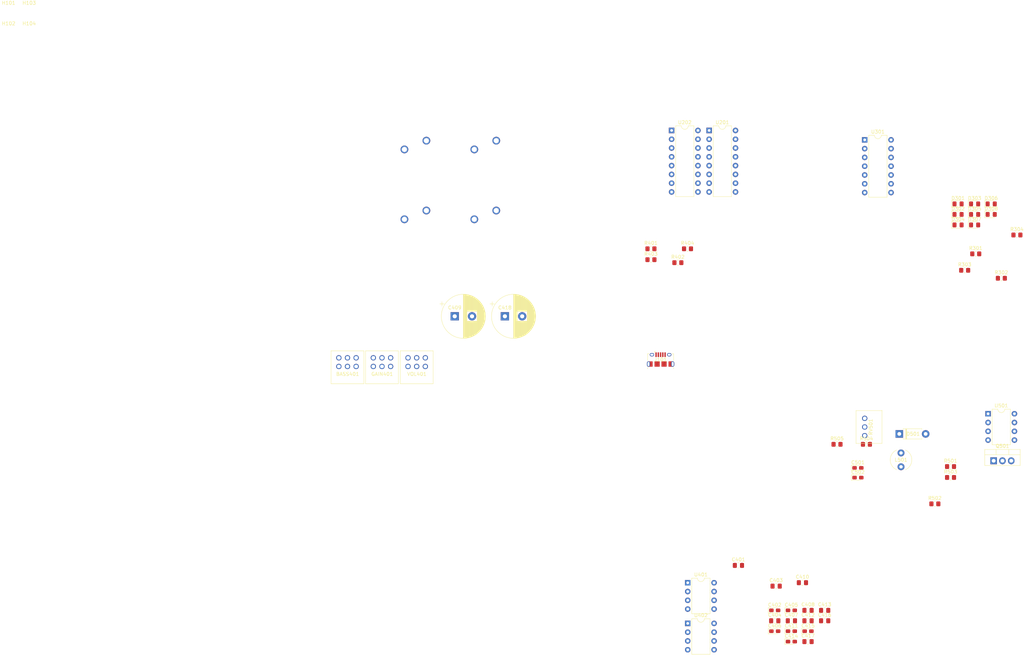
<source format=kicad_pcb>
(kicad_pcb (version 20171130) (host pcbnew "(5.1.10-1-10_14)")

  (general
    (thickness 1.6)
    (drawings 0)
    (tracks 0)
    (zones 0)
    (modules 63)
    (nets 79)
  )

  (page A4)
  (layers
    (0 F.Cu signal)
    (31 B.Cu signal)
    (32 B.Adhes user)
    (33 F.Adhes user)
    (34 B.Paste user)
    (35 F.Paste user)
    (36 B.SilkS user)
    (37 F.SilkS user)
    (38 B.Mask user)
    (39 F.Mask user)
    (40 Dwgs.User user)
    (41 Cmts.User user)
    (42 Eco1.User user)
    (43 Eco2.User user)
    (44 Edge.Cuts user)
    (45 Margin user)
    (46 B.CrtYd user hide)
    (47 F.CrtYd user)
    (48 B.Fab user)
    (49 F.Fab user hide)
  )

  (setup
    (last_trace_width 0.25)
    (user_trace_width 0.4)
    (user_trace_width 0.5)
    (user_trace_width 0.8)
    (user_trace_width 1)
    (trace_clearance 0.2)
    (zone_clearance 0.508)
    (zone_45_only no)
    (trace_min 0.2)
    (via_size 0.8)
    (via_drill 0.4)
    (via_min_size 0.4)
    (via_min_drill 0.3)
    (uvia_size 0.3)
    (uvia_drill 0.1)
    (uvias_allowed no)
    (uvia_min_size 0.2)
    (uvia_min_drill 0.1)
    (edge_width 0.05)
    (segment_width 0.2)
    (pcb_text_width 0.3)
    (pcb_text_size 1.5 1.5)
    (mod_edge_width 0.12)
    (mod_text_size 1 1)
    (mod_text_width 0.15)
    (pad_size 1.4 1.4)
    (pad_drill 0.7)
    (pad_to_mask_clearance 0)
    (aux_axis_origin 0 0)
    (visible_elements FFFFFF7F)
    (pcbplotparams
      (layerselection 0x010fc_ffffffff)
      (usegerberextensions false)
      (usegerberattributes true)
      (usegerberadvancedattributes true)
      (creategerberjobfile true)
      (excludeedgelayer true)
      (linewidth 0.100000)
      (plotframeref false)
      (viasonmask false)
      (mode 1)
      (useauxorigin false)
      (hpglpennumber 1)
      (hpglpenspeed 20)
      (hpglpendiameter 15.000000)
      (psnegative false)
      (psa4output false)
      (plotreference true)
      (plotvalue true)
      (plotinvisibletext false)
      (padsonsilk false)
      (subtractmaskfromsilk false)
      (outputformat 1)
      (mirror false)
      (drillshape 1)
      (scaleselection 1)
      (outputdirectory ""))
  )

  (net 0 "")
  (net 1 "Net-(BASS401-Pad6)")
  (net 2 "Net-(BASS401-Pad5)")
  (net 3 "Net-(BASS401-Pad4)")
  (net 4 "Net-(BASS401-Pad3)")
  (net 5 "Net-(BASS401-Pad2)")
  (net 6 "Net-(BASS401-Pad1)")
  (net 7 "Net-(C414-Pad1)")
  (net 8 "Net-(GAIN401-Pad4)")
  (net 9 "Net-(C405-Pad1)")
  (net 10 "Net-(GAIN401-Pad1)")
  (net 11 "Net-(H101-Pad1)")
  (net 12 "Net-(H102-Pad1)")
  (net 13 "Net-(H103-Pad1)")
  (net 14 "Net-(H104-Pad1)")
  (net 15 "Net-(D305-Pad2)")
  (net 16 +5V)
  (net 17 "Net-(D307-Pad2)")
  (net 18 "Net-(D301-Pad2)")
  (net 19 "Net-(D303-Pad2)")
  (net 20 GND)
  (net 21 "Net-(D501-Pad2)")
  (net 22 "Net-(Q501-Pad1)")
  (net 23 /Select/a)
  (net 24 /Select/b)
  (net 25 /Select/c)
  (net 26 /Select/d)
  (net 27 "Net-(C406-Pad1)")
  (net 28 "Net-(R401-Pad1)")
  (net 29 "Net-(C408-Pad2)")
  (net 30 "Net-(C415-Pad1)")
  (net 31 "Net-(R403-Pad1)")
  (net 32 "Net-(C417-Pad2)")
  (net 33 "Net-(R501-Pad1)")
  (net 34 "Net-(R503-Pad2)")
  (net 35 +9V)
  (net 36 /Power/feedback)
  (net 37 "Net-(RV501-Pad2)")
  (net 38 Select_B)
  (net 39 Input_Left)
  (net 40 "Net-(IN_204-PadT)")
  (net 41 "Net-(IN_203-PadT)")
  (net 42 "Net-(IN_201-PadR1)")
  (net 43 "Net-(IN_202-PadT)")
  (net 44 "Net-(IN_202-PadR1)")
  (net 45 "Net-(IN_201-PadT)")
  (net 46 "Net-(IN_203-PadR1)")
  (net 47 "Net-(U201-Pad3)")
  (net 48 "Net-(IN_204-PadR1)")
  (net 49 Input_Right)
  (net 50 Select_A)
  (net 51 GNDS)
  (net 52 "Net-(IN_204-PadR2)")
  (net 53 "Net-(IN_203-PadR2)")
  (net 54 "Net-(IN_201-PadS)")
  (net 55 "Net-(IN_202-PadR2)")
  (net 56 "Net-(IN_202-PadS)")
  (net 57 "Net-(IN_201-PadR2)")
  (net 58 "Net-(IN_203-PadS)")
  (net 59 "Net-(U202-Pad3)")
  (net 60 "Net-(IN_204-PadS)")
  (net 61 /Switch/mic)
  (net 62 "Net-(U301-Pad13)")
  (net 63 "Net-(U301-Pad3)")
  (net 64 "Net-(C405-Pad2)")
  (net 65 "Net-(U401-Pad3)")
  (net 66 "Net-(C407-Pad2)")
  (net 67 "Net-(C414-Pad2)")
  (net 68 "Net-(U402-Pad3)")
  (net 69 "Net-(C416-Pad2)")
  (net 70 "Net-(U501-Pad7)")
  (net 71 "Net-(U501-Pad5)")
  (net 72 "Net-(U501-Pad1)")
  (net 73 "Net-(J101-Pad6)")
  (net 74 "Net-(J101-Pad4)")
  (net 75 "Net-(J101-Pad3)")
  (net 76 "Net-(J101-Pad2)")
  (net 77 Out_Right)
  (net 78 Out_Left)

  (net_class Default "This is the default net class."
    (clearance 0.2)
    (trace_width 0.25)
    (via_dia 0.8)
    (via_drill 0.4)
    (uvia_dia 0.3)
    (uvia_drill 0.1)
    (add_net +5V)
    (add_net +9V)
    (add_net /Power/feedback)
    (add_net /Select/a)
    (add_net /Select/b)
    (add_net /Select/c)
    (add_net /Select/d)
    (add_net /Switch/mic)
    (add_net GND)
    (add_net GNDS)
    (add_net Input_Left)
    (add_net Input_Right)
    (add_net "Net-(BASS401-Pad1)")
    (add_net "Net-(BASS401-Pad2)")
    (add_net "Net-(BASS401-Pad3)")
    (add_net "Net-(BASS401-Pad4)")
    (add_net "Net-(BASS401-Pad5)")
    (add_net "Net-(BASS401-Pad6)")
    (add_net "Net-(C405-Pad1)")
    (add_net "Net-(C405-Pad2)")
    (add_net "Net-(C406-Pad1)")
    (add_net "Net-(C407-Pad2)")
    (add_net "Net-(C408-Pad2)")
    (add_net "Net-(C414-Pad1)")
    (add_net "Net-(C414-Pad2)")
    (add_net "Net-(C415-Pad1)")
    (add_net "Net-(C416-Pad2)")
    (add_net "Net-(C417-Pad2)")
    (add_net "Net-(D301-Pad2)")
    (add_net "Net-(D303-Pad2)")
    (add_net "Net-(D305-Pad2)")
    (add_net "Net-(D307-Pad2)")
    (add_net "Net-(D501-Pad2)")
    (add_net "Net-(GAIN401-Pad1)")
    (add_net "Net-(GAIN401-Pad4)")
    (add_net "Net-(H101-Pad1)")
    (add_net "Net-(H102-Pad1)")
    (add_net "Net-(H103-Pad1)")
    (add_net "Net-(H104-Pad1)")
    (add_net "Net-(IN_201-PadR1)")
    (add_net "Net-(IN_201-PadR2)")
    (add_net "Net-(IN_201-PadS)")
    (add_net "Net-(IN_201-PadT)")
    (add_net "Net-(IN_202-PadR1)")
    (add_net "Net-(IN_202-PadR2)")
    (add_net "Net-(IN_202-PadS)")
    (add_net "Net-(IN_202-PadT)")
    (add_net "Net-(IN_203-PadR1)")
    (add_net "Net-(IN_203-PadR2)")
    (add_net "Net-(IN_203-PadS)")
    (add_net "Net-(IN_203-PadT)")
    (add_net "Net-(IN_204-PadR1)")
    (add_net "Net-(IN_204-PadR2)")
    (add_net "Net-(IN_204-PadS)")
    (add_net "Net-(IN_204-PadT)")
    (add_net "Net-(J101-Pad2)")
    (add_net "Net-(J101-Pad3)")
    (add_net "Net-(J101-Pad4)")
    (add_net "Net-(J101-Pad6)")
    (add_net "Net-(Q501-Pad1)")
    (add_net "Net-(R401-Pad1)")
    (add_net "Net-(R403-Pad1)")
    (add_net "Net-(R501-Pad1)")
    (add_net "Net-(R503-Pad2)")
    (add_net "Net-(RV501-Pad2)")
    (add_net "Net-(U201-Pad3)")
    (add_net "Net-(U202-Pad3)")
    (add_net "Net-(U301-Pad13)")
    (add_net "Net-(U301-Pad3)")
    (add_net "Net-(U401-Pad3)")
    (add_net "Net-(U402-Pad3)")
    (add_net "Net-(U501-Pad1)")
    (add_net "Net-(U501-Pad5)")
    (add_net "Net-(U501-Pad7)")
    (add_net Out_Left)
    (add_net Out_Right)
    (add_net Select_A)
    (add_net Select_B)
  )

  (module audio-switch:dual_pot_jaycar (layer F.Cu) (tedit 616FEE60) (tstamp 6170EA88)
    (at 137 120 270)
    (path /61747BCB/617641F9)
    (fp_text reference VOL401 (at 2.2 -0.05) (layer F.SilkS)
      (effects (font (size 1 1) (thickness 0.15)))
    )
    (fp_text value 10kΩ (at 0 -5.95 90) (layer F.Fab)
      (effects (font (size 1 1) (thickness 0.15)))
    )
    (fp_text user "Mounting Plate Here" (at 6.1 0.1) (layer Dwgs.User)
      (effects (font (size 1 1) (thickness 0.15) italic))
    )
    (fp_line (start 5 -4.75) (end 5 4.75) (layer F.SilkS) (width 0.12))
    (fp_line (start -4.5 -4.75) (end -4.5 4.75) (layer F.SilkS) (width 0.12))
    (fp_line (start 5 -4.75) (end -4.5 -4.75) (layer F.SilkS) (width 0.12))
    (fp_line (start -4.5 4.75) (end 5 4.75) (layer F.SilkS) (width 0.12))
    (fp_line (start 5.1 -4.85) (end -4.6 -4.85) (layer F.CrtYd) (width 0.12))
    (fp_line (start -4.6 -4.85) (end -4.6 4.85) (layer F.CrtYd) (width 0.12))
    (fp_line (start -4.6 4.85) (end 5.1 4.85) (layer F.CrtYd) (width 0.12))
    (fp_line (start 5.1 4.85) (end 5.1 -4.85) (layer F.CrtYd) (width 0.12))
    (fp_line (start 5.25 5.75) (end 5.25 -5.75) (layer Dwgs.User) (width 0.12))
    (pad 6 thru_hole circle (at 0 2.5 270) (size 1.524 1.524) (drill 1) (layers *.Cu *.Mask)
      (net 20 GND))
    (pad 5 thru_hole circle (at 0 0 270) (size 1.524 1.524) (drill 1) (layers *.Cu *.Mask)
      (net 68 "Net-(U402-Pad3)"))
    (pad 4 thru_hole circle (at 0 -2.5 270) (size 1.524 1.524) (drill 1) (layers *.Cu *.Mask)
      (net 39 Input_Left))
    (pad 3 thru_hole circle (at -2.5 2.5 270) (size 1.524 1.524) (drill 1) (layers *.Cu *.Mask)
      (net 20 GND))
    (pad 2 thru_hole circle (at -2.5 0 270) (size 1.524 1.524) (drill 1) (layers *.Cu *.Mask)
      (net 65 "Net-(U401-Pad3)"))
    (pad 1 thru_hole circle (at -2.5 -2.5 270) (size 1.524 1.524) (drill 1) (layers *.Cu *.Mask)
      (net 49 Input_Right))
  )

  (module audio-switch:dual_pot_jaycar (layer F.Cu) (tedit 616FEE60) (tstamp 6170E5D8)
    (at 126.97 120 270)
    (path /61747BCB/617641E1)
    (fp_text reference GAIN401 (at 2.2 -0.05) (layer F.SilkS)
      (effects (font (size 1 1) (thickness 0.15)))
    )
    (fp_text value 10kΩ (at 0 -5.95 90) (layer F.Fab)
      (effects (font (size 1 1) (thickness 0.15)))
    )
    (fp_text user "Mounting Plate Here" (at 6.1 0.1) (layer Dwgs.User)
      (effects (font (size 1 1) (thickness 0.15) italic))
    )
    (fp_line (start 5 -4.75) (end 5 4.75) (layer F.SilkS) (width 0.12))
    (fp_line (start -4.5 -4.75) (end -4.5 4.75) (layer F.SilkS) (width 0.12))
    (fp_line (start 5 -4.75) (end -4.5 -4.75) (layer F.SilkS) (width 0.12))
    (fp_line (start -4.5 4.75) (end 5 4.75) (layer F.SilkS) (width 0.12))
    (fp_line (start 5.1 -4.85) (end -4.6 -4.85) (layer F.CrtYd) (width 0.12))
    (fp_line (start -4.6 -4.85) (end -4.6 4.85) (layer F.CrtYd) (width 0.12))
    (fp_line (start -4.6 4.85) (end 5.1 4.85) (layer F.CrtYd) (width 0.12))
    (fp_line (start 5.1 4.85) (end 5.1 -4.85) (layer F.CrtYd) (width 0.12))
    (fp_line (start 5.25 5.75) (end 5.25 -5.75) (layer Dwgs.User) (width 0.12))
    (pad 6 thru_hole circle (at 0 2.5 270) (size 1.524 1.524) (drill 1) (layers *.Cu *.Mask)
      (net 7 "Net-(C414-Pad1)"))
    (pad 5 thru_hole circle (at 0 0 270) (size 1.524 1.524) (drill 1) (layers *.Cu *.Mask)
      (net 2 "Net-(BASS401-Pad5)"))
    (pad 4 thru_hole circle (at 0 -2.5 270) (size 1.524 1.524) (drill 1) (layers *.Cu *.Mask)
      (net 8 "Net-(GAIN401-Pad4)"))
    (pad 3 thru_hole circle (at -2.5 2.5 270) (size 1.524 1.524) (drill 1) (layers *.Cu *.Mask)
      (net 9 "Net-(C405-Pad1)"))
    (pad 2 thru_hole circle (at -2.5 0 270) (size 1.524 1.524) (drill 1) (layers *.Cu *.Mask)
      (net 5 "Net-(BASS401-Pad2)"))
    (pad 1 thru_hole circle (at -2.5 -2.5 270) (size 1.524 1.524) (drill 1) (layers *.Cu *.Mask)
      (net 10 "Net-(GAIN401-Pad1)"))
  )

  (module audio-switch:dual_pot_jaycar (layer F.Cu) (tedit 616FEE60) (tstamp 6170ECDF)
    (at 117 120 270)
    (path /61747BCB/617641ED)
    (fp_text reference BASS401 (at 2.2 -0.05) (layer F.SilkS)
      (effects (font (size 1 1) (thickness 0.15)))
    )
    (fp_text value 10kΩ (at 0 -5.95 90) (layer F.Fab)
      (effects (font (size 1 1) (thickness 0.15)))
    )
    (fp_text user "Mounting Plate Here" (at 6.1 0.1) (layer Dwgs.User)
      (effects (font (size 1 1) (thickness 0.15) italic))
    )
    (fp_line (start 5 -4.75) (end 5 4.75) (layer F.SilkS) (width 0.12))
    (fp_line (start -4.5 -4.75) (end -4.5 4.75) (layer F.SilkS) (width 0.12))
    (fp_line (start 5 -4.75) (end -4.5 -4.75) (layer F.SilkS) (width 0.12))
    (fp_line (start -4.5 4.75) (end 5 4.75) (layer F.SilkS) (width 0.12))
    (fp_line (start 5.1 -4.85) (end -4.6 -4.85) (layer F.CrtYd) (width 0.12))
    (fp_line (start -4.6 -4.85) (end -4.6 4.85) (layer F.CrtYd) (width 0.12))
    (fp_line (start -4.6 4.85) (end 5.1 4.85) (layer F.CrtYd) (width 0.12))
    (fp_line (start 5.1 4.85) (end 5.1 -4.85) (layer F.CrtYd) (width 0.12))
    (fp_line (start 5.25 5.75) (end 5.25 -5.75) (layer Dwgs.User) (width 0.12))
    (pad 6 thru_hole circle (at 0 2.5 270) (size 1.524 1.524) (drill 1) (layers *.Cu *.Mask)
      (net 1 "Net-(BASS401-Pad6)"))
    (pad 5 thru_hole circle (at 0 0 270) (size 1.524 1.524) (drill 1) (layers *.Cu *.Mask)
      (net 2 "Net-(BASS401-Pad5)"))
    (pad 4 thru_hole circle (at 0 -2.5 270) (size 1.524 1.524) (drill 1) (layers *.Cu *.Mask)
      (net 3 "Net-(BASS401-Pad4)"))
    (pad 3 thru_hole circle (at -2.5 2.5 270) (size 1.524 1.524) (drill 1) (layers *.Cu *.Mask)
      (net 4 "Net-(BASS401-Pad3)"))
    (pad 2 thru_hole circle (at -2.5 0 270) (size 1.524 1.524) (drill 1) (layers *.Cu *.Mask)
      (net 5 "Net-(BASS401-Pad2)"))
    (pad 1 thru_hole circle (at -2.5 -2.5 270) (size 1.524 1.524) (drill 1) (layers *.Cu *.Mask)
      (net 6 "Net-(BASS401-Pad1)"))
  )

  (module Capacitor_THT:CP_Radial_D12.5mm_P5.00mm (layer F.Cu) (tedit 5AE50EF1) (tstamp 6170C827)
    (at 162.5 105.5)
    (descr "CP, Radial series, Radial, pin pitch=5.00mm, , diameter=12.5mm, Electrolytic Capacitor")
    (tags "CP Radial series Radial pin pitch 5.00mm  diameter 12.5mm Electrolytic Capacitor")
    (path /61747BCB/61764223)
    (fp_text reference C418 (at 0 -2.5) (layer F.SilkS)
      (effects (font (size 1 1) (thickness 0.15)))
    )
    (fp_text value 1000µF (at 2.5 7.5) (layer F.Fab)
      (effects (font (size 1 1) (thickness 0.15)))
    )
    (fp_text user %R (at 2.5 0) (layer F.Fab)
      (effects (font (size 1 1) (thickness 0.15)))
    )
    (fp_circle (center 2.5 0) (end 8.75 0) (layer F.Fab) (width 0.1))
    (fp_circle (center 2.5 0) (end 8.87 0) (layer F.SilkS) (width 0.12))
    (fp_circle (center 2.5 0) (end 9 0) (layer F.CrtYd) (width 0.05))
    (fp_line (start -2.866489 -2.7375) (end -1.616489 -2.7375) (layer F.Fab) (width 0.1))
    (fp_line (start -2.241489 -3.3625) (end -2.241489 -2.1125) (layer F.Fab) (width 0.1))
    (fp_line (start 2.5 -6.33) (end 2.5 6.33) (layer F.SilkS) (width 0.12))
    (fp_line (start 2.54 -6.33) (end 2.54 6.33) (layer F.SilkS) (width 0.12))
    (fp_line (start 2.58 -6.33) (end 2.58 6.33) (layer F.SilkS) (width 0.12))
    (fp_line (start 2.62 -6.329) (end 2.62 6.329) (layer F.SilkS) (width 0.12))
    (fp_line (start 2.66 -6.328) (end 2.66 6.328) (layer F.SilkS) (width 0.12))
    (fp_line (start 2.7 -6.327) (end 2.7 6.327) (layer F.SilkS) (width 0.12))
    (fp_line (start 2.74 -6.326) (end 2.74 6.326) (layer F.SilkS) (width 0.12))
    (fp_line (start 2.78 -6.324) (end 2.78 6.324) (layer F.SilkS) (width 0.12))
    (fp_line (start 2.82 -6.322) (end 2.82 6.322) (layer F.SilkS) (width 0.12))
    (fp_line (start 2.86 -6.32) (end 2.86 6.32) (layer F.SilkS) (width 0.12))
    (fp_line (start 2.9 -6.318) (end 2.9 6.318) (layer F.SilkS) (width 0.12))
    (fp_line (start 2.94 -6.315) (end 2.94 6.315) (layer F.SilkS) (width 0.12))
    (fp_line (start 2.98 -6.312) (end 2.98 6.312) (layer F.SilkS) (width 0.12))
    (fp_line (start 3.02 -6.309) (end 3.02 6.309) (layer F.SilkS) (width 0.12))
    (fp_line (start 3.06 -6.306) (end 3.06 6.306) (layer F.SilkS) (width 0.12))
    (fp_line (start 3.1 -6.302) (end 3.1 6.302) (layer F.SilkS) (width 0.12))
    (fp_line (start 3.14 -6.298) (end 3.14 6.298) (layer F.SilkS) (width 0.12))
    (fp_line (start 3.18 -6.294) (end 3.18 6.294) (layer F.SilkS) (width 0.12))
    (fp_line (start 3.221 -6.29) (end 3.221 6.29) (layer F.SilkS) (width 0.12))
    (fp_line (start 3.261 -6.285) (end 3.261 6.285) (layer F.SilkS) (width 0.12))
    (fp_line (start 3.301 -6.28) (end 3.301 6.28) (layer F.SilkS) (width 0.12))
    (fp_line (start 3.341 -6.275) (end 3.341 6.275) (layer F.SilkS) (width 0.12))
    (fp_line (start 3.381 -6.269) (end 3.381 6.269) (layer F.SilkS) (width 0.12))
    (fp_line (start 3.421 -6.264) (end 3.421 6.264) (layer F.SilkS) (width 0.12))
    (fp_line (start 3.461 -6.258) (end 3.461 6.258) (layer F.SilkS) (width 0.12))
    (fp_line (start 3.501 -6.252) (end 3.501 6.252) (layer F.SilkS) (width 0.12))
    (fp_line (start 3.541 -6.245) (end 3.541 6.245) (layer F.SilkS) (width 0.12))
    (fp_line (start 3.581 -6.238) (end 3.581 -1.44) (layer F.SilkS) (width 0.12))
    (fp_line (start 3.581 1.44) (end 3.581 6.238) (layer F.SilkS) (width 0.12))
    (fp_line (start 3.621 -6.231) (end 3.621 -1.44) (layer F.SilkS) (width 0.12))
    (fp_line (start 3.621 1.44) (end 3.621 6.231) (layer F.SilkS) (width 0.12))
    (fp_line (start 3.661 -6.224) (end 3.661 -1.44) (layer F.SilkS) (width 0.12))
    (fp_line (start 3.661 1.44) (end 3.661 6.224) (layer F.SilkS) (width 0.12))
    (fp_line (start 3.701 -6.216) (end 3.701 -1.44) (layer F.SilkS) (width 0.12))
    (fp_line (start 3.701 1.44) (end 3.701 6.216) (layer F.SilkS) (width 0.12))
    (fp_line (start 3.741 -6.209) (end 3.741 -1.44) (layer F.SilkS) (width 0.12))
    (fp_line (start 3.741 1.44) (end 3.741 6.209) (layer F.SilkS) (width 0.12))
    (fp_line (start 3.781 -6.201) (end 3.781 -1.44) (layer F.SilkS) (width 0.12))
    (fp_line (start 3.781 1.44) (end 3.781 6.201) (layer F.SilkS) (width 0.12))
    (fp_line (start 3.821 -6.192) (end 3.821 -1.44) (layer F.SilkS) (width 0.12))
    (fp_line (start 3.821 1.44) (end 3.821 6.192) (layer F.SilkS) (width 0.12))
    (fp_line (start 3.861 -6.184) (end 3.861 -1.44) (layer F.SilkS) (width 0.12))
    (fp_line (start 3.861 1.44) (end 3.861 6.184) (layer F.SilkS) (width 0.12))
    (fp_line (start 3.901 -6.175) (end 3.901 -1.44) (layer F.SilkS) (width 0.12))
    (fp_line (start 3.901 1.44) (end 3.901 6.175) (layer F.SilkS) (width 0.12))
    (fp_line (start 3.941 -6.166) (end 3.941 -1.44) (layer F.SilkS) (width 0.12))
    (fp_line (start 3.941 1.44) (end 3.941 6.166) (layer F.SilkS) (width 0.12))
    (fp_line (start 3.981 -6.156) (end 3.981 -1.44) (layer F.SilkS) (width 0.12))
    (fp_line (start 3.981 1.44) (end 3.981 6.156) (layer F.SilkS) (width 0.12))
    (fp_line (start 4.021 -6.146) (end 4.021 -1.44) (layer F.SilkS) (width 0.12))
    (fp_line (start 4.021 1.44) (end 4.021 6.146) (layer F.SilkS) (width 0.12))
    (fp_line (start 4.061 -6.137) (end 4.061 -1.44) (layer F.SilkS) (width 0.12))
    (fp_line (start 4.061 1.44) (end 4.061 6.137) (layer F.SilkS) (width 0.12))
    (fp_line (start 4.101 -6.126) (end 4.101 -1.44) (layer F.SilkS) (width 0.12))
    (fp_line (start 4.101 1.44) (end 4.101 6.126) (layer F.SilkS) (width 0.12))
    (fp_line (start 4.141 -6.116) (end 4.141 -1.44) (layer F.SilkS) (width 0.12))
    (fp_line (start 4.141 1.44) (end 4.141 6.116) (layer F.SilkS) (width 0.12))
    (fp_line (start 4.181 -6.105) (end 4.181 -1.44) (layer F.SilkS) (width 0.12))
    (fp_line (start 4.181 1.44) (end 4.181 6.105) (layer F.SilkS) (width 0.12))
    (fp_line (start 4.221 -6.094) (end 4.221 -1.44) (layer F.SilkS) (width 0.12))
    (fp_line (start 4.221 1.44) (end 4.221 6.094) (layer F.SilkS) (width 0.12))
    (fp_line (start 4.261 -6.083) (end 4.261 -1.44) (layer F.SilkS) (width 0.12))
    (fp_line (start 4.261 1.44) (end 4.261 6.083) (layer F.SilkS) (width 0.12))
    (fp_line (start 4.301 -6.071) (end 4.301 -1.44) (layer F.SilkS) (width 0.12))
    (fp_line (start 4.301 1.44) (end 4.301 6.071) (layer F.SilkS) (width 0.12))
    (fp_line (start 4.341 -6.059) (end 4.341 -1.44) (layer F.SilkS) (width 0.12))
    (fp_line (start 4.341 1.44) (end 4.341 6.059) (layer F.SilkS) (width 0.12))
    (fp_line (start 4.381 -6.047) (end 4.381 -1.44) (layer F.SilkS) (width 0.12))
    (fp_line (start 4.381 1.44) (end 4.381 6.047) (layer F.SilkS) (width 0.12))
    (fp_line (start 4.421 -6.034) (end 4.421 -1.44) (layer F.SilkS) (width 0.12))
    (fp_line (start 4.421 1.44) (end 4.421 6.034) (layer F.SilkS) (width 0.12))
    (fp_line (start 4.461 -6.021) (end 4.461 -1.44) (layer F.SilkS) (width 0.12))
    (fp_line (start 4.461 1.44) (end 4.461 6.021) (layer F.SilkS) (width 0.12))
    (fp_line (start 4.501 -6.008) (end 4.501 -1.44) (layer F.SilkS) (width 0.12))
    (fp_line (start 4.501 1.44) (end 4.501 6.008) (layer F.SilkS) (width 0.12))
    (fp_line (start 4.541 -5.995) (end 4.541 -1.44) (layer F.SilkS) (width 0.12))
    (fp_line (start 4.541 1.44) (end 4.541 5.995) (layer F.SilkS) (width 0.12))
    (fp_line (start 4.581 -5.981) (end 4.581 -1.44) (layer F.SilkS) (width 0.12))
    (fp_line (start 4.581 1.44) (end 4.581 5.981) (layer F.SilkS) (width 0.12))
    (fp_line (start 4.621 -5.967) (end 4.621 -1.44) (layer F.SilkS) (width 0.12))
    (fp_line (start 4.621 1.44) (end 4.621 5.967) (layer F.SilkS) (width 0.12))
    (fp_line (start 4.661 -5.953) (end 4.661 -1.44) (layer F.SilkS) (width 0.12))
    (fp_line (start 4.661 1.44) (end 4.661 5.953) (layer F.SilkS) (width 0.12))
    (fp_line (start 4.701 -5.939) (end 4.701 -1.44) (layer F.SilkS) (width 0.12))
    (fp_line (start 4.701 1.44) (end 4.701 5.939) (layer F.SilkS) (width 0.12))
    (fp_line (start 4.741 -5.924) (end 4.741 -1.44) (layer F.SilkS) (width 0.12))
    (fp_line (start 4.741 1.44) (end 4.741 5.924) (layer F.SilkS) (width 0.12))
    (fp_line (start 4.781 -5.908) (end 4.781 -1.44) (layer F.SilkS) (width 0.12))
    (fp_line (start 4.781 1.44) (end 4.781 5.908) (layer F.SilkS) (width 0.12))
    (fp_line (start 4.821 -5.893) (end 4.821 -1.44) (layer F.SilkS) (width 0.12))
    (fp_line (start 4.821 1.44) (end 4.821 5.893) (layer F.SilkS) (width 0.12))
    (fp_line (start 4.861 -5.877) (end 4.861 -1.44) (layer F.SilkS) (width 0.12))
    (fp_line (start 4.861 1.44) (end 4.861 5.877) (layer F.SilkS) (width 0.12))
    (fp_line (start 4.901 -5.861) (end 4.901 -1.44) (layer F.SilkS) (width 0.12))
    (fp_line (start 4.901 1.44) (end 4.901 5.861) (layer F.SilkS) (width 0.12))
    (fp_line (start 4.941 -5.845) (end 4.941 -1.44) (layer F.SilkS) (width 0.12))
    (fp_line (start 4.941 1.44) (end 4.941 5.845) (layer F.SilkS) (width 0.12))
    (fp_line (start 4.981 -5.828) (end 4.981 -1.44) (layer F.SilkS) (width 0.12))
    (fp_line (start 4.981 1.44) (end 4.981 5.828) (layer F.SilkS) (width 0.12))
    (fp_line (start 5.021 -5.811) (end 5.021 -1.44) (layer F.SilkS) (width 0.12))
    (fp_line (start 5.021 1.44) (end 5.021 5.811) (layer F.SilkS) (width 0.12))
    (fp_line (start 5.061 -5.793) (end 5.061 -1.44) (layer F.SilkS) (width 0.12))
    (fp_line (start 5.061 1.44) (end 5.061 5.793) (layer F.SilkS) (width 0.12))
    (fp_line (start 5.101 -5.776) (end 5.101 -1.44) (layer F.SilkS) (width 0.12))
    (fp_line (start 5.101 1.44) (end 5.101 5.776) (layer F.SilkS) (width 0.12))
    (fp_line (start 5.141 -5.758) (end 5.141 -1.44) (layer F.SilkS) (width 0.12))
    (fp_line (start 5.141 1.44) (end 5.141 5.758) (layer F.SilkS) (width 0.12))
    (fp_line (start 5.181 -5.739) (end 5.181 -1.44) (layer F.SilkS) (width 0.12))
    (fp_line (start 5.181 1.44) (end 5.181 5.739) (layer F.SilkS) (width 0.12))
    (fp_line (start 5.221 -5.721) (end 5.221 -1.44) (layer F.SilkS) (width 0.12))
    (fp_line (start 5.221 1.44) (end 5.221 5.721) (layer F.SilkS) (width 0.12))
    (fp_line (start 5.261 -5.702) (end 5.261 -1.44) (layer F.SilkS) (width 0.12))
    (fp_line (start 5.261 1.44) (end 5.261 5.702) (layer F.SilkS) (width 0.12))
    (fp_line (start 5.301 -5.682) (end 5.301 -1.44) (layer F.SilkS) (width 0.12))
    (fp_line (start 5.301 1.44) (end 5.301 5.682) (layer F.SilkS) (width 0.12))
    (fp_line (start 5.341 -5.662) (end 5.341 -1.44) (layer F.SilkS) (width 0.12))
    (fp_line (start 5.341 1.44) (end 5.341 5.662) (layer F.SilkS) (width 0.12))
    (fp_line (start 5.381 -5.642) (end 5.381 -1.44) (layer F.SilkS) (width 0.12))
    (fp_line (start 5.381 1.44) (end 5.381 5.642) (layer F.SilkS) (width 0.12))
    (fp_line (start 5.421 -5.622) (end 5.421 -1.44) (layer F.SilkS) (width 0.12))
    (fp_line (start 5.421 1.44) (end 5.421 5.622) (layer F.SilkS) (width 0.12))
    (fp_line (start 5.461 -5.601) (end 5.461 -1.44) (layer F.SilkS) (width 0.12))
    (fp_line (start 5.461 1.44) (end 5.461 5.601) (layer F.SilkS) (width 0.12))
    (fp_line (start 5.501 -5.58) (end 5.501 -1.44) (layer F.SilkS) (width 0.12))
    (fp_line (start 5.501 1.44) (end 5.501 5.58) (layer F.SilkS) (width 0.12))
    (fp_line (start 5.541 -5.558) (end 5.541 -1.44) (layer F.SilkS) (width 0.12))
    (fp_line (start 5.541 1.44) (end 5.541 5.558) (layer F.SilkS) (width 0.12))
    (fp_line (start 5.581 -5.536) (end 5.581 -1.44) (layer F.SilkS) (width 0.12))
    (fp_line (start 5.581 1.44) (end 5.581 5.536) (layer F.SilkS) (width 0.12))
    (fp_line (start 5.621 -5.514) (end 5.621 -1.44) (layer F.SilkS) (width 0.12))
    (fp_line (start 5.621 1.44) (end 5.621 5.514) (layer F.SilkS) (width 0.12))
    (fp_line (start 5.661 -5.491) (end 5.661 -1.44) (layer F.SilkS) (width 0.12))
    (fp_line (start 5.661 1.44) (end 5.661 5.491) (layer F.SilkS) (width 0.12))
    (fp_line (start 5.701 -5.468) (end 5.701 -1.44) (layer F.SilkS) (width 0.12))
    (fp_line (start 5.701 1.44) (end 5.701 5.468) (layer F.SilkS) (width 0.12))
    (fp_line (start 5.741 -5.445) (end 5.741 -1.44) (layer F.SilkS) (width 0.12))
    (fp_line (start 5.741 1.44) (end 5.741 5.445) (layer F.SilkS) (width 0.12))
    (fp_line (start 5.781 -5.421) (end 5.781 -1.44) (layer F.SilkS) (width 0.12))
    (fp_line (start 5.781 1.44) (end 5.781 5.421) (layer F.SilkS) (width 0.12))
    (fp_line (start 5.821 -5.397) (end 5.821 -1.44) (layer F.SilkS) (width 0.12))
    (fp_line (start 5.821 1.44) (end 5.821 5.397) (layer F.SilkS) (width 0.12))
    (fp_line (start 5.861 -5.372) (end 5.861 -1.44) (layer F.SilkS) (width 0.12))
    (fp_line (start 5.861 1.44) (end 5.861 5.372) (layer F.SilkS) (width 0.12))
    (fp_line (start 5.901 -5.347) (end 5.901 -1.44) (layer F.SilkS) (width 0.12))
    (fp_line (start 5.901 1.44) (end 5.901 5.347) (layer F.SilkS) (width 0.12))
    (fp_line (start 5.941 -5.322) (end 5.941 -1.44) (layer F.SilkS) (width 0.12))
    (fp_line (start 5.941 1.44) (end 5.941 5.322) (layer F.SilkS) (width 0.12))
    (fp_line (start 5.981 -5.296) (end 5.981 -1.44) (layer F.SilkS) (width 0.12))
    (fp_line (start 5.981 1.44) (end 5.981 5.296) (layer F.SilkS) (width 0.12))
    (fp_line (start 6.021 -5.27) (end 6.021 -1.44) (layer F.SilkS) (width 0.12))
    (fp_line (start 6.021 1.44) (end 6.021 5.27) (layer F.SilkS) (width 0.12))
    (fp_line (start 6.061 -5.243) (end 6.061 -1.44) (layer F.SilkS) (width 0.12))
    (fp_line (start 6.061 1.44) (end 6.061 5.243) (layer F.SilkS) (width 0.12))
    (fp_line (start 6.101 -5.216) (end 6.101 -1.44) (layer F.SilkS) (width 0.12))
    (fp_line (start 6.101 1.44) (end 6.101 5.216) (layer F.SilkS) (width 0.12))
    (fp_line (start 6.141 -5.188) (end 6.141 -1.44) (layer F.SilkS) (width 0.12))
    (fp_line (start 6.141 1.44) (end 6.141 5.188) (layer F.SilkS) (width 0.12))
    (fp_line (start 6.181 -5.16) (end 6.181 -1.44) (layer F.SilkS) (width 0.12))
    (fp_line (start 6.181 1.44) (end 6.181 5.16) (layer F.SilkS) (width 0.12))
    (fp_line (start 6.221 -5.131) (end 6.221 -1.44) (layer F.SilkS) (width 0.12))
    (fp_line (start 6.221 1.44) (end 6.221 5.131) (layer F.SilkS) (width 0.12))
    (fp_line (start 6.261 -5.102) (end 6.261 -1.44) (layer F.SilkS) (width 0.12))
    (fp_line (start 6.261 1.44) (end 6.261 5.102) (layer F.SilkS) (width 0.12))
    (fp_line (start 6.301 -5.073) (end 6.301 -1.44) (layer F.SilkS) (width 0.12))
    (fp_line (start 6.301 1.44) (end 6.301 5.073) (layer F.SilkS) (width 0.12))
    (fp_line (start 6.341 -5.043) (end 6.341 -1.44) (layer F.SilkS) (width 0.12))
    (fp_line (start 6.341 1.44) (end 6.341 5.043) (layer F.SilkS) (width 0.12))
    (fp_line (start 6.381 -5.012) (end 6.381 -1.44) (layer F.SilkS) (width 0.12))
    (fp_line (start 6.381 1.44) (end 6.381 5.012) (layer F.SilkS) (width 0.12))
    (fp_line (start 6.421 -4.982) (end 6.421 -1.44) (layer F.SilkS) (width 0.12))
    (fp_line (start 6.421 1.44) (end 6.421 4.982) (layer F.SilkS) (width 0.12))
    (fp_line (start 6.461 -4.95) (end 6.461 4.95) (layer F.SilkS) (width 0.12))
    (fp_line (start 6.501 -4.918) (end 6.501 4.918) (layer F.SilkS) (width 0.12))
    (fp_line (start 6.541 -4.885) (end 6.541 4.885) (layer F.SilkS) (width 0.12))
    (fp_line (start 6.581 -4.852) (end 6.581 4.852) (layer F.SilkS) (width 0.12))
    (fp_line (start 6.621 -4.819) (end 6.621 4.819) (layer F.SilkS) (width 0.12))
    (fp_line (start 6.661 -4.785) (end 6.661 4.785) (layer F.SilkS) (width 0.12))
    (fp_line (start 6.701 -4.75) (end 6.701 4.75) (layer F.SilkS) (width 0.12))
    (fp_line (start 6.741 -4.714) (end 6.741 4.714) (layer F.SilkS) (width 0.12))
    (fp_line (start 6.781 -4.678) (end 6.781 4.678) (layer F.SilkS) (width 0.12))
    (fp_line (start 6.821 -4.642) (end 6.821 4.642) (layer F.SilkS) (width 0.12))
    (fp_line (start 6.861 -4.605) (end 6.861 4.605) (layer F.SilkS) (width 0.12))
    (fp_line (start 6.901 -4.567) (end 6.901 4.567) (layer F.SilkS) (width 0.12))
    (fp_line (start 6.941 -4.528) (end 6.941 4.528) (layer F.SilkS) (width 0.12))
    (fp_line (start 6.981 -4.489) (end 6.981 4.489) (layer F.SilkS) (width 0.12))
    (fp_line (start 7.021 -4.449) (end 7.021 4.449) (layer F.SilkS) (width 0.12))
    (fp_line (start 7.061 -4.408) (end 7.061 4.408) (layer F.SilkS) (width 0.12))
    (fp_line (start 7.101 -4.367) (end 7.101 4.367) (layer F.SilkS) (width 0.12))
    (fp_line (start 7.141 -4.325) (end 7.141 4.325) (layer F.SilkS) (width 0.12))
    (fp_line (start 7.181 -4.282) (end 7.181 4.282) (layer F.SilkS) (width 0.12))
    (fp_line (start 7.221 -4.238) (end 7.221 4.238) (layer F.SilkS) (width 0.12))
    (fp_line (start 7.261 -4.194) (end 7.261 4.194) (layer F.SilkS) (width 0.12))
    (fp_line (start 7.301 -4.148) (end 7.301 4.148) (layer F.SilkS) (width 0.12))
    (fp_line (start 7.341 -4.102) (end 7.341 4.102) (layer F.SilkS) (width 0.12))
    (fp_line (start 7.381 -4.055) (end 7.381 4.055) (layer F.SilkS) (width 0.12))
    (fp_line (start 7.421 -4.007) (end 7.421 4.007) (layer F.SilkS) (width 0.12))
    (fp_line (start 7.461 -3.957) (end 7.461 3.957) (layer F.SilkS) (width 0.12))
    (fp_line (start 7.501 -3.907) (end 7.501 3.907) (layer F.SilkS) (width 0.12))
    (fp_line (start 7.541 -3.856) (end 7.541 3.856) (layer F.SilkS) (width 0.12))
    (fp_line (start 7.581 -3.804) (end 7.581 3.804) (layer F.SilkS) (width 0.12))
    (fp_line (start 7.621 -3.75) (end 7.621 3.75) (layer F.SilkS) (width 0.12))
    (fp_line (start 7.661 -3.696) (end 7.661 3.696) (layer F.SilkS) (width 0.12))
    (fp_line (start 7.701 -3.64) (end 7.701 3.64) (layer F.SilkS) (width 0.12))
    (fp_line (start 7.741 -3.583) (end 7.741 3.583) (layer F.SilkS) (width 0.12))
    (fp_line (start 7.781 -3.524) (end 7.781 3.524) (layer F.SilkS) (width 0.12))
    (fp_line (start 7.821 -3.464) (end 7.821 3.464) (layer F.SilkS) (width 0.12))
    (fp_line (start 7.861 -3.402) (end 7.861 3.402) (layer F.SilkS) (width 0.12))
    (fp_line (start 7.901 -3.339) (end 7.901 3.339) (layer F.SilkS) (width 0.12))
    (fp_line (start 7.941 -3.275) (end 7.941 3.275) (layer F.SilkS) (width 0.12))
    (fp_line (start 7.981 -3.208) (end 7.981 3.208) (layer F.SilkS) (width 0.12))
    (fp_line (start 8.021 -3.14) (end 8.021 3.14) (layer F.SilkS) (width 0.12))
    (fp_line (start 8.061 -3.069) (end 8.061 3.069) (layer F.SilkS) (width 0.12))
    (fp_line (start 8.101 -2.996) (end 8.101 2.996) (layer F.SilkS) (width 0.12))
    (fp_line (start 8.141 -2.921) (end 8.141 2.921) (layer F.SilkS) (width 0.12))
    (fp_line (start 8.181 -2.844) (end 8.181 2.844) (layer F.SilkS) (width 0.12))
    (fp_line (start 8.221 -2.764) (end 8.221 2.764) (layer F.SilkS) (width 0.12))
    (fp_line (start 8.261 -2.681) (end 8.261 2.681) (layer F.SilkS) (width 0.12))
    (fp_line (start 8.301 -2.594) (end 8.301 2.594) (layer F.SilkS) (width 0.12))
    (fp_line (start 8.341 -2.504) (end 8.341 2.504) (layer F.SilkS) (width 0.12))
    (fp_line (start 8.381 -2.41) (end 8.381 2.41) (layer F.SilkS) (width 0.12))
    (fp_line (start 8.421 -2.312) (end 8.421 2.312) (layer F.SilkS) (width 0.12))
    (fp_line (start 8.461 -2.209) (end 8.461 2.209) (layer F.SilkS) (width 0.12))
    (fp_line (start 8.501 -2.1) (end 8.501 2.1) (layer F.SilkS) (width 0.12))
    (fp_line (start 8.541 -1.984) (end 8.541 1.984) (layer F.SilkS) (width 0.12))
    (fp_line (start 8.581 -1.861) (end 8.581 1.861) (layer F.SilkS) (width 0.12))
    (fp_line (start 8.621 -1.728) (end 8.621 1.728) (layer F.SilkS) (width 0.12))
    (fp_line (start 8.661 -1.583) (end 8.661 1.583) (layer F.SilkS) (width 0.12))
    (fp_line (start 8.701 -1.422) (end 8.701 1.422) (layer F.SilkS) (width 0.12))
    (fp_line (start 8.741 -1.241) (end 8.741 1.241) (layer F.SilkS) (width 0.12))
    (fp_line (start 8.781 -1.028) (end 8.781 1.028) (layer F.SilkS) (width 0.12))
    (fp_line (start 8.821 -0.757) (end 8.821 0.757) (layer F.SilkS) (width 0.12))
    (fp_line (start 8.861 -0.317) (end 8.861 0.317) (layer F.SilkS) (width 0.12))
    (fp_line (start -4.317082 -3.575) (end -3.067082 -3.575) (layer F.SilkS) (width 0.12))
    (fp_line (start -3.692082 -4.2) (end -3.692082 -2.95) (layer F.SilkS) (width 0.12))
    (pad 2 thru_hole circle (at 5 0) (size 2.4 2.4) (drill 1.2) (layers *.Cu *.Mask)
      (net 69 "Net-(C416-Pad2)"))
    (pad 1 thru_hole rect (at 0 0) (size 2.4 2.4) (drill 1.2) (layers *.Cu *.Mask)
      (net 78 Out_Left))
    (model ${KISYS3DMOD}/Capacitor_THT.3dshapes/CP_Radial_D12.5mm_P5.00mm.wrl
      (at (xyz 0 0 0))
      (scale (xyz 1 1 1))
      (rotate (xyz 0 0 0))
    )
  )

  (module Capacitor_Tantalum_SMD:CP_EIA-2012-15_AVX-P_Pad1.30x1.05mm_HandSolder (layer F.Cu) (tedit 5EBA9318) (tstamp 6170B0E3)
    (at 250.12 196.52)
    (descr "Tantalum Capacitor SMD AVX-P (2012-15 Metric), IPC_7351 nominal, (Body size from: https://www.vishay.com/docs/40182/tmch.pdf), generated with kicad-footprint-generator")
    (tags "capacitor tantalum")
    (path /61747BCB/61764240)
    (attr smd)
    (fp_text reference C415 (at 0 -1.58) (layer F.SilkS)
      (effects (font (size 1 1) (thickness 0.15)))
    )
    (fp_text value 10µF (at 0 1.58) (layer F.Fab)
      (effects (font (size 1 1) (thickness 0.15)))
    )
    (fp_text user %R (at 0 0) (layer F.Fab)
      (effects (font (size 0.5 0.5) (thickness 0.08)))
    )
    (fp_line (start 1 -0.625) (end -0.6875 -0.625) (layer F.Fab) (width 0.1))
    (fp_line (start -0.6875 -0.625) (end -1 -0.3125) (layer F.Fab) (width 0.1))
    (fp_line (start -1 -0.3125) (end -1 0.625) (layer F.Fab) (width 0.1))
    (fp_line (start -1 0.625) (end 1 0.625) (layer F.Fab) (width 0.1))
    (fp_line (start 1 0.625) (end 1 -0.625) (layer F.Fab) (width 0.1))
    (fp_line (start 1 -0.785) (end -1.885 -0.785) (layer F.SilkS) (width 0.12))
    (fp_line (start -1.885 -0.785) (end -1.885 0.785) (layer F.SilkS) (width 0.12))
    (fp_line (start -1.885 0.785) (end 1 0.785) (layer F.SilkS) (width 0.12))
    (fp_line (start -1.88 0.88) (end -1.88 -0.88) (layer F.CrtYd) (width 0.05))
    (fp_line (start -1.88 -0.88) (end 1.88 -0.88) (layer F.CrtYd) (width 0.05))
    (fp_line (start 1.88 -0.88) (end 1.88 0.88) (layer F.CrtYd) (width 0.05))
    (fp_line (start 1.88 0.88) (end -1.88 0.88) (layer F.CrtYd) (width 0.05))
    (pad 2 smd roundrect (at 0.975 0) (size 1.3 1.05) (layers F.Cu F.Paste F.Mask) (roundrect_rratio 0.238095)
      (net 20 GND))
    (pad 1 smd roundrect (at -0.975 0) (size 1.3 1.05) (layers F.Cu F.Paste F.Mask) (roundrect_rratio 0.238095)
      (net 30 "Net-(C415-Pad1)"))
    (model ${KISYS3DMOD}/Capacitor_Tantalum_SMD.3dshapes/CP_EIA-2012-15_AVX-P.wrl
      (at (xyz 0 0 0))
      (scale (xyz 1 1 1))
      (rotate (xyz 0 0 0))
    )
  )

  (module Capacitor_Tantalum_SMD:CP_EIA-2012-15_AVX-P_Pad1.30x1.05mm_HandSolder (layer F.Cu) (tedit 5EBA9318) (tstamp 6170B0D2)
    (at 245.31 199.53)
    (descr "Tantalum Capacitor SMD AVX-P (2012-15 Metric), IPC_7351 nominal, (Body size from: https://www.vishay.com/docs/40182/tmch.pdf), generated with kicad-footprint-generator")
    (tags "capacitor tantalum")
    (path /61747BCB/617642A9)
    (attr smd)
    (fp_text reference C414 (at 0 -1.58) (layer F.SilkS)
      (effects (font (size 1 1) (thickness 0.15)))
    )
    (fp_text value " 10µF" (at 0 1.58) (layer F.Fab)
      (effects (font (size 1 1) (thickness 0.15)))
    )
    (fp_text user %R (at 0 0) (layer F.Fab)
      (effects (font (size 0.5 0.5) (thickness 0.08)))
    )
    (fp_line (start 1 -0.625) (end -0.6875 -0.625) (layer F.Fab) (width 0.1))
    (fp_line (start -0.6875 -0.625) (end -1 -0.3125) (layer F.Fab) (width 0.1))
    (fp_line (start -1 -0.3125) (end -1 0.625) (layer F.Fab) (width 0.1))
    (fp_line (start -1 0.625) (end 1 0.625) (layer F.Fab) (width 0.1))
    (fp_line (start 1 0.625) (end 1 -0.625) (layer F.Fab) (width 0.1))
    (fp_line (start 1 -0.785) (end -1.885 -0.785) (layer F.SilkS) (width 0.12))
    (fp_line (start -1.885 -0.785) (end -1.885 0.785) (layer F.SilkS) (width 0.12))
    (fp_line (start -1.885 0.785) (end 1 0.785) (layer F.SilkS) (width 0.12))
    (fp_line (start -1.88 0.88) (end -1.88 -0.88) (layer F.CrtYd) (width 0.05))
    (fp_line (start -1.88 -0.88) (end 1.88 -0.88) (layer F.CrtYd) (width 0.05))
    (fp_line (start 1.88 -0.88) (end 1.88 0.88) (layer F.CrtYd) (width 0.05))
    (fp_line (start 1.88 0.88) (end -1.88 0.88) (layer F.CrtYd) (width 0.05))
    (pad 2 smd roundrect (at 0.975 0) (size 1.3 1.05) (layers F.Cu F.Paste F.Mask) (roundrect_rratio 0.238095)
      (net 67 "Net-(C414-Pad2)"))
    (pad 1 smd roundrect (at -0.975 0) (size 1.3 1.05) (layers F.Cu F.Paste F.Mask) (roundrect_rratio 0.238095)
      (net 7 "Net-(C414-Pad1)"))
    (model ${KISYS3DMOD}/Capacitor_Tantalum_SMD.3dshapes/CP_EIA-2012-15_AVX-P.wrl
      (at (xyz 0 0 0))
      (scale (xyz 1 1 1))
      (rotate (xyz 0 0 0))
    )
  )

  (module Capacitor_Tantalum_SMD:CP_EIA-2012-15_AVX-P_Pad1.30x1.05mm_HandSolder (layer F.Cu) (tedit 5EBA9318) (tstamp 6170B09F)
    (at 245.31 196.52)
    (descr "Tantalum Capacitor SMD AVX-P (2012-15 Metric), IPC_7351 nominal, (Body size from: https://www.vishay.com/docs/40182/tmch.pdf), generated with kicad-footprint-generator")
    (tags "capacitor tantalum")
    (path /61747BCB/6176425E)
    (attr smd)
    (fp_text reference C411 (at 0 -1.58) (layer F.SilkS)
      (effects (font (size 1 1) (thickness 0.15)))
    )
    (fp_text value 100µF (at 0 1.58) (layer F.Fab)
      (effects (font (size 1 1) (thickness 0.15)))
    )
    (fp_text user %R (at 0 0) (layer F.Fab)
      (effects (font (size 0.5 0.5) (thickness 0.08)))
    )
    (fp_line (start 1 -0.625) (end -0.6875 -0.625) (layer F.Fab) (width 0.1))
    (fp_line (start -0.6875 -0.625) (end -1 -0.3125) (layer F.Fab) (width 0.1))
    (fp_line (start -1 -0.3125) (end -1 0.625) (layer F.Fab) (width 0.1))
    (fp_line (start -1 0.625) (end 1 0.625) (layer F.Fab) (width 0.1))
    (fp_line (start 1 0.625) (end 1 -0.625) (layer F.Fab) (width 0.1))
    (fp_line (start 1 -0.785) (end -1.885 -0.785) (layer F.SilkS) (width 0.12))
    (fp_line (start -1.885 -0.785) (end -1.885 0.785) (layer F.SilkS) (width 0.12))
    (fp_line (start -1.885 0.785) (end 1 0.785) (layer F.SilkS) (width 0.12))
    (fp_line (start -1.88 0.88) (end -1.88 -0.88) (layer F.CrtYd) (width 0.05))
    (fp_line (start -1.88 -0.88) (end 1.88 -0.88) (layer F.CrtYd) (width 0.05))
    (fp_line (start 1.88 -0.88) (end 1.88 0.88) (layer F.CrtYd) (width 0.05))
    (fp_line (start 1.88 0.88) (end -1.88 0.88) (layer F.CrtYd) (width 0.05))
    (pad 2 smd roundrect (at 0.975 0) (size 1.3 1.05) (layers F.Cu F.Paste F.Mask) (roundrect_rratio 0.238095)
      (net 20 GND))
    (pad 1 smd roundrect (at -0.975 0) (size 1.3 1.05) (layers F.Cu F.Paste F.Mask) (roundrect_rratio 0.238095)
      (net 35 +9V))
    (model ${KISYS3DMOD}/Capacitor_Tantalum_SMD.3dshapes/CP_EIA-2012-15_AVX-P.wrl
      (at (xyz 0 0 0))
      (scale (xyz 1 1 1))
      (rotate (xyz 0 0 0))
    )
  )

  (module Capacitor_THT:CP_Radial_D12.5mm_P5.00mm (layer F.Cu) (tedit 5AE50EF1) (tstamp 6170B07E)
    (at 148 105.5)
    (descr "CP, Radial series, Radial, pin pitch=5.00mm, , diameter=12.5mm, Electrolytic Capacitor")
    (tags "CP Radial series Radial pin pitch 5.00mm  diameter 12.5mm Electrolytic Capacitor")
    (path /61747BCB/617642BE)
    (fp_text reference C409 (at 0 -2.5) (layer F.SilkS)
      (effects (font (size 1 1) (thickness 0.15)))
    )
    (fp_text value 1000µF (at 2.5 7.5) (layer F.Fab)
      (effects (font (size 1 1) (thickness 0.15)))
    )
    (fp_text user %R (at 2.5 0) (layer F.Fab)
      (effects (font (size 1 1) (thickness 0.15)))
    )
    (fp_circle (center 2.5 0) (end 8.75 0) (layer F.Fab) (width 0.1))
    (fp_circle (center 2.5 0) (end 8.87 0) (layer F.SilkS) (width 0.12))
    (fp_circle (center 2.5 0) (end 9 0) (layer F.CrtYd) (width 0.05))
    (fp_line (start -2.866489 -2.7375) (end -1.616489 -2.7375) (layer F.Fab) (width 0.1))
    (fp_line (start -2.241489 -3.3625) (end -2.241489 -2.1125) (layer F.Fab) (width 0.1))
    (fp_line (start 2.5 -6.33) (end 2.5 6.33) (layer F.SilkS) (width 0.12))
    (fp_line (start 2.54 -6.33) (end 2.54 6.33) (layer F.SilkS) (width 0.12))
    (fp_line (start 2.58 -6.33) (end 2.58 6.33) (layer F.SilkS) (width 0.12))
    (fp_line (start 2.62 -6.329) (end 2.62 6.329) (layer F.SilkS) (width 0.12))
    (fp_line (start 2.66 -6.328) (end 2.66 6.328) (layer F.SilkS) (width 0.12))
    (fp_line (start 2.7 -6.327) (end 2.7 6.327) (layer F.SilkS) (width 0.12))
    (fp_line (start 2.74 -6.326) (end 2.74 6.326) (layer F.SilkS) (width 0.12))
    (fp_line (start 2.78 -6.324) (end 2.78 6.324) (layer F.SilkS) (width 0.12))
    (fp_line (start 2.82 -6.322) (end 2.82 6.322) (layer F.SilkS) (width 0.12))
    (fp_line (start 2.86 -6.32) (end 2.86 6.32) (layer F.SilkS) (width 0.12))
    (fp_line (start 2.9 -6.318) (end 2.9 6.318) (layer F.SilkS) (width 0.12))
    (fp_line (start 2.94 -6.315) (end 2.94 6.315) (layer F.SilkS) (width 0.12))
    (fp_line (start 2.98 -6.312) (end 2.98 6.312) (layer F.SilkS) (width 0.12))
    (fp_line (start 3.02 -6.309) (end 3.02 6.309) (layer F.SilkS) (width 0.12))
    (fp_line (start 3.06 -6.306) (end 3.06 6.306) (layer F.SilkS) (width 0.12))
    (fp_line (start 3.1 -6.302) (end 3.1 6.302) (layer F.SilkS) (width 0.12))
    (fp_line (start 3.14 -6.298) (end 3.14 6.298) (layer F.SilkS) (width 0.12))
    (fp_line (start 3.18 -6.294) (end 3.18 6.294) (layer F.SilkS) (width 0.12))
    (fp_line (start 3.221 -6.29) (end 3.221 6.29) (layer F.SilkS) (width 0.12))
    (fp_line (start 3.261 -6.285) (end 3.261 6.285) (layer F.SilkS) (width 0.12))
    (fp_line (start 3.301 -6.28) (end 3.301 6.28) (layer F.SilkS) (width 0.12))
    (fp_line (start 3.341 -6.275) (end 3.341 6.275) (layer F.SilkS) (width 0.12))
    (fp_line (start 3.381 -6.269) (end 3.381 6.269) (layer F.SilkS) (width 0.12))
    (fp_line (start 3.421 -6.264) (end 3.421 6.264) (layer F.SilkS) (width 0.12))
    (fp_line (start 3.461 -6.258) (end 3.461 6.258) (layer F.SilkS) (width 0.12))
    (fp_line (start 3.501 -6.252) (end 3.501 6.252) (layer F.SilkS) (width 0.12))
    (fp_line (start 3.541 -6.245) (end 3.541 6.245) (layer F.SilkS) (width 0.12))
    (fp_line (start 3.581 -6.238) (end 3.581 -1.44) (layer F.SilkS) (width 0.12))
    (fp_line (start 3.581 1.44) (end 3.581 6.238) (layer F.SilkS) (width 0.12))
    (fp_line (start 3.621 -6.231) (end 3.621 -1.44) (layer F.SilkS) (width 0.12))
    (fp_line (start 3.621 1.44) (end 3.621 6.231) (layer F.SilkS) (width 0.12))
    (fp_line (start 3.661 -6.224) (end 3.661 -1.44) (layer F.SilkS) (width 0.12))
    (fp_line (start 3.661 1.44) (end 3.661 6.224) (layer F.SilkS) (width 0.12))
    (fp_line (start 3.701 -6.216) (end 3.701 -1.44) (layer F.SilkS) (width 0.12))
    (fp_line (start 3.701 1.44) (end 3.701 6.216) (layer F.SilkS) (width 0.12))
    (fp_line (start 3.741 -6.209) (end 3.741 -1.44) (layer F.SilkS) (width 0.12))
    (fp_line (start 3.741 1.44) (end 3.741 6.209) (layer F.SilkS) (width 0.12))
    (fp_line (start 3.781 -6.201) (end 3.781 -1.44) (layer F.SilkS) (width 0.12))
    (fp_line (start 3.781 1.44) (end 3.781 6.201) (layer F.SilkS) (width 0.12))
    (fp_line (start 3.821 -6.192) (end 3.821 -1.44) (layer F.SilkS) (width 0.12))
    (fp_line (start 3.821 1.44) (end 3.821 6.192) (layer F.SilkS) (width 0.12))
    (fp_line (start 3.861 -6.184) (end 3.861 -1.44) (layer F.SilkS) (width 0.12))
    (fp_line (start 3.861 1.44) (end 3.861 6.184) (layer F.SilkS) (width 0.12))
    (fp_line (start 3.901 -6.175) (end 3.901 -1.44) (layer F.SilkS) (width 0.12))
    (fp_line (start 3.901 1.44) (end 3.901 6.175) (layer F.SilkS) (width 0.12))
    (fp_line (start 3.941 -6.166) (end 3.941 -1.44) (layer F.SilkS) (width 0.12))
    (fp_line (start 3.941 1.44) (end 3.941 6.166) (layer F.SilkS) (width 0.12))
    (fp_line (start 3.981 -6.156) (end 3.981 -1.44) (layer F.SilkS) (width 0.12))
    (fp_line (start 3.981 1.44) (end 3.981 6.156) (layer F.SilkS) (width 0.12))
    (fp_line (start 4.021 -6.146) (end 4.021 -1.44) (layer F.SilkS) (width 0.12))
    (fp_line (start 4.021 1.44) (end 4.021 6.146) (layer F.SilkS) (width 0.12))
    (fp_line (start 4.061 -6.137) (end 4.061 -1.44) (layer F.SilkS) (width 0.12))
    (fp_line (start 4.061 1.44) (end 4.061 6.137) (layer F.SilkS) (width 0.12))
    (fp_line (start 4.101 -6.126) (end 4.101 -1.44) (layer F.SilkS) (width 0.12))
    (fp_line (start 4.101 1.44) (end 4.101 6.126) (layer F.SilkS) (width 0.12))
    (fp_line (start 4.141 -6.116) (end 4.141 -1.44) (layer F.SilkS) (width 0.12))
    (fp_line (start 4.141 1.44) (end 4.141 6.116) (layer F.SilkS) (width 0.12))
    (fp_line (start 4.181 -6.105) (end 4.181 -1.44) (layer F.SilkS) (width 0.12))
    (fp_line (start 4.181 1.44) (end 4.181 6.105) (layer F.SilkS) (width 0.12))
    (fp_line (start 4.221 -6.094) (end 4.221 -1.44) (layer F.SilkS) (width 0.12))
    (fp_line (start 4.221 1.44) (end 4.221 6.094) (layer F.SilkS) (width 0.12))
    (fp_line (start 4.261 -6.083) (end 4.261 -1.44) (layer F.SilkS) (width 0.12))
    (fp_line (start 4.261 1.44) (end 4.261 6.083) (layer F.SilkS) (width 0.12))
    (fp_line (start 4.301 -6.071) (end 4.301 -1.44) (layer F.SilkS) (width 0.12))
    (fp_line (start 4.301 1.44) (end 4.301 6.071) (layer F.SilkS) (width 0.12))
    (fp_line (start 4.341 -6.059) (end 4.341 -1.44) (layer F.SilkS) (width 0.12))
    (fp_line (start 4.341 1.44) (end 4.341 6.059) (layer F.SilkS) (width 0.12))
    (fp_line (start 4.381 -6.047) (end 4.381 -1.44) (layer F.SilkS) (width 0.12))
    (fp_line (start 4.381 1.44) (end 4.381 6.047) (layer F.SilkS) (width 0.12))
    (fp_line (start 4.421 -6.034) (end 4.421 -1.44) (layer F.SilkS) (width 0.12))
    (fp_line (start 4.421 1.44) (end 4.421 6.034) (layer F.SilkS) (width 0.12))
    (fp_line (start 4.461 -6.021) (end 4.461 -1.44) (layer F.SilkS) (width 0.12))
    (fp_line (start 4.461 1.44) (end 4.461 6.021) (layer F.SilkS) (width 0.12))
    (fp_line (start 4.501 -6.008) (end 4.501 -1.44) (layer F.SilkS) (width 0.12))
    (fp_line (start 4.501 1.44) (end 4.501 6.008) (layer F.SilkS) (width 0.12))
    (fp_line (start 4.541 -5.995) (end 4.541 -1.44) (layer F.SilkS) (width 0.12))
    (fp_line (start 4.541 1.44) (end 4.541 5.995) (layer F.SilkS) (width 0.12))
    (fp_line (start 4.581 -5.981) (end 4.581 -1.44) (layer F.SilkS) (width 0.12))
    (fp_line (start 4.581 1.44) (end 4.581 5.981) (layer F.SilkS) (width 0.12))
    (fp_line (start 4.621 -5.967) (end 4.621 -1.44) (layer F.SilkS) (width 0.12))
    (fp_line (start 4.621 1.44) (end 4.621 5.967) (layer F.SilkS) (width 0.12))
    (fp_line (start 4.661 -5.953) (end 4.661 -1.44) (layer F.SilkS) (width 0.12))
    (fp_line (start 4.661 1.44) (end 4.661 5.953) (layer F.SilkS) (width 0.12))
    (fp_line (start 4.701 -5.939) (end 4.701 -1.44) (layer F.SilkS) (width 0.12))
    (fp_line (start 4.701 1.44) (end 4.701 5.939) (layer F.SilkS) (width 0.12))
    (fp_line (start 4.741 -5.924) (end 4.741 -1.44) (layer F.SilkS) (width 0.12))
    (fp_line (start 4.741 1.44) (end 4.741 5.924) (layer F.SilkS) (width 0.12))
    (fp_line (start 4.781 -5.908) (end 4.781 -1.44) (layer F.SilkS) (width 0.12))
    (fp_line (start 4.781 1.44) (end 4.781 5.908) (layer F.SilkS) (width 0.12))
    (fp_line (start 4.821 -5.893) (end 4.821 -1.44) (layer F.SilkS) (width 0.12))
    (fp_line (start 4.821 1.44) (end 4.821 5.893) (layer F.SilkS) (width 0.12))
    (fp_line (start 4.861 -5.877) (end 4.861 -1.44) (layer F.SilkS) (width 0.12))
    (fp_line (start 4.861 1.44) (end 4.861 5.877) (layer F.SilkS) (width 0.12))
    (fp_line (start 4.901 -5.861) (end 4.901 -1.44) (layer F.SilkS) (width 0.12))
    (fp_line (start 4.901 1.44) (end 4.901 5.861) (layer F.SilkS) (width 0.12))
    (fp_line (start 4.941 -5.845) (end 4.941 -1.44) (layer F.SilkS) (width 0.12))
    (fp_line (start 4.941 1.44) (end 4.941 5.845) (layer F.SilkS) (width 0.12))
    (fp_line (start 4.981 -5.828) (end 4.981 -1.44) (layer F.SilkS) (width 0.12))
    (fp_line (start 4.981 1.44) (end 4.981 5.828) (layer F.SilkS) (width 0.12))
    (fp_line (start 5.021 -5.811) (end 5.021 -1.44) (layer F.SilkS) (width 0.12))
    (fp_line (start 5.021 1.44) (end 5.021 5.811) (layer F.SilkS) (width 0.12))
    (fp_line (start 5.061 -5.793) (end 5.061 -1.44) (layer F.SilkS) (width 0.12))
    (fp_line (start 5.061 1.44) (end 5.061 5.793) (layer F.SilkS) (width 0.12))
    (fp_line (start 5.101 -5.776) (end 5.101 -1.44) (layer F.SilkS) (width 0.12))
    (fp_line (start 5.101 1.44) (end 5.101 5.776) (layer F.SilkS) (width 0.12))
    (fp_line (start 5.141 -5.758) (end 5.141 -1.44) (layer F.SilkS) (width 0.12))
    (fp_line (start 5.141 1.44) (end 5.141 5.758) (layer F.SilkS) (width 0.12))
    (fp_line (start 5.181 -5.739) (end 5.181 -1.44) (layer F.SilkS) (width 0.12))
    (fp_line (start 5.181 1.44) (end 5.181 5.739) (layer F.SilkS) (width 0.12))
    (fp_line (start 5.221 -5.721) (end 5.221 -1.44) (layer F.SilkS) (width 0.12))
    (fp_line (start 5.221 1.44) (end 5.221 5.721) (layer F.SilkS) (width 0.12))
    (fp_line (start 5.261 -5.702) (end 5.261 -1.44) (layer F.SilkS) (width 0.12))
    (fp_line (start 5.261 1.44) (end 5.261 5.702) (layer F.SilkS) (width 0.12))
    (fp_line (start 5.301 -5.682) (end 5.301 -1.44) (layer F.SilkS) (width 0.12))
    (fp_line (start 5.301 1.44) (end 5.301 5.682) (layer F.SilkS) (width 0.12))
    (fp_line (start 5.341 -5.662) (end 5.341 -1.44) (layer F.SilkS) (width 0.12))
    (fp_line (start 5.341 1.44) (end 5.341 5.662) (layer F.SilkS) (width 0.12))
    (fp_line (start 5.381 -5.642) (end 5.381 -1.44) (layer F.SilkS) (width 0.12))
    (fp_line (start 5.381 1.44) (end 5.381 5.642) (layer F.SilkS) (width 0.12))
    (fp_line (start 5.421 -5.622) (end 5.421 -1.44) (layer F.SilkS) (width 0.12))
    (fp_line (start 5.421 1.44) (end 5.421 5.622) (layer F.SilkS) (width 0.12))
    (fp_line (start 5.461 -5.601) (end 5.461 -1.44) (layer F.SilkS) (width 0.12))
    (fp_line (start 5.461 1.44) (end 5.461 5.601) (layer F.SilkS) (width 0.12))
    (fp_line (start 5.501 -5.58) (end 5.501 -1.44) (layer F.SilkS) (width 0.12))
    (fp_line (start 5.501 1.44) (end 5.501 5.58) (layer F.SilkS) (width 0.12))
    (fp_line (start 5.541 -5.558) (end 5.541 -1.44) (layer F.SilkS) (width 0.12))
    (fp_line (start 5.541 1.44) (end 5.541 5.558) (layer F.SilkS) (width 0.12))
    (fp_line (start 5.581 -5.536) (end 5.581 -1.44) (layer F.SilkS) (width 0.12))
    (fp_line (start 5.581 1.44) (end 5.581 5.536) (layer F.SilkS) (width 0.12))
    (fp_line (start 5.621 -5.514) (end 5.621 -1.44) (layer F.SilkS) (width 0.12))
    (fp_line (start 5.621 1.44) (end 5.621 5.514) (layer F.SilkS) (width 0.12))
    (fp_line (start 5.661 -5.491) (end 5.661 -1.44) (layer F.SilkS) (width 0.12))
    (fp_line (start 5.661 1.44) (end 5.661 5.491) (layer F.SilkS) (width 0.12))
    (fp_line (start 5.701 -5.468) (end 5.701 -1.44) (layer F.SilkS) (width 0.12))
    (fp_line (start 5.701 1.44) (end 5.701 5.468) (layer F.SilkS) (width 0.12))
    (fp_line (start 5.741 -5.445) (end 5.741 -1.44) (layer F.SilkS) (width 0.12))
    (fp_line (start 5.741 1.44) (end 5.741 5.445) (layer F.SilkS) (width 0.12))
    (fp_line (start 5.781 -5.421) (end 5.781 -1.44) (layer F.SilkS) (width 0.12))
    (fp_line (start 5.781 1.44) (end 5.781 5.421) (layer F.SilkS) (width 0.12))
    (fp_line (start 5.821 -5.397) (end 5.821 -1.44) (layer F.SilkS) (width 0.12))
    (fp_line (start 5.821 1.44) (end 5.821 5.397) (layer F.SilkS) (width 0.12))
    (fp_line (start 5.861 -5.372) (end 5.861 -1.44) (layer F.SilkS) (width 0.12))
    (fp_line (start 5.861 1.44) (end 5.861 5.372) (layer F.SilkS) (width 0.12))
    (fp_line (start 5.901 -5.347) (end 5.901 -1.44) (layer F.SilkS) (width 0.12))
    (fp_line (start 5.901 1.44) (end 5.901 5.347) (layer F.SilkS) (width 0.12))
    (fp_line (start 5.941 -5.322) (end 5.941 -1.44) (layer F.SilkS) (width 0.12))
    (fp_line (start 5.941 1.44) (end 5.941 5.322) (layer F.SilkS) (width 0.12))
    (fp_line (start 5.981 -5.296) (end 5.981 -1.44) (layer F.SilkS) (width 0.12))
    (fp_line (start 5.981 1.44) (end 5.981 5.296) (layer F.SilkS) (width 0.12))
    (fp_line (start 6.021 -5.27) (end 6.021 -1.44) (layer F.SilkS) (width 0.12))
    (fp_line (start 6.021 1.44) (end 6.021 5.27) (layer F.SilkS) (width 0.12))
    (fp_line (start 6.061 -5.243) (end 6.061 -1.44) (layer F.SilkS) (width 0.12))
    (fp_line (start 6.061 1.44) (end 6.061 5.243) (layer F.SilkS) (width 0.12))
    (fp_line (start 6.101 -5.216) (end 6.101 -1.44) (layer F.SilkS) (width 0.12))
    (fp_line (start 6.101 1.44) (end 6.101 5.216) (layer F.SilkS) (width 0.12))
    (fp_line (start 6.141 -5.188) (end 6.141 -1.44) (layer F.SilkS) (width 0.12))
    (fp_line (start 6.141 1.44) (end 6.141 5.188) (layer F.SilkS) (width 0.12))
    (fp_line (start 6.181 -5.16) (end 6.181 -1.44) (layer F.SilkS) (width 0.12))
    (fp_line (start 6.181 1.44) (end 6.181 5.16) (layer F.SilkS) (width 0.12))
    (fp_line (start 6.221 -5.131) (end 6.221 -1.44) (layer F.SilkS) (width 0.12))
    (fp_line (start 6.221 1.44) (end 6.221 5.131) (layer F.SilkS) (width 0.12))
    (fp_line (start 6.261 -5.102) (end 6.261 -1.44) (layer F.SilkS) (width 0.12))
    (fp_line (start 6.261 1.44) (end 6.261 5.102) (layer F.SilkS) (width 0.12))
    (fp_line (start 6.301 -5.073) (end 6.301 -1.44) (layer F.SilkS) (width 0.12))
    (fp_line (start 6.301 1.44) (end 6.301 5.073) (layer F.SilkS) (width 0.12))
    (fp_line (start 6.341 -5.043) (end 6.341 -1.44) (layer F.SilkS) (width 0.12))
    (fp_line (start 6.341 1.44) (end 6.341 5.043) (layer F.SilkS) (width 0.12))
    (fp_line (start 6.381 -5.012) (end 6.381 -1.44) (layer F.SilkS) (width 0.12))
    (fp_line (start 6.381 1.44) (end 6.381 5.012) (layer F.SilkS) (width 0.12))
    (fp_line (start 6.421 -4.982) (end 6.421 -1.44) (layer F.SilkS) (width 0.12))
    (fp_line (start 6.421 1.44) (end 6.421 4.982) (layer F.SilkS) (width 0.12))
    (fp_line (start 6.461 -4.95) (end 6.461 4.95) (layer F.SilkS) (width 0.12))
    (fp_line (start 6.501 -4.918) (end 6.501 4.918) (layer F.SilkS) (width 0.12))
    (fp_line (start 6.541 -4.885) (end 6.541 4.885) (layer F.SilkS) (width 0.12))
    (fp_line (start 6.581 -4.852) (end 6.581 4.852) (layer F.SilkS) (width 0.12))
    (fp_line (start 6.621 -4.819) (end 6.621 4.819) (layer F.SilkS) (width 0.12))
    (fp_line (start 6.661 -4.785) (end 6.661 4.785) (layer F.SilkS) (width 0.12))
    (fp_line (start 6.701 -4.75) (end 6.701 4.75) (layer F.SilkS) (width 0.12))
    (fp_line (start 6.741 -4.714) (end 6.741 4.714) (layer F.SilkS) (width 0.12))
    (fp_line (start 6.781 -4.678) (end 6.781 4.678) (layer F.SilkS) (width 0.12))
    (fp_line (start 6.821 -4.642) (end 6.821 4.642) (layer F.SilkS) (width 0.12))
    (fp_line (start 6.861 -4.605) (end 6.861 4.605) (layer F.SilkS) (width 0.12))
    (fp_line (start 6.901 -4.567) (end 6.901 4.567) (layer F.SilkS) (width 0.12))
    (fp_line (start 6.941 -4.528) (end 6.941 4.528) (layer F.SilkS) (width 0.12))
    (fp_line (start 6.981 -4.489) (end 6.981 4.489) (layer F.SilkS) (width 0.12))
    (fp_line (start 7.021 -4.449) (end 7.021 4.449) (layer F.SilkS) (width 0.12))
    (fp_line (start 7.061 -4.408) (end 7.061 4.408) (layer F.SilkS) (width 0.12))
    (fp_line (start 7.101 -4.367) (end 7.101 4.367) (layer F.SilkS) (width 0.12))
    (fp_line (start 7.141 -4.325) (end 7.141 4.325) (layer F.SilkS) (width 0.12))
    (fp_line (start 7.181 -4.282) (end 7.181 4.282) (layer F.SilkS) (width 0.12))
    (fp_line (start 7.221 -4.238) (end 7.221 4.238) (layer F.SilkS) (width 0.12))
    (fp_line (start 7.261 -4.194) (end 7.261 4.194) (layer F.SilkS) (width 0.12))
    (fp_line (start 7.301 -4.148) (end 7.301 4.148) (layer F.SilkS) (width 0.12))
    (fp_line (start 7.341 -4.102) (end 7.341 4.102) (layer F.SilkS) (width 0.12))
    (fp_line (start 7.381 -4.055) (end 7.381 4.055) (layer F.SilkS) (width 0.12))
    (fp_line (start 7.421 -4.007) (end 7.421 4.007) (layer F.SilkS) (width 0.12))
    (fp_line (start 7.461 -3.957) (end 7.461 3.957) (layer F.SilkS) (width 0.12))
    (fp_line (start 7.501 -3.907) (end 7.501 3.907) (layer F.SilkS) (width 0.12))
    (fp_line (start 7.541 -3.856) (end 7.541 3.856) (layer F.SilkS) (width 0.12))
    (fp_line (start 7.581 -3.804) (end 7.581 3.804) (layer F.SilkS) (width 0.12))
    (fp_line (start 7.621 -3.75) (end 7.621 3.75) (layer F.SilkS) (width 0.12))
    (fp_line (start 7.661 -3.696) (end 7.661 3.696) (layer F.SilkS) (width 0.12))
    (fp_line (start 7.701 -3.64) (end 7.701 3.64) (layer F.SilkS) (width 0.12))
    (fp_line (start 7.741 -3.583) (end 7.741 3.583) (layer F.SilkS) (width 0.12))
    (fp_line (start 7.781 -3.524) (end 7.781 3.524) (layer F.SilkS) (width 0.12))
    (fp_line (start 7.821 -3.464) (end 7.821 3.464) (layer F.SilkS) (width 0.12))
    (fp_line (start 7.861 -3.402) (end 7.861 3.402) (layer F.SilkS) (width 0.12))
    (fp_line (start 7.901 -3.339) (end 7.901 3.339) (layer F.SilkS) (width 0.12))
    (fp_line (start 7.941 -3.275) (end 7.941 3.275) (layer F.SilkS) (width 0.12))
    (fp_line (start 7.981 -3.208) (end 7.981 3.208) (layer F.SilkS) (width 0.12))
    (fp_line (start 8.021 -3.14) (end 8.021 3.14) (layer F.SilkS) (width 0.12))
    (fp_line (start 8.061 -3.069) (end 8.061 3.069) (layer F.SilkS) (width 0.12))
    (fp_line (start 8.101 -2.996) (end 8.101 2.996) (layer F.SilkS) (width 0.12))
    (fp_line (start 8.141 -2.921) (end 8.141 2.921) (layer F.SilkS) (width 0.12))
    (fp_line (start 8.181 -2.844) (end 8.181 2.844) (layer F.SilkS) (width 0.12))
    (fp_line (start 8.221 -2.764) (end 8.221 2.764) (layer F.SilkS) (width 0.12))
    (fp_line (start 8.261 -2.681) (end 8.261 2.681) (layer F.SilkS) (width 0.12))
    (fp_line (start 8.301 -2.594) (end 8.301 2.594) (layer F.SilkS) (width 0.12))
    (fp_line (start 8.341 -2.504) (end 8.341 2.504) (layer F.SilkS) (width 0.12))
    (fp_line (start 8.381 -2.41) (end 8.381 2.41) (layer F.SilkS) (width 0.12))
    (fp_line (start 8.421 -2.312) (end 8.421 2.312) (layer F.SilkS) (width 0.12))
    (fp_line (start 8.461 -2.209) (end 8.461 2.209) (layer F.SilkS) (width 0.12))
    (fp_line (start 8.501 -2.1) (end 8.501 2.1) (layer F.SilkS) (width 0.12))
    (fp_line (start 8.541 -1.984) (end 8.541 1.984) (layer F.SilkS) (width 0.12))
    (fp_line (start 8.581 -1.861) (end 8.581 1.861) (layer F.SilkS) (width 0.12))
    (fp_line (start 8.621 -1.728) (end 8.621 1.728) (layer F.SilkS) (width 0.12))
    (fp_line (start 8.661 -1.583) (end 8.661 1.583) (layer F.SilkS) (width 0.12))
    (fp_line (start 8.701 -1.422) (end 8.701 1.422) (layer F.SilkS) (width 0.12))
    (fp_line (start 8.741 -1.241) (end 8.741 1.241) (layer F.SilkS) (width 0.12))
    (fp_line (start 8.781 -1.028) (end 8.781 1.028) (layer F.SilkS) (width 0.12))
    (fp_line (start 8.821 -0.757) (end 8.821 0.757) (layer F.SilkS) (width 0.12))
    (fp_line (start 8.861 -0.317) (end 8.861 0.317) (layer F.SilkS) (width 0.12))
    (fp_line (start -4.317082 -3.575) (end -3.067082 -3.575) (layer F.SilkS) (width 0.12))
    (fp_line (start -3.692082 -4.2) (end -3.692082 -2.95) (layer F.SilkS) (width 0.12))
    (pad 2 thru_hole circle (at 5 0) (size 2.4 2.4) (drill 1.2) (layers *.Cu *.Mask)
      (net 66 "Net-(C407-Pad2)"))
    (pad 1 thru_hole rect (at 0 0) (size 2.4 2.4) (drill 1.2) (layers *.Cu *.Mask)
      (net 77 Out_Right))
    (model ${KISYS3DMOD}/Capacitor_THT.3dshapes/CP_Radial_D12.5mm_P5.00mm.wrl
      (at (xyz 0 0 0))
      (scale (xyz 1 1 1))
      (rotate (xyz 0 0 0))
    )
  )

  (module Capacitor_Tantalum_SMD:CP_EIA-2012-15_AVX-P_Pad1.30x1.05mm_HandSolder (layer F.Cu) (tedit 5EBA9318) (tstamp 6170B04B)
    (at 240.5 196.52)
    (descr "Tantalum Capacitor SMD AVX-P (2012-15 Metric), IPC_7351 nominal, (Body size from: https://www.vishay.com/docs/40182/tmch.pdf), generated with kicad-footprint-generator")
    (tags "capacitor tantalum")
    (path /61747BCB/617642E9)
    (attr smd)
    (fp_text reference C406 (at 0 -1.58) (layer F.SilkS)
      (effects (font (size 1 1) (thickness 0.15)))
    )
    (fp_text value 10µF (at 0 1.58) (layer F.Fab)
      (effects (font (size 1 1) (thickness 0.15)))
    )
    (fp_text user %R (at 0 0) (layer F.Fab)
      (effects (font (size 0.5 0.5) (thickness 0.08)))
    )
    (fp_line (start 1 -0.625) (end -0.6875 -0.625) (layer F.Fab) (width 0.1))
    (fp_line (start -0.6875 -0.625) (end -1 -0.3125) (layer F.Fab) (width 0.1))
    (fp_line (start -1 -0.3125) (end -1 0.625) (layer F.Fab) (width 0.1))
    (fp_line (start -1 0.625) (end 1 0.625) (layer F.Fab) (width 0.1))
    (fp_line (start 1 0.625) (end 1 -0.625) (layer F.Fab) (width 0.1))
    (fp_line (start 1 -0.785) (end -1.885 -0.785) (layer F.SilkS) (width 0.12))
    (fp_line (start -1.885 -0.785) (end -1.885 0.785) (layer F.SilkS) (width 0.12))
    (fp_line (start -1.885 0.785) (end 1 0.785) (layer F.SilkS) (width 0.12))
    (fp_line (start -1.88 0.88) (end -1.88 -0.88) (layer F.CrtYd) (width 0.05))
    (fp_line (start -1.88 -0.88) (end 1.88 -0.88) (layer F.CrtYd) (width 0.05))
    (fp_line (start 1.88 -0.88) (end 1.88 0.88) (layer F.CrtYd) (width 0.05))
    (fp_line (start 1.88 0.88) (end -1.88 0.88) (layer F.CrtYd) (width 0.05))
    (pad 2 smd roundrect (at 0.975 0) (size 1.3 1.05) (layers F.Cu F.Paste F.Mask) (roundrect_rratio 0.238095)
      (net 20 GND))
    (pad 1 smd roundrect (at -0.975 0) (size 1.3 1.05) (layers F.Cu F.Paste F.Mask) (roundrect_rratio 0.238095)
      (net 27 "Net-(C406-Pad1)"))
    (model ${KISYS3DMOD}/Capacitor_Tantalum_SMD.3dshapes/CP_EIA-2012-15_AVX-P.wrl
      (at (xyz 0 0 0))
      (scale (xyz 1 1 1))
      (rotate (xyz 0 0 0))
    )
  )

  (module Capacitor_Tantalum_SMD:CP_EIA-2012-15_AVX-P_Pad1.30x1.05mm_HandSolder (layer F.Cu) (tedit 5EBA9318) (tstamp 6170B03A)
    (at 245.31 190.5)
    (descr "Tantalum Capacitor SMD AVX-P (2012-15 Metric), IPC_7351 nominal, (Body size from: https://www.vishay.com/docs/40182/tmch.pdf), generated with kicad-footprint-generator")
    (tags "capacitor tantalum")
    (path /61747BCB/6176434E)
    (attr smd)
    (fp_text reference C405 (at 0 -1.58) (layer F.SilkS)
      (effects (font (size 1 1) (thickness 0.15)))
    )
    (fp_text value " 10µF" (at 0 1.58) (layer F.Fab)
      (effects (font (size 1 1) (thickness 0.15)))
    )
    (fp_text user %R (at 0 0) (layer F.Fab)
      (effects (font (size 0.5 0.5) (thickness 0.08)))
    )
    (fp_line (start 1 -0.625) (end -0.6875 -0.625) (layer F.Fab) (width 0.1))
    (fp_line (start -0.6875 -0.625) (end -1 -0.3125) (layer F.Fab) (width 0.1))
    (fp_line (start -1 -0.3125) (end -1 0.625) (layer F.Fab) (width 0.1))
    (fp_line (start -1 0.625) (end 1 0.625) (layer F.Fab) (width 0.1))
    (fp_line (start 1 0.625) (end 1 -0.625) (layer F.Fab) (width 0.1))
    (fp_line (start 1 -0.785) (end -1.885 -0.785) (layer F.SilkS) (width 0.12))
    (fp_line (start -1.885 -0.785) (end -1.885 0.785) (layer F.SilkS) (width 0.12))
    (fp_line (start -1.885 0.785) (end 1 0.785) (layer F.SilkS) (width 0.12))
    (fp_line (start -1.88 0.88) (end -1.88 -0.88) (layer F.CrtYd) (width 0.05))
    (fp_line (start -1.88 -0.88) (end 1.88 -0.88) (layer F.CrtYd) (width 0.05))
    (fp_line (start 1.88 -0.88) (end 1.88 0.88) (layer F.CrtYd) (width 0.05))
    (fp_line (start 1.88 0.88) (end -1.88 0.88) (layer F.CrtYd) (width 0.05))
    (pad 2 smd roundrect (at 0.975 0) (size 1.3 1.05) (layers F.Cu F.Paste F.Mask) (roundrect_rratio 0.238095)
      (net 64 "Net-(C405-Pad2)"))
    (pad 1 smd roundrect (at -0.975 0) (size 1.3 1.05) (layers F.Cu F.Paste F.Mask) (roundrect_rratio 0.238095)
      (net 9 "Net-(C405-Pad1)"))
    (model ${KISYS3DMOD}/Capacitor_Tantalum_SMD.3dshapes/CP_EIA-2012-15_AVX-P.wrl
      (at (xyz 0 0 0))
      (scale (xyz 1 1 1))
      (rotate (xyz 0 0 0))
    )
  )

  (module Capacitor_Tantalum_SMD:CP_EIA-2012-15_AVX-P_Pad1.30x1.05mm_HandSolder (layer F.Cu) (tedit 5EBA9318) (tstamp 6170B008)
    (at 240.5 190.5)
    (descr "Tantalum Capacitor SMD AVX-P (2012-15 Metric), IPC_7351 nominal, (Body size from: https://www.vishay.com/docs/40182/tmch.pdf), generated with kicad-footprint-generator")
    (tags "capacitor tantalum")
    (path /61747BCB/61764307)
    (attr smd)
    (fp_text reference C402 (at 0 -1.58) (layer F.SilkS)
      (effects (font (size 1 1) (thickness 0.15)))
    )
    (fp_text value 100µF (at 0 1.58) (layer F.Fab)
      (effects (font (size 1 1) (thickness 0.15)))
    )
    (fp_text user %R (at 0 0) (layer F.Fab)
      (effects (font (size 0.5 0.5) (thickness 0.08)))
    )
    (fp_line (start 1 -0.625) (end -0.6875 -0.625) (layer F.Fab) (width 0.1))
    (fp_line (start -0.6875 -0.625) (end -1 -0.3125) (layer F.Fab) (width 0.1))
    (fp_line (start -1 -0.3125) (end -1 0.625) (layer F.Fab) (width 0.1))
    (fp_line (start -1 0.625) (end 1 0.625) (layer F.Fab) (width 0.1))
    (fp_line (start 1 0.625) (end 1 -0.625) (layer F.Fab) (width 0.1))
    (fp_line (start 1 -0.785) (end -1.885 -0.785) (layer F.SilkS) (width 0.12))
    (fp_line (start -1.885 -0.785) (end -1.885 0.785) (layer F.SilkS) (width 0.12))
    (fp_line (start -1.885 0.785) (end 1 0.785) (layer F.SilkS) (width 0.12))
    (fp_line (start -1.88 0.88) (end -1.88 -0.88) (layer F.CrtYd) (width 0.05))
    (fp_line (start -1.88 -0.88) (end 1.88 -0.88) (layer F.CrtYd) (width 0.05))
    (fp_line (start 1.88 -0.88) (end 1.88 0.88) (layer F.CrtYd) (width 0.05))
    (fp_line (start 1.88 0.88) (end -1.88 0.88) (layer F.CrtYd) (width 0.05))
    (pad 2 smd roundrect (at 0.975 0) (size 1.3 1.05) (layers F.Cu F.Paste F.Mask) (roundrect_rratio 0.238095)
      (net 20 GND))
    (pad 1 smd roundrect (at -0.975 0) (size 1.3 1.05) (layers F.Cu F.Paste F.Mask) (roundrect_rratio 0.238095)
      (net 35 +9V))
    (model ${KISYS3DMOD}/Capacitor_Tantalum_SMD.3dshapes/CP_EIA-2012-15_AVX-P.wrl
      (at (xyz 0 0 0))
      (scale (xyz 1 1 1))
      (rotate (xyz 0 0 0))
    )
  )

  (module Resistor_SMD:R_0805_2012Metric_Pad1.20x1.40mm_HandSolder (layer F.Cu) (tedit 5F68FEEE) (tstamp 616F5326)
    (at 258.5 142.5)
    (descr "Resistor SMD 0805 (2012 Metric), square (rectangular) end terminal, IPC_7351 nominal with elongated pad for handsoldering. (Body size source: IPC-SM-782 page 72, https://www.pcb-3d.com/wordpress/wp-content/uploads/ipc-sm-782a_amendment_1_and_2.pdf), generated with kicad-footprint-generator")
    (tags "resistor handsolder")
    (path /61767A2C/6178497C)
    (attr smd)
    (fp_text reference R505 (at 0 -1.65) (layer F.SilkS)
      (effects (font (size 1 1) (thickness 0.15)))
    )
    (fp_text value 2kΩ (at 0 1.65) (layer F.Fab)
      (effects (font (size 1 1) (thickness 0.15)))
    )
    (fp_line (start 1.85 0.95) (end -1.85 0.95) (layer F.CrtYd) (width 0.05))
    (fp_line (start 1.85 -0.95) (end 1.85 0.95) (layer F.CrtYd) (width 0.05))
    (fp_line (start -1.85 -0.95) (end 1.85 -0.95) (layer F.CrtYd) (width 0.05))
    (fp_line (start -1.85 0.95) (end -1.85 -0.95) (layer F.CrtYd) (width 0.05))
    (fp_line (start -0.227064 0.735) (end 0.227064 0.735) (layer F.SilkS) (width 0.12))
    (fp_line (start -0.227064 -0.735) (end 0.227064 -0.735) (layer F.SilkS) (width 0.12))
    (fp_line (start 1 0.625) (end -1 0.625) (layer F.Fab) (width 0.1))
    (fp_line (start 1 -0.625) (end 1 0.625) (layer F.Fab) (width 0.1))
    (fp_line (start -1 -0.625) (end 1 -0.625) (layer F.Fab) (width 0.1))
    (fp_line (start -1 0.625) (end -1 -0.625) (layer F.Fab) (width 0.1))
    (fp_text user %R (at 0 0) (layer F.Fab)
      (effects (font (size 0.5 0.5) (thickness 0.08)))
    )
    (pad 2 smd roundrect (at 1 0) (size 1.2 1.4) (layers F.Cu F.Paste F.Mask) (roundrect_rratio 0.208333)
      (net 20 GND))
    (pad 1 smd roundrect (at -1 0) (size 1.2 1.4) (layers F.Cu F.Paste F.Mask) (roundrect_rratio 0.208333)
      (net 36 /Power/feedback))
    (model ${KISYS3DMOD}/Resistor_SMD.3dshapes/R_0805_2012Metric.wrl
      (at (xyz 0 0 0))
      (scale (xyz 1 1 1))
      (rotate (xyz 0 0 0))
    )
  )

  (module Resistor_SMD:R_0805_2012Metric_Pad1.20x1.40mm_HandSolder (layer F.Cu) (tedit 5F68FEEE) (tstamp 616F530F)
    (at 267 142.5)
    (descr "Resistor SMD 0805 (2012 Metric), square (rectangular) end terminal, IPC_7351 nominal with elongated pad for handsoldering. (Body size source: IPC-SM-782 page 72, https://www.pcb-3d.com/wordpress/wp-content/uploads/ipc-sm-782a_amendment_1_and_2.pdf), generated with kicad-footprint-generator")
    (tags "resistor handsolder")
    (path /61767A2C/6178476B)
    (attr smd)
    (fp_text reference R504 (at 0 -1.65) (layer F.SilkS)
      (effects (font (size 1 1) (thickness 0.15)))
    )
    (fp_text value 1kΩ (at 0 1.65) (layer F.Fab)
      (effects (font (size 1 1) (thickness 0.15)))
    )
    (fp_line (start 1.85 0.95) (end -1.85 0.95) (layer F.CrtYd) (width 0.05))
    (fp_line (start 1.85 -0.95) (end 1.85 0.95) (layer F.CrtYd) (width 0.05))
    (fp_line (start -1.85 -0.95) (end 1.85 -0.95) (layer F.CrtYd) (width 0.05))
    (fp_line (start -1.85 0.95) (end -1.85 -0.95) (layer F.CrtYd) (width 0.05))
    (fp_line (start -0.227064 0.735) (end 0.227064 0.735) (layer F.SilkS) (width 0.12))
    (fp_line (start -0.227064 -0.735) (end 0.227064 -0.735) (layer F.SilkS) (width 0.12))
    (fp_line (start 1 0.625) (end -1 0.625) (layer F.Fab) (width 0.1))
    (fp_line (start 1 -0.625) (end 1 0.625) (layer F.Fab) (width 0.1))
    (fp_line (start -1 -0.625) (end 1 -0.625) (layer F.Fab) (width 0.1))
    (fp_line (start -1 0.625) (end -1 -0.625) (layer F.Fab) (width 0.1))
    (fp_text user %R (at 0 0) (layer F.Fab)
      (effects (font (size 0.5 0.5) (thickness 0.08)))
    )
    (pad 2 smd roundrect (at 1 0) (size 1.2 1.4) (layers F.Cu F.Paste F.Mask) (roundrect_rratio 0.208333)
      (net 36 /Power/feedback))
    (pad 1 smd roundrect (at -1 0) (size 1.2 1.4) (layers F.Cu F.Paste F.Mask) (roundrect_rratio 0.208333)
      (net 34 "Net-(R503-Pad2)"))
    (model ${KISYS3DMOD}/Resistor_SMD.3dshapes/R_0805_2012Metric.wrl
      (at (xyz 0 0 0))
      (scale (xyz 1 1 1))
      (rotate (xyz 0 0 0))
    )
  )

  (module Resistor_SMD:R_0805_2012Metric_Pad1.20x1.40mm_HandSolder (layer F.Cu) (tedit 5F68FEEE) (tstamp 616F52F8)
    (at 291.315 152.085)
    (descr "Resistor SMD 0805 (2012 Metric), square (rectangular) end terminal, IPC_7351 nominal with elongated pad for handsoldering. (Body size source: IPC-SM-782 page 72, https://www.pcb-3d.com/wordpress/wp-content/uploads/ipc-sm-782a_amendment_1_and_2.pdf), generated with kicad-footprint-generator")
    (tags "resistor handsolder")
    (path /61767A2C/617844FA)
    (attr smd)
    (fp_text reference R503 (at 0 -1.65) (layer F.SilkS)
      (effects (font (size 1 1) (thickness 0.15)))
    )
    (fp_text value 10kΩ (at 0 1.65) (layer F.Fab)
      (effects (font (size 1 1) (thickness 0.15)))
    )
    (fp_line (start 1.85 0.95) (end -1.85 0.95) (layer F.CrtYd) (width 0.05))
    (fp_line (start 1.85 -0.95) (end 1.85 0.95) (layer F.CrtYd) (width 0.05))
    (fp_line (start -1.85 -0.95) (end 1.85 -0.95) (layer F.CrtYd) (width 0.05))
    (fp_line (start -1.85 0.95) (end -1.85 -0.95) (layer F.CrtYd) (width 0.05))
    (fp_line (start -0.227064 0.735) (end 0.227064 0.735) (layer F.SilkS) (width 0.12))
    (fp_line (start -0.227064 -0.735) (end 0.227064 -0.735) (layer F.SilkS) (width 0.12))
    (fp_line (start 1 0.625) (end -1 0.625) (layer F.Fab) (width 0.1))
    (fp_line (start 1 -0.625) (end 1 0.625) (layer F.Fab) (width 0.1))
    (fp_line (start -1 -0.625) (end 1 -0.625) (layer F.Fab) (width 0.1))
    (fp_line (start -1 0.625) (end -1 -0.625) (layer F.Fab) (width 0.1))
    (fp_text user %R (at 0 0) (layer F.Fab)
      (effects (font (size 0.5 0.5) (thickness 0.08)))
    )
    (pad 2 smd roundrect (at 1 0) (size 1.2 1.4) (layers F.Cu F.Paste F.Mask) (roundrect_rratio 0.208333)
      (net 34 "Net-(R503-Pad2)"))
    (pad 1 smd roundrect (at -1 0) (size 1.2 1.4) (layers F.Cu F.Paste F.Mask) (roundrect_rratio 0.208333)
      (net 35 +9V))
    (model ${KISYS3DMOD}/Resistor_SMD.3dshapes/R_0805_2012Metric.wrl
      (at (xyz 0 0 0))
      (scale (xyz 1 1 1))
      (rotate (xyz 0 0 0))
    )
  )

  (module Resistor_SMD:R_0805_2012Metric_Pad1.20x1.40mm_HandSolder (layer F.Cu) (tedit 5F68FEEE) (tstamp 616F52E1)
    (at 286.785 159.715)
    (descr "Resistor SMD 0805 (2012 Metric), square (rectangular) end terminal, IPC_7351 nominal with elongated pad for handsoldering. (Body size source: IPC-SM-782 page 72, https://www.pcb-3d.com/wordpress/wp-content/uploads/ipc-sm-782a_amendment_1_and_2.pdf), generated with kicad-footprint-generator")
    (tags "resistor handsolder")
    (path /61767A2C/61791DDB)
    (attr smd)
    (fp_text reference R502 (at 0 -1.65) (layer F.SilkS)
      (effects (font (size 1 1) (thickness 0.15)))
    )
    (fp_text value 10kΩ (at 0 1.65) (layer F.Fab)
      (effects (font (size 1 1) (thickness 0.15)))
    )
    (fp_line (start 1.85 0.95) (end -1.85 0.95) (layer F.CrtYd) (width 0.05))
    (fp_line (start 1.85 -0.95) (end 1.85 0.95) (layer F.CrtYd) (width 0.05))
    (fp_line (start -1.85 -0.95) (end 1.85 -0.95) (layer F.CrtYd) (width 0.05))
    (fp_line (start -1.85 0.95) (end -1.85 -0.95) (layer F.CrtYd) (width 0.05))
    (fp_line (start -0.227064 0.735) (end 0.227064 0.735) (layer F.SilkS) (width 0.12))
    (fp_line (start -0.227064 -0.735) (end 0.227064 -0.735) (layer F.SilkS) (width 0.12))
    (fp_line (start 1 0.625) (end -1 0.625) (layer F.Fab) (width 0.1))
    (fp_line (start 1 -0.625) (end 1 0.625) (layer F.Fab) (width 0.1))
    (fp_line (start -1 -0.625) (end 1 -0.625) (layer F.Fab) (width 0.1))
    (fp_line (start -1 0.625) (end -1 -0.625) (layer F.Fab) (width 0.1))
    (fp_text user %R (at 0 0) (layer F.Fab)
      (effects (font (size 0.5 0.5) (thickness 0.08)))
    )
    (pad 2 smd roundrect (at 1 0) (size 1.2 1.4) (layers F.Cu F.Paste F.Mask) (roundrect_rratio 0.208333)
      (net 22 "Net-(Q501-Pad1)"))
    (pad 1 smd roundrect (at -1 0) (size 1.2 1.4) (layers F.Cu F.Paste F.Mask) (roundrect_rratio 0.208333)
      (net 20 GND))
    (model ${KISYS3DMOD}/Resistor_SMD.3dshapes/R_0805_2012Metric.wrl
      (at (xyz 0 0 0))
      (scale (xyz 1 1 1))
      (rotate (xyz 0 0 0))
    )
  )

  (module Resistor_SMD:R_0805_2012Metric_Pad1.20x1.40mm_HandSolder (layer F.Cu) (tedit 5F68FEEE) (tstamp 616F52CA)
    (at 291.315 148.935)
    (descr "Resistor SMD 0805 (2012 Metric), square (rectangular) end terminal, IPC_7351 nominal with elongated pad for handsoldering. (Body size source: IPC-SM-782 page 72, https://www.pcb-3d.com/wordpress/wp-content/uploads/ipc-sm-782a_amendment_1_and_2.pdf), generated with kicad-footprint-generator")
    (tags "resistor handsolder")
    (path /61767A2C/61782663)
    (attr smd)
    (fp_text reference R501 (at 0 -1.65) (layer F.SilkS)
      (effects (font (size 1 1) (thickness 0.15)))
    )
    (fp_text value 100Ω (at 0 1.65) (layer F.Fab)
      (effects (font (size 1 1) (thickness 0.15)))
    )
    (fp_line (start 1.85 0.95) (end -1.85 0.95) (layer F.CrtYd) (width 0.05))
    (fp_line (start 1.85 -0.95) (end 1.85 0.95) (layer F.CrtYd) (width 0.05))
    (fp_line (start -1.85 -0.95) (end 1.85 -0.95) (layer F.CrtYd) (width 0.05))
    (fp_line (start -1.85 0.95) (end -1.85 -0.95) (layer F.CrtYd) (width 0.05))
    (fp_line (start -0.227064 0.735) (end 0.227064 0.735) (layer F.SilkS) (width 0.12))
    (fp_line (start -0.227064 -0.735) (end 0.227064 -0.735) (layer F.SilkS) (width 0.12))
    (fp_line (start 1 0.625) (end -1 0.625) (layer F.Fab) (width 0.1))
    (fp_line (start 1 -0.625) (end 1 0.625) (layer F.Fab) (width 0.1))
    (fp_line (start -1 -0.625) (end 1 -0.625) (layer F.Fab) (width 0.1))
    (fp_line (start -1 0.625) (end -1 -0.625) (layer F.Fab) (width 0.1))
    (fp_text user %R (at 0 0) (layer F.Fab)
      (effects (font (size 0.5 0.5) (thickness 0.08)))
    )
    (pad 2 smd roundrect (at 1 0) (size 1.2 1.4) (layers F.Cu F.Paste F.Mask) (roundrect_rratio 0.208333)
      (net 22 "Net-(Q501-Pad1)"))
    (pad 1 smd roundrect (at -1 0) (size 1.2 1.4) (layers F.Cu F.Paste F.Mask) (roundrect_rratio 0.208333)
      (net 33 "Net-(R501-Pad1)"))
    (model ${KISYS3DMOD}/Resistor_SMD.3dshapes/R_0805_2012Metric.wrl
      (at (xyz 0 0 0))
      (scale (xyz 1 1 1))
      (rotate (xyz 0 0 0))
    )
  )

  (module Resistor_SMD:R_0805_2012Metric_Pad1.20x1.40mm_HandSolder (layer F.Cu) (tedit 5F68FEEE) (tstamp 616F52B3)
    (at 215.285 85.985)
    (descr "Resistor SMD 0805 (2012 Metric), square (rectangular) end terminal, IPC_7351 nominal with elongated pad for handsoldering. (Body size source: IPC-SM-782 page 72, https://www.pcb-3d.com/wordpress/wp-content/uploads/ipc-sm-782a_amendment_1_and_2.pdf), generated with kicad-footprint-generator")
    (tags "resistor handsolder")
    (path /61747BCB/61764281)
    (attr smd)
    (fp_text reference R404 (at 0 -1.65) (layer F.SilkS)
      (effects (font (size 1 1) (thickness 0.15)))
    )
    (fp_text value 10Ω (at 0 1.65) (layer F.Fab)
      (effects (font (size 1 1) (thickness 0.15)))
    )
    (fp_line (start 1.85 0.95) (end -1.85 0.95) (layer F.CrtYd) (width 0.05))
    (fp_line (start 1.85 -0.95) (end 1.85 0.95) (layer F.CrtYd) (width 0.05))
    (fp_line (start -1.85 -0.95) (end 1.85 -0.95) (layer F.CrtYd) (width 0.05))
    (fp_line (start -1.85 0.95) (end -1.85 -0.95) (layer F.CrtYd) (width 0.05))
    (fp_line (start -0.227064 0.735) (end 0.227064 0.735) (layer F.SilkS) (width 0.12))
    (fp_line (start -0.227064 -0.735) (end 0.227064 -0.735) (layer F.SilkS) (width 0.12))
    (fp_line (start 1 0.625) (end -1 0.625) (layer F.Fab) (width 0.1))
    (fp_line (start 1 -0.625) (end 1 0.625) (layer F.Fab) (width 0.1))
    (fp_line (start -1 -0.625) (end 1 -0.625) (layer F.Fab) (width 0.1))
    (fp_line (start -1 0.625) (end -1 -0.625) (layer F.Fab) (width 0.1))
    (fp_text user %R (at 0 0) (layer F.Fab)
      (effects (font (size 0.5 0.5) (thickness 0.08)))
    )
    (pad 2 smd roundrect (at 1 0) (size 1.2 1.4) (layers F.Cu F.Paste F.Mask) (roundrect_rratio 0.208333)
      (net 20 GND))
    (pad 1 smd roundrect (at -1 0) (size 1.2 1.4) (layers F.Cu F.Paste F.Mask) (roundrect_rratio 0.208333)
      (net 32 "Net-(C417-Pad2)"))
    (model ${KISYS3DMOD}/Resistor_SMD.3dshapes/R_0805_2012Metric.wrl
      (at (xyz 0 0 0))
      (scale (xyz 1 1 1))
      (rotate (xyz 0 0 0))
    )
  )

  (module Resistor_SMD:R_0805_2012Metric_Pad1.20x1.40mm_HandSolder (layer F.Cu) (tedit 5F68FEEE) (tstamp 616F529C)
    (at 204.715 89.135)
    (descr "Resistor SMD 0805 (2012 Metric), square (rectangular) end terminal, IPC_7351 nominal with elongated pad for handsoldering. (Body size source: IPC-SM-782 page 72, https://www.pcb-3d.com/wordpress/wp-content/uploads/ipc-sm-782a_amendment_1_and_2.pdf), generated with kicad-footprint-generator")
    (tags "resistor handsolder")
    (path /61747BCB/61764232)
    (attr smd)
    (fp_text reference R403 (at 0 -1.65) (layer F.SilkS)
      (effects (font (size 1 1) (thickness 0.15)))
    )
    (fp_text value 10kΩ (at 0 1.65) (layer F.Fab)
      (effects (font (size 1 1) (thickness 0.15)))
    )
    (fp_line (start 1.85 0.95) (end -1.85 0.95) (layer F.CrtYd) (width 0.05))
    (fp_line (start 1.85 -0.95) (end 1.85 0.95) (layer F.CrtYd) (width 0.05))
    (fp_line (start -1.85 -0.95) (end 1.85 -0.95) (layer F.CrtYd) (width 0.05))
    (fp_line (start -1.85 0.95) (end -1.85 -0.95) (layer F.CrtYd) (width 0.05))
    (fp_line (start -0.227064 0.735) (end 0.227064 0.735) (layer F.SilkS) (width 0.12))
    (fp_line (start -0.227064 -0.735) (end 0.227064 -0.735) (layer F.SilkS) (width 0.12))
    (fp_line (start 1 0.625) (end -1 0.625) (layer F.Fab) (width 0.1))
    (fp_line (start 1 -0.625) (end 1 0.625) (layer F.Fab) (width 0.1))
    (fp_line (start -1 -0.625) (end 1 -0.625) (layer F.Fab) (width 0.1))
    (fp_line (start -1 0.625) (end -1 -0.625) (layer F.Fab) (width 0.1))
    (fp_text user %R (at 0 0) (layer F.Fab)
      (effects (font (size 0.5 0.5) (thickness 0.08)))
    )
    (pad 2 smd roundrect (at 1 0) (size 1.2 1.4) (layers F.Cu F.Paste F.Mask) (roundrect_rratio 0.208333)
      (net 30 "Net-(C415-Pad1)"))
    (pad 1 smd roundrect (at -1 0) (size 1.2 1.4) (layers F.Cu F.Paste F.Mask) (roundrect_rratio 0.208333)
      (net 31 "Net-(R403-Pad1)"))
    (model ${KISYS3DMOD}/Resistor_SMD.3dshapes/R_0805_2012Metric.wrl
      (at (xyz 0 0 0))
      (scale (xyz 1 1 1))
      (rotate (xyz 0 0 0))
    )
  )

  (module Resistor_SMD:R_0805_2012Metric_Pad1.20x1.40mm_HandSolder (layer F.Cu) (tedit 5F68FEEE) (tstamp 61704BD6)
    (at 212.5 90)
    (descr "Resistor SMD 0805 (2012 Metric), square (rectangular) end terminal, IPC_7351 nominal with elongated pad for handsoldering. (Body size source: IPC-SM-782 page 72, https://www.pcb-3d.com/wordpress/wp-content/uploads/ipc-sm-782a_amendment_1_and_2.pdf), generated with kicad-footprint-generator")
    (tags "resistor handsolder")
    (path /61747BCB/61764328)
    (attr smd)
    (fp_text reference R402 (at 0 -1.65) (layer F.SilkS)
      (effects (font (size 1 1) (thickness 0.15)))
    )
    (fp_text value 10Ω (at 0 1.65) (layer F.Fab)
      (effects (font (size 1 1) (thickness 0.15)))
    )
    (fp_line (start 1.85 0.95) (end -1.85 0.95) (layer F.CrtYd) (width 0.05))
    (fp_line (start 1.85 -0.95) (end 1.85 0.95) (layer F.CrtYd) (width 0.05))
    (fp_line (start -1.85 -0.95) (end 1.85 -0.95) (layer F.CrtYd) (width 0.05))
    (fp_line (start -1.85 0.95) (end -1.85 -0.95) (layer F.CrtYd) (width 0.05))
    (fp_line (start -0.227064 0.735) (end 0.227064 0.735) (layer F.SilkS) (width 0.12))
    (fp_line (start -0.227064 -0.735) (end 0.227064 -0.735) (layer F.SilkS) (width 0.12))
    (fp_line (start 1 0.625) (end -1 0.625) (layer F.Fab) (width 0.1))
    (fp_line (start 1 -0.625) (end 1 0.625) (layer F.Fab) (width 0.1))
    (fp_line (start -1 -0.625) (end 1 -0.625) (layer F.Fab) (width 0.1))
    (fp_line (start -1 0.625) (end -1 -0.625) (layer F.Fab) (width 0.1))
    (fp_text user %R (at 0 0) (layer F.Fab)
      (effects (font (size 0.5 0.5) (thickness 0.08)))
    )
    (pad 2 smd roundrect (at 1 0) (size 1.2 1.4) (layers F.Cu F.Paste F.Mask) (roundrect_rratio 0.208333)
      (net 20 GND))
    (pad 1 smd roundrect (at -1 0) (size 1.2 1.4) (layers F.Cu F.Paste F.Mask) (roundrect_rratio 0.208333)
      (net 29 "Net-(C408-Pad2)"))
    (model ${KISYS3DMOD}/Resistor_SMD.3dshapes/R_0805_2012Metric.wrl
      (at (xyz 0 0 0))
      (scale (xyz 1 1 1))
      (rotate (xyz 0 0 0))
    )
  )

  (module Resistor_SMD:R_0805_2012Metric_Pad1.20x1.40mm_HandSolder (layer F.Cu) (tedit 5F68FEEE) (tstamp 616F526E)
    (at 204.715 85.985)
    (descr "Resistor SMD 0805 (2012 Metric), square (rectangular) end terminal, IPC_7351 nominal with elongated pad for handsoldering. (Body size source: IPC-SM-782 page 72, https://www.pcb-3d.com/wordpress/wp-content/uploads/ipc-sm-782a_amendment_1_and_2.pdf), generated with kicad-footprint-generator")
    (tags "resistor handsolder")
    (path /61747BCB/617642DB)
    (attr smd)
    (fp_text reference R401 (at 0 -1.65) (layer F.SilkS)
      (effects (font (size 1 1) (thickness 0.15)))
    )
    (fp_text value 10kΩ (at 0 1.65) (layer F.Fab)
      (effects (font (size 1 1) (thickness 0.15)))
    )
    (fp_line (start 1.85 0.95) (end -1.85 0.95) (layer F.CrtYd) (width 0.05))
    (fp_line (start 1.85 -0.95) (end 1.85 0.95) (layer F.CrtYd) (width 0.05))
    (fp_line (start -1.85 -0.95) (end 1.85 -0.95) (layer F.CrtYd) (width 0.05))
    (fp_line (start -1.85 0.95) (end -1.85 -0.95) (layer F.CrtYd) (width 0.05))
    (fp_line (start -0.227064 0.735) (end 0.227064 0.735) (layer F.SilkS) (width 0.12))
    (fp_line (start -0.227064 -0.735) (end 0.227064 -0.735) (layer F.SilkS) (width 0.12))
    (fp_line (start 1 0.625) (end -1 0.625) (layer F.Fab) (width 0.1))
    (fp_line (start 1 -0.625) (end 1 0.625) (layer F.Fab) (width 0.1))
    (fp_line (start -1 -0.625) (end 1 -0.625) (layer F.Fab) (width 0.1))
    (fp_line (start -1 0.625) (end -1 -0.625) (layer F.Fab) (width 0.1))
    (fp_text user %R (at 0 0) (layer F.Fab)
      (effects (font (size 0.5 0.5) (thickness 0.08)))
    )
    (pad 2 smd roundrect (at 1 0) (size 1.2 1.4) (layers F.Cu F.Paste F.Mask) (roundrect_rratio 0.208333)
      (net 27 "Net-(C406-Pad1)"))
    (pad 1 smd roundrect (at -1 0) (size 1.2 1.4) (layers F.Cu F.Paste F.Mask) (roundrect_rratio 0.208333)
      (net 28 "Net-(R401-Pad1)"))
    (model ${KISYS3DMOD}/Resistor_SMD.3dshapes/R_0805_2012Metric.wrl
      (at (xyz 0 0 0))
      (scale (xyz 1 1 1))
      (rotate (xyz 0 0 0))
    )
  )

  (module Resistor_SMD:R_0805_2012Metric_Pad1.20x1.40mm_HandSolder (layer F.Cu) (tedit 5F68FEEE) (tstamp 616F5257)
    (at 310.5 82)
    (descr "Resistor SMD 0805 (2012 Metric), square (rectangular) end terminal, IPC_7351 nominal with elongated pad for handsoldering. (Body size source: IPC-SM-782 page 72, https://www.pcb-3d.com/wordpress/wp-content/uploads/ipc-sm-782a_amendment_1_and_2.pdf), generated with kicad-footprint-generator")
    (tags "resistor handsolder")
    (path /616F192E/6173A455)
    (attr smd)
    (fp_text reference R304 (at 0 -1.65) (layer F.SilkS)
      (effects (font (size 1 1) (thickness 0.15)))
    )
    (fp_text value 10kΩ (at 0 1.65) (layer F.Fab)
      (effects (font (size 1 1) (thickness 0.15)))
    )
    (fp_line (start 1.85 0.95) (end -1.85 0.95) (layer F.CrtYd) (width 0.05))
    (fp_line (start 1.85 -0.95) (end 1.85 0.95) (layer F.CrtYd) (width 0.05))
    (fp_line (start -1.85 -0.95) (end 1.85 -0.95) (layer F.CrtYd) (width 0.05))
    (fp_line (start -1.85 0.95) (end -1.85 -0.95) (layer F.CrtYd) (width 0.05))
    (fp_line (start -0.227064 0.735) (end 0.227064 0.735) (layer F.SilkS) (width 0.12))
    (fp_line (start -0.227064 -0.735) (end 0.227064 -0.735) (layer F.SilkS) (width 0.12))
    (fp_line (start 1 0.625) (end -1 0.625) (layer F.Fab) (width 0.1))
    (fp_line (start 1 -0.625) (end 1 0.625) (layer F.Fab) (width 0.1))
    (fp_line (start -1 -0.625) (end 1 -0.625) (layer F.Fab) (width 0.1))
    (fp_line (start -1 0.625) (end -1 -0.625) (layer F.Fab) (width 0.1))
    (fp_text user %R (at 0 0) (layer F.Fab)
      (effects (font (size 0.5 0.5) (thickness 0.08)))
    )
    (pad 2 smd roundrect (at 1 0) (size 1.2 1.4) (layers F.Cu F.Paste F.Mask) (roundrect_rratio 0.208333)
      (net 20 GND))
    (pad 1 smd roundrect (at -1 0) (size 1.2 1.4) (layers F.Cu F.Paste F.Mask) (roundrect_rratio 0.208333)
      (net 26 /Select/d))
    (model ${KISYS3DMOD}/Resistor_SMD.3dshapes/R_0805_2012Metric.wrl
      (at (xyz 0 0 0))
      (scale (xyz 1 1 1))
      (rotate (xyz 0 0 0))
    )
  )

  (module Resistor_SMD:R_0805_2012Metric_Pad1.20x1.40mm_HandSolder (layer F.Cu) (tedit 5F68FEEE) (tstamp 616F5240)
    (at 295.4 92.2)
    (descr "Resistor SMD 0805 (2012 Metric), square (rectangular) end terminal, IPC_7351 nominal with elongated pad for handsoldering. (Body size source: IPC-SM-782 page 72, https://www.pcb-3d.com/wordpress/wp-content/uploads/ipc-sm-782a_amendment_1_and_2.pdf), generated with kicad-footprint-generator")
    (tags "resistor handsolder")
    (path /616F192E/6173A467)
    (attr smd)
    (fp_text reference R303 (at 0 -1.65) (layer F.SilkS)
      (effects (font (size 1 1) (thickness 0.15)))
    )
    (fp_text value 10kΩ (at 0 1.65) (layer F.Fab)
      (effects (font (size 1 1) (thickness 0.15)))
    )
    (fp_line (start 1.85 0.95) (end -1.85 0.95) (layer F.CrtYd) (width 0.05))
    (fp_line (start 1.85 -0.95) (end 1.85 0.95) (layer F.CrtYd) (width 0.05))
    (fp_line (start -1.85 -0.95) (end 1.85 -0.95) (layer F.CrtYd) (width 0.05))
    (fp_line (start -1.85 0.95) (end -1.85 -0.95) (layer F.CrtYd) (width 0.05))
    (fp_line (start -0.227064 0.735) (end 0.227064 0.735) (layer F.SilkS) (width 0.12))
    (fp_line (start -0.227064 -0.735) (end 0.227064 -0.735) (layer F.SilkS) (width 0.12))
    (fp_line (start 1 0.625) (end -1 0.625) (layer F.Fab) (width 0.1))
    (fp_line (start 1 -0.625) (end 1 0.625) (layer F.Fab) (width 0.1))
    (fp_line (start -1 -0.625) (end 1 -0.625) (layer F.Fab) (width 0.1))
    (fp_line (start -1 0.625) (end -1 -0.625) (layer F.Fab) (width 0.1))
    (fp_text user %R (at 0 0) (layer F.Fab)
      (effects (font (size 0.5 0.5) (thickness 0.08)))
    )
    (pad 2 smd roundrect (at 1 0) (size 1.2 1.4) (layers F.Cu F.Paste F.Mask) (roundrect_rratio 0.208333)
      (net 20 GND))
    (pad 1 smd roundrect (at -1 0) (size 1.2 1.4) (layers F.Cu F.Paste F.Mask) (roundrect_rratio 0.208333)
      (net 25 /Select/c))
    (model ${KISYS3DMOD}/Resistor_SMD.3dshapes/R_0805_2012Metric.wrl
      (at (xyz 0 0 0))
      (scale (xyz 1 1 1))
      (rotate (xyz 0 0 0))
    )
  )

  (module Resistor_SMD:R_0805_2012Metric_Pad1.20x1.40mm_HandSolder (layer F.Cu) (tedit 5F68FEEE) (tstamp 616F5229)
    (at 306 94.5)
    (descr "Resistor SMD 0805 (2012 Metric), square (rectangular) end terminal, IPC_7351 nominal with elongated pad for handsoldering. (Body size source: IPC-SM-782 page 72, https://www.pcb-3d.com/wordpress/wp-content/uploads/ipc-sm-782a_amendment_1_and_2.pdf), generated with kicad-footprint-generator")
    (tags "resistor handsolder")
    (path /616F192E/6173A45B)
    (attr smd)
    (fp_text reference R302 (at 0 -1.65) (layer F.SilkS)
      (effects (font (size 1 1) (thickness 0.15)))
    )
    (fp_text value 10kΩ (at 0 1.65) (layer F.Fab)
      (effects (font (size 1 1) (thickness 0.15)))
    )
    (fp_line (start 1.85 0.95) (end -1.85 0.95) (layer F.CrtYd) (width 0.05))
    (fp_line (start 1.85 -0.95) (end 1.85 0.95) (layer F.CrtYd) (width 0.05))
    (fp_line (start -1.85 -0.95) (end 1.85 -0.95) (layer F.CrtYd) (width 0.05))
    (fp_line (start -1.85 0.95) (end -1.85 -0.95) (layer F.CrtYd) (width 0.05))
    (fp_line (start -0.227064 0.735) (end 0.227064 0.735) (layer F.SilkS) (width 0.12))
    (fp_line (start -0.227064 -0.735) (end 0.227064 -0.735) (layer F.SilkS) (width 0.12))
    (fp_line (start 1 0.625) (end -1 0.625) (layer F.Fab) (width 0.1))
    (fp_line (start 1 -0.625) (end 1 0.625) (layer F.Fab) (width 0.1))
    (fp_line (start -1 -0.625) (end 1 -0.625) (layer F.Fab) (width 0.1))
    (fp_line (start -1 0.625) (end -1 -0.625) (layer F.Fab) (width 0.1))
    (fp_text user %R (at 0 0) (layer F.Fab)
      (effects (font (size 0.5 0.5) (thickness 0.08)))
    )
    (pad 2 smd roundrect (at 1 0) (size 1.2 1.4) (layers F.Cu F.Paste F.Mask) (roundrect_rratio 0.208333)
      (net 20 GND))
    (pad 1 smd roundrect (at -1 0) (size 1.2 1.4) (layers F.Cu F.Paste F.Mask) (roundrect_rratio 0.208333)
      (net 24 /Select/b))
    (model ${KISYS3DMOD}/Resistor_SMD.3dshapes/R_0805_2012Metric.wrl
      (at (xyz 0 0 0))
      (scale (xyz 1 1 1))
      (rotate (xyz 0 0 0))
    )
  )

  (module Resistor_SMD:R_0805_2012Metric_Pad1.20x1.40mm_HandSolder (layer F.Cu) (tedit 5F68FEEE) (tstamp 616F5212)
    (at 298.6 87.45)
    (descr "Resistor SMD 0805 (2012 Metric), square (rectangular) end terminal, IPC_7351 nominal with elongated pad for handsoldering. (Body size source: IPC-SM-782 page 72, https://www.pcb-3d.com/wordpress/wp-content/uploads/ipc-sm-782a_amendment_1_and_2.pdf), generated with kicad-footprint-generator")
    (tags "resistor handsolder")
    (path /616F192E/6173A461)
    (attr smd)
    (fp_text reference R301 (at 0 -1.65) (layer F.SilkS)
      (effects (font (size 1 1) (thickness 0.15)))
    )
    (fp_text value 10kΩ (at 0 1.65) (layer F.Fab)
      (effects (font (size 1 1) (thickness 0.15)))
    )
    (fp_line (start 1.85 0.95) (end -1.85 0.95) (layer F.CrtYd) (width 0.05))
    (fp_line (start 1.85 -0.95) (end 1.85 0.95) (layer F.CrtYd) (width 0.05))
    (fp_line (start -1.85 -0.95) (end 1.85 -0.95) (layer F.CrtYd) (width 0.05))
    (fp_line (start -1.85 0.95) (end -1.85 -0.95) (layer F.CrtYd) (width 0.05))
    (fp_line (start -0.227064 0.735) (end 0.227064 0.735) (layer F.SilkS) (width 0.12))
    (fp_line (start -0.227064 -0.735) (end 0.227064 -0.735) (layer F.SilkS) (width 0.12))
    (fp_line (start 1 0.625) (end -1 0.625) (layer F.Fab) (width 0.1))
    (fp_line (start 1 -0.625) (end 1 0.625) (layer F.Fab) (width 0.1))
    (fp_line (start -1 -0.625) (end 1 -0.625) (layer F.Fab) (width 0.1))
    (fp_line (start -1 0.625) (end -1 -0.625) (layer F.Fab) (width 0.1))
    (fp_text user %R (at 0 0) (layer F.Fab)
      (effects (font (size 0.5 0.5) (thickness 0.08)))
    )
    (pad 2 smd roundrect (at 1 0) (size 1.2 1.4) (layers F.Cu F.Paste F.Mask) (roundrect_rratio 0.208333)
      (net 20 GND))
    (pad 1 smd roundrect (at -1 0) (size 1.2 1.4) (layers F.Cu F.Paste F.Mask) (roundrect_rratio 0.208333)
      (net 23 /Select/a))
    (model ${KISYS3DMOD}/Resistor_SMD.3dshapes/R_0805_2012Metric.wrl
      (at (xyz 0 0 0))
      (scale (xyz 1 1 1))
      (rotate (xyz 0 0 0))
    )
  )

  (module Diode_SMD:D_0805_2012Metric_Pad1.15x1.40mm_HandSolder (layer F.Cu) (tedit 5F68FEF0) (tstamp 6170B1C3)
    (at 303.065 76.055)
    (descr "Diode SMD 0805 (2012 Metric), square (rectangular) end terminal, IPC_7351 nominal, (Body size source: https://docs.google.com/spreadsheets/d/1BsfQQcO9C6DZCsRaXUlFlo91Tg2WpOkGARC1WS5S8t0/edit?usp=sharing), generated with kicad-footprint-generator")
    (tags "diode handsolder")
    (path /616F192E/6173A3F4)
    (attr smd)
    (fp_text reference D308 (at 0 -1.65) (layer F.SilkS)
      (effects (font (size 1 1) (thickness 0.15)))
    )
    (fp_text value D_Small (at 0 1.65) (layer F.Fab)
      (effects (font (size 1 1) (thickness 0.15)))
    )
    (fp_line (start 1.85 0.95) (end -1.85 0.95) (layer F.CrtYd) (width 0.05))
    (fp_line (start 1.85 -0.95) (end 1.85 0.95) (layer F.CrtYd) (width 0.05))
    (fp_line (start -1.85 -0.95) (end 1.85 -0.95) (layer F.CrtYd) (width 0.05))
    (fp_line (start -1.85 0.95) (end -1.85 -0.95) (layer F.CrtYd) (width 0.05))
    (fp_line (start -1.86 0.96) (end 1 0.96) (layer F.SilkS) (width 0.12))
    (fp_line (start -1.86 -0.96) (end -1.86 0.96) (layer F.SilkS) (width 0.12))
    (fp_line (start 1 -0.96) (end -1.86 -0.96) (layer F.SilkS) (width 0.12))
    (fp_line (start 1 0.6) (end 1 -0.6) (layer F.Fab) (width 0.1))
    (fp_line (start -1 0.6) (end 1 0.6) (layer F.Fab) (width 0.1))
    (fp_line (start -1 -0.3) (end -1 0.6) (layer F.Fab) (width 0.1))
    (fp_line (start -0.7 -0.6) (end -1 -0.3) (layer F.Fab) (width 0.1))
    (fp_line (start 1 -0.6) (end -0.7 -0.6) (layer F.Fab) (width 0.1))
    (fp_text user %R (at 0 0) (layer F.Fab)
      (effects (font (size 0.5 0.5) (thickness 0.08)))
    )
    (pad 2 smd roundrect (at 1.025 0) (size 1.15 1.4) (layers F.Cu F.Paste F.Mask) (roundrect_rratio 0.217391)
      (net 17 "Net-(D307-Pad2)"))
    (pad 1 smd roundrect (at -1.025 0) (size 1.15 1.4) (layers F.Cu F.Paste F.Mask) (roundrect_rratio 0.217391)
      (net 25 /Select/c))
    (model ${KISYS3DMOD}/Diode_SMD.3dshapes/D_0805_2012Metric.wrl
      (at (xyz 0 0 0))
      (scale (xyz 1 1 1))
      (rotate (xyz 0 0 0))
    )
  )

  (module Diode_SMD:D_0805_2012Metric_Pad1.15x1.40mm_HandSolder (layer F.Cu) (tedit 5F68FEF0) (tstamp 6170B1B0)
    (at 298.275 79.095)
    (descr "Diode SMD 0805 (2012 Metric), square (rectangular) end terminal, IPC_7351 nominal, (Body size source: https://docs.google.com/spreadsheets/d/1BsfQQcO9C6DZCsRaXUlFlo91Tg2WpOkGARC1WS5S8t0/edit?usp=sharing), generated with kicad-footprint-generator")
    (tags "diode handsolder")
    (path /616F192E/6173A3EE)
    (attr smd)
    (fp_text reference D307 (at 0 -1.65) (layer F.SilkS)
      (effects (font (size 1 1) (thickness 0.15)))
    )
    (fp_text value D_Small (at 0 1.65) (layer F.Fab)
      (effects (font (size 1 1) (thickness 0.15)))
    )
    (fp_line (start 1.85 0.95) (end -1.85 0.95) (layer F.CrtYd) (width 0.05))
    (fp_line (start 1.85 -0.95) (end 1.85 0.95) (layer F.CrtYd) (width 0.05))
    (fp_line (start -1.85 -0.95) (end 1.85 -0.95) (layer F.CrtYd) (width 0.05))
    (fp_line (start -1.85 0.95) (end -1.85 -0.95) (layer F.CrtYd) (width 0.05))
    (fp_line (start -1.86 0.96) (end 1 0.96) (layer F.SilkS) (width 0.12))
    (fp_line (start -1.86 -0.96) (end -1.86 0.96) (layer F.SilkS) (width 0.12))
    (fp_line (start 1 -0.96) (end -1.86 -0.96) (layer F.SilkS) (width 0.12))
    (fp_line (start 1 0.6) (end 1 -0.6) (layer F.Fab) (width 0.1))
    (fp_line (start -1 0.6) (end 1 0.6) (layer F.Fab) (width 0.1))
    (fp_line (start -1 -0.3) (end -1 0.6) (layer F.Fab) (width 0.1))
    (fp_line (start -0.7 -0.6) (end -1 -0.3) (layer F.Fab) (width 0.1))
    (fp_line (start 1 -0.6) (end -0.7 -0.6) (layer F.Fab) (width 0.1))
    (fp_text user %R (at 0 0) (layer F.Fab)
      (effects (font (size 0.5 0.5) (thickness 0.08)))
    )
    (pad 2 smd roundrect (at 1.025 0) (size 1.15 1.4) (layers F.Cu F.Paste F.Mask) (roundrect_rratio 0.217391)
      (net 17 "Net-(D307-Pad2)"))
    (pad 1 smd roundrect (at -1.025 0) (size 1.15 1.4) (layers F.Cu F.Paste F.Mask) (roundrect_rratio 0.217391)
      (net 23 /Select/a))
    (model ${KISYS3DMOD}/Diode_SMD.3dshapes/D_0805_2012Metric.wrl
      (at (xyz 0 0 0))
      (scale (xyz 1 1 1))
      (rotate (xyz 0 0 0))
    )
  )

  (module Diode_SMD:D_0805_2012Metric_Pad1.15x1.40mm_HandSolder (layer F.Cu) (tedit 5F68FEF0) (tstamp 6170B19D)
    (at 303.065 73.015)
    (descr "Diode SMD 0805 (2012 Metric), square (rectangular) end terminal, IPC_7351 nominal, (Body size source: https://docs.google.com/spreadsheets/d/1BsfQQcO9C6DZCsRaXUlFlo91Tg2WpOkGARC1WS5S8t0/edit?usp=sharing), generated with kicad-footprint-generator")
    (tags "diode handsolder")
    (path /616F192E/6173A3E8)
    (attr smd)
    (fp_text reference D306 (at 0 -1.65) (layer F.SilkS)
      (effects (font (size 1 1) (thickness 0.15)))
    )
    (fp_text value D_Small (at 0 1.65) (layer F.Fab)
      (effects (font (size 1 1) (thickness 0.15)))
    )
    (fp_line (start 1.85 0.95) (end -1.85 0.95) (layer F.CrtYd) (width 0.05))
    (fp_line (start 1.85 -0.95) (end 1.85 0.95) (layer F.CrtYd) (width 0.05))
    (fp_line (start -1.85 -0.95) (end 1.85 -0.95) (layer F.CrtYd) (width 0.05))
    (fp_line (start -1.85 0.95) (end -1.85 -0.95) (layer F.CrtYd) (width 0.05))
    (fp_line (start -1.86 0.96) (end 1 0.96) (layer F.SilkS) (width 0.12))
    (fp_line (start -1.86 -0.96) (end -1.86 0.96) (layer F.SilkS) (width 0.12))
    (fp_line (start 1 -0.96) (end -1.86 -0.96) (layer F.SilkS) (width 0.12))
    (fp_line (start 1 0.6) (end 1 -0.6) (layer F.Fab) (width 0.1))
    (fp_line (start -1 0.6) (end 1 0.6) (layer F.Fab) (width 0.1))
    (fp_line (start -1 -0.3) (end -1 0.6) (layer F.Fab) (width 0.1))
    (fp_line (start -0.7 -0.6) (end -1 -0.3) (layer F.Fab) (width 0.1))
    (fp_line (start 1 -0.6) (end -0.7 -0.6) (layer F.Fab) (width 0.1))
    (fp_text user %R (at 0 0) (layer F.Fab)
      (effects (font (size 0.5 0.5) (thickness 0.08)))
    )
    (pad 2 smd roundrect (at 1.025 0) (size 1.15 1.4) (layers F.Cu F.Paste F.Mask) (roundrect_rratio 0.217391)
      (net 15 "Net-(D305-Pad2)"))
    (pad 1 smd roundrect (at -1.025 0) (size 1.15 1.4) (layers F.Cu F.Paste F.Mask) (roundrect_rratio 0.217391)
      (net 25 /Select/c))
    (model ${KISYS3DMOD}/Diode_SMD.3dshapes/D_0805_2012Metric.wrl
      (at (xyz 0 0 0))
      (scale (xyz 1 1 1))
      (rotate (xyz 0 0 0))
    )
  )

  (module Diode_SMD:D_0805_2012Metric_Pad1.15x1.40mm_HandSolder (layer F.Cu) (tedit 5F68FEF0) (tstamp 6170B18A)
    (at 298.275 76.055)
    (descr "Diode SMD 0805 (2012 Metric), square (rectangular) end terminal, IPC_7351 nominal, (Body size source: https://docs.google.com/spreadsheets/d/1BsfQQcO9C6DZCsRaXUlFlo91Tg2WpOkGARC1WS5S8t0/edit?usp=sharing), generated with kicad-footprint-generator")
    (tags "diode handsolder")
    (path /616F192E/6173A3FA)
    (attr smd)
    (fp_text reference D305 (at 0 -1.65) (layer F.SilkS)
      (effects (font (size 1 1) (thickness 0.15)))
    )
    (fp_text value D_Small (at 0 1.65) (layer F.Fab)
      (effects (font (size 1 1) (thickness 0.15)))
    )
    (fp_line (start 1.85 0.95) (end -1.85 0.95) (layer F.CrtYd) (width 0.05))
    (fp_line (start 1.85 -0.95) (end 1.85 0.95) (layer F.CrtYd) (width 0.05))
    (fp_line (start -1.85 -0.95) (end 1.85 -0.95) (layer F.CrtYd) (width 0.05))
    (fp_line (start -1.85 0.95) (end -1.85 -0.95) (layer F.CrtYd) (width 0.05))
    (fp_line (start -1.86 0.96) (end 1 0.96) (layer F.SilkS) (width 0.12))
    (fp_line (start -1.86 -0.96) (end -1.86 0.96) (layer F.SilkS) (width 0.12))
    (fp_line (start 1 -0.96) (end -1.86 -0.96) (layer F.SilkS) (width 0.12))
    (fp_line (start 1 0.6) (end 1 -0.6) (layer F.Fab) (width 0.1))
    (fp_line (start -1 0.6) (end 1 0.6) (layer F.Fab) (width 0.1))
    (fp_line (start -1 -0.3) (end -1 0.6) (layer F.Fab) (width 0.1))
    (fp_line (start -0.7 -0.6) (end -1 -0.3) (layer F.Fab) (width 0.1))
    (fp_line (start 1 -0.6) (end -0.7 -0.6) (layer F.Fab) (width 0.1))
    (fp_text user %R (at 0 0) (layer F.Fab)
      (effects (font (size 0.5 0.5) (thickness 0.08)))
    )
    (pad 2 smd roundrect (at 1.025 0) (size 1.15 1.4) (layers F.Cu F.Paste F.Mask) (roundrect_rratio 0.217391)
      (net 15 "Net-(D305-Pad2)"))
    (pad 1 smd roundrect (at -1.025 0) (size 1.15 1.4) (layers F.Cu F.Paste F.Mask) (roundrect_rratio 0.217391)
      (net 24 /Select/b))
    (model ${KISYS3DMOD}/Diode_SMD.3dshapes/D_0805_2012Metric.wrl
      (at (xyz 0 0 0))
      (scale (xyz 1 1 1))
      (rotate (xyz 0 0 0))
    )
  )

  (module Diode_SMD:D_0805_2012Metric_Pad1.15x1.40mm_HandSolder (layer F.Cu) (tedit 5F68FEF0) (tstamp 6170B177)
    (at 293.485 79.095)
    (descr "Diode SMD 0805 (2012 Metric), square (rectangular) end terminal, IPC_7351 nominal, (Body size source: https://docs.google.com/spreadsheets/d/1BsfQQcO9C6DZCsRaXUlFlo91Tg2WpOkGARC1WS5S8t0/edit?usp=sharing), generated with kicad-footprint-generator")
    (tags "diode handsolder")
    (path /616F192E/6173A3DC)
    (attr smd)
    (fp_text reference D304 (at 0 -1.65) (layer F.SilkS)
      (effects (font (size 1 1) (thickness 0.15)))
    )
    (fp_text value D_Small (at 0 1.65) (layer F.Fab)
      (effects (font (size 1 1) (thickness 0.15)))
    )
    (fp_line (start 1.85 0.95) (end -1.85 0.95) (layer F.CrtYd) (width 0.05))
    (fp_line (start 1.85 -0.95) (end 1.85 0.95) (layer F.CrtYd) (width 0.05))
    (fp_line (start -1.85 -0.95) (end 1.85 -0.95) (layer F.CrtYd) (width 0.05))
    (fp_line (start -1.85 0.95) (end -1.85 -0.95) (layer F.CrtYd) (width 0.05))
    (fp_line (start -1.86 0.96) (end 1 0.96) (layer F.SilkS) (width 0.12))
    (fp_line (start -1.86 -0.96) (end -1.86 0.96) (layer F.SilkS) (width 0.12))
    (fp_line (start 1 -0.96) (end -1.86 -0.96) (layer F.SilkS) (width 0.12))
    (fp_line (start 1 0.6) (end 1 -0.6) (layer F.Fab) (width 0.1))
    (fp_line (start -1 0.6) (end 1 0.6) (layer F.Fab) (width 0.1))
    (fp_line (start -1 -0.3) (end -1 0.6) (layer F.Fab) (width 0.1))
    (fp_line (start -0.7 -0.6) (end -1 -0.3) (layer F.Fab) (width 0.1))
    (fp_line (start 1 -0.6) (end -0.7 -0.6) (layer F.Fab) (width 0.1))
    (fp_text user %R (at 0 0) (layer F.Fab)
      (effects (font (size 0.5 0.5) (thickness 0.08)))
    )
    (pad 2 smd roundrect (at 1.025 0) (size 1.15 1.4) (layers F.Cu F.Paste F.Mask) (roundrect_rratio 0.217391)
      (net 19 "Net-(D303-Pad2)"))
    (pad 1 smd roundrect (at -1.025 0) (size 1.15 1.4) (layers F.Cu F.Paste F.Mask) (roundrect_rratio 0.217391)
      (net 26 /Select/d))
    (model ${KISYS3DMOD}/Diode_SMD.3dshapes/D_0805_2012Metric.wrl
      (at (xyz 0 0 0))
      (scale (xyz 1 1 1))
      (rotate (xyz 0 0 0))
    )
  )

  (module Diode_SMD:D_0805_2012Metric_Pad1.15x1.40mm_HandSolder (layer F.Cu) (tedit 5F68FEF0) (tstamp 6170B164)
    (at 298.275 73.015)
    (descr "Diode SMD 0805 (2012 Metric), square (rectangular) end terminal, IPC_7351 nominal, (Body size source: https://docs.google.com/spreadsheets/d/1BsfQQcO9C6DZCsRaXUlFlo91Tg2WpOkGARC1WS5S8t0/edit?usp=sharing), generated with kicad-footprint-generator")
    (tags "diode handsolder")
    (path /616F192E/6173A3D6)
    (attr smd)
    (fp_text reference D303 (at 0 -1.65) (layer F.SilkS)
      (effects (font (size 1 1) (thickness 0.15)))
    )
    (fp_text value D_Small (at 0 1.65) (layer F.Fab)
      (effects (font (size 1 1) (thickness 0.15)))
    )
    (fp_line (start 1.85 0.95) (end -1.85 0.95) (layer F.CrtYd) (width 0.05))
    (fp_line (start 1.85 -0.95) (end 1.85 0.95) (layer F.CrtYd) (width 0.05))
    (fp_line (start -1.85 -0.95) (end 1.85 -0.95) (layer F.CrtYd) (width 0.05))
    (fp_line (start -1.85 0.95) (end -1.85 -0.95) (layer F.CrtYd) (width 0.05))
    (fp_line (start -1.86 0.96) (end 1 0.96) (layer F.SilkS) (width 0.12))
    (fp_line (start -1.86 -0.96) (end -1.86 0.96) (layer F.SilkS) (width 0.12))
    (fp_line (start 1 -0.96) (end -1.86 -0.96) (layer F.SilkS) (width 0.12))
    (fp_line (start 1 0.6) (end 1 -0.6) (layer F.Fab) (width 0.1))
    (fp_line (start -1 0.6) (end 1 0.6) (layer F.Fab) (width 0.1))
    (fp_line (start -1 -0.3) (end -1 0.6) (layer F.Fab) (width 0.1))
    (fp_line (start -0.7 -0.6) (end -1 -0.3) (layer F.Fab) (width 0.1))
    (fp_line (start 1 -0.6) (end -0.7 -0.6) (layer F.Fab) (width 0.1))
    (fp_text user %R (at 0 0) (layer F.Fab)
      (effects (font (size 0.5 0.5) (thickness 0.08)))
    )
    (pad 2 smd roundrect (at 1.025 0) (size 1.15 1.4) (layers F.Cu F.Paste F.Mask) (roundrect_rratio 0.217391)
      (net 19 "Net-(D303-Pad2)"))
    (pad 1 smd roundrect (at -1.025 0) (size 1.15 1.4) (layers F.Cu F.Paste F.Mask) (roundrect_rratio 0.217391)
      (net 23 /Select/a))
    (model ${KISYS3DMOD}/Diode_SMD.3dshapes/D_0805_2012Metric.wrl
      (at (xyz 0 0 0))
      (scale (xyz 1 1 1))
      (rotate (xyz 0 0 0))
    )
  )

  (module Diode_SMD:D_0805_2012Metric_Pad1.15x1.40mm_HandSolder (layer F.Cu) (tedit 5F68FEF0) (tstamp 6170B151)
    (at 293.485 76.055)
    (descr "Diode SMD 0805 (2012 Metric), square (rectangular) end terminal, IPC_7351 nominal, (Body size source: https://docs.google.com/spreadsheets/d/1BsfQQcO9C6DZCsRaXUlFlo91Tg2WpOkGARC1WS5S8t0/edit?usp=sharing), generated with kicad-footprint-generator")
    (tags "diode handsolder")
    (path /616F192E/6173A3D0)
    (attr smd)
    (fp_text reference D302 (at 0 -1.65) (layer F.SilkS)
      (effects (font (size 1 1) (thickness 0.15)))
    )
    (fp_text value D_Small (at 0 1.65) (layer F.Fab)
      (effects (font (size 1 1) (thickness 0.15)))
    )
    (fp_line (start 1.85 0.95) (end -1.85 0.95) (layer F.CrtYd) (width 0.05))
    (fp_line (start 1.85 -0.95) (end 1.85 0.95) (layer F.CrtYd) (width 0.05))
    (fp_line (start -1.85 -0.95) (end 1.85 -0.95) (layer F.CrtYd) (width 0.05))
    (fp_line (start -1.85 0.95) (end -1.85 -0.95) (layer F.CrtYd) (width 0.05))
    (fp_line (start -1.86 0.96) (end 1 0.96) (layer F.SilkS) (width 0.12))
    (fp_line (start -1.86 -0.96) (end -1.86 0.96) (layer F.SilkS) (width 0.12))
    (fp_line (start 1 -0.96) (end -1.86 -0.96) (layer F.SilkS) (width 0.12))
    (fp_line (start 1 0.6) (end 1 -0.6) (layer F.Fab) (width 0.1))
    (fp_line (start -1 0.6) (end 1 0.6) (layer F.Fab) (width 0.1))
    (fp_line (start -1 -0.3) (end -1 0.6) (layer F.Fab) (width 0.1))
    (fp_line (start -0.7 -0.6) (end -1 -0.3) (layer F.Fab) (width 0.1))
    (fp_line (start 1 -0.6) (end -0.7 -0.6) (layer F.Fab) (width 0.1))
    (fp_text user %R (at 0 0) (layer F.Fab)
      (effects (font (size 0.5 0.5) (thickness 0.08)))
    )
    (pad 2 smd roundrect (at 1.025 0) (size 1.15 1.4) (layers F.Cu F.Paste F.Mask) (roundrect_rratio 0.217391)
      (net 18 "Net-(D301-Pad2)"))
    (pad 1 smd roundrect (at -1.025 0) (size 1.15 1.4) (layers F.Cu F.Paste F.Mask) (roundrect_rratio 0.217391)
      (net 26 /Select/d))
    (model ${KISYS3DMOD}/Diode_SMD.3dshapes/D_0805_2012Metric.wrl
      (at (xyz 0 0 0))
      (scale (xyz 1 1 1))
      (rotate (xyz 0 0 0))
    )
  )

  (module Diode_SMD:D_0805_2012Metric_Pad1.15x1.40mm_HandSolder (layer F.Cu) (tedit 5F68FEF0) (tstamp 6170B13E)
    (at 293.485 73.015)
    (descr "Diode SMD 0805 (2012 Metric), square (rectangular) end terminal, IPC_7351 nominal, (Body size source: https://docs.google.com/spreadsheets/d/1BsfQQcO9C6DZCsRaXUlFlo91Tg2WpOkGARC1WS5S8t0/edit?usp=sharing), generated with kicad-footprint-generator")
    (tags "diode handsolder")
    (path /616F192E/6173A3E2)
    (attr smd)
    (fp_text reference D301 (at 0 -1.65) (layer F.SilkS)
      (effects (font (size 1 1) (thickness 0.15)))
    )
    (fp_text value D_Small (at 0 1.65) (layer F.Fab)
      (effects (font (size 1 1) (thickness 0.15)))
    )
    (fp_line (start 1.85 0.95) (end -1.85 0.95) (layer F.CrtYd) (width 0.05))
    (fp_line (start 1.85 -0.95) (end 1.85 0.95) (layer F.CrtYd) (width 0.05))
    (fp_line (start -1.85 -0.95) (end 1.85 -0.95) (layer F.CrtYd) (width 0.05))
    (fp_line (start -1.85 0.95) (end -1.85 -0.95) (layer F.CrtYd) (width 0.05))
    (fp_line (start -1.86 0.96) (end 1 0.96) (layer F.SilkS) (width 0.12))
    (fp_line (start -1.86 -0.96) (end -1.86 0.96) (layer F.SilkS) (width 0.12))
    (fp_line (start 1 -0.96) (end -1.86 -0.96) (layer F.SilkS) (width 0.12))
    (fp_line (start 1 0.6) (end 1 -0.6) (layer F.Fab) (width 0.1))
    (fp_line (start -1 0.6) (end 1 0.6) (layer F.Fab) (width 0.1))
    (fp_line (start -1 -0.3) (end -1 0.6) (layer F.Fab) (width 0.1))
    (fp_line (start -0.7 -0.6) (end -1 -0.3) (layer F.Fab) (width 0.1))
    (fp_line (start 1 -0.6) (end -0.7 -0.6) (layer F.Fab) (width 0.1))
    (fp_text user %R (at 0 0) (layer F.Fab)
      (effects (font (size 0.5 0.5) (thickness 0.08)))
    )
    (pad 2 smd roundrect (at 1.025 0) (size 1.15 1.4) (layers F.Cu F.Paste F.Mask) (roundrect_rratio 0.217391)
      (net 18 "Net-(D301-Pad2)"))
    (pad 1 smd roundrect (at -1.025 0) (size 1.15 1.4) (layers F.Cu F.Paste F.Mask) (roundrect_rratio 0.217391)
      (net 24 /Select/b))
    (model ${KISYS3DMOD}/Diode_SMD.3dshapes/D_0805_2012Metric.wrl
      (at (xyz 0 0 0))
      (scale (xyz 1 1 1))
      (rotate (xyz 0 0 0))
    )
  )

  (module Capacitor_Tantalum_SMD:CP_EIA-2012-15_AVX-P_Pad1.30x1.05mm_HandSolder (layer F.Cu) (tedit 5EBA9318) (tstamp 6170B12B)
    (at 264.54 152.13)
    (descr "Tantalum Capacitor SMD AVX-P (2012-15 Metric), IPC_7351 nominal, (Body size from: https://www.vishay.com/docs/40182/tmch.pdf), generated with kicad-footprint-generator")
    (tags "capacitor tantalum")
    (path /61767A2C/61778477)
    (attr smd)
    (fp_text reference C502 (at 0 -1.58) (layer F.SilkS)
      (effects (font (size 1 1) (thickness 0.15)))
    )
    (fp_text value 47µF (at 0 1.58) (layer F.Fab)
      (effects (font (size 1 1) (thickness 0.15)))
    )
    (fp_line (start 1.88 0.88) (end -1.88 0.88) (layer F.CrtYd) (width 0.05))
    (fp_line (start 1.88 -0.88) (end 1.88 0.88) (layer F.CrtYd) (width 0.05))
    (fp_line (start -1.88 -0.88) (end 1.88 -0.88) (layer F.CrtYd) (width 0.05))
    (fp_line (start -1.88 0.88) (end -1.88 -0.88) (layer F.CrtYd) (width 0.05))
    (fp_line (start -1.885 0.785) (end 1 0.785) (layer F.SilkS) (width 0.12))
    (fp_line (start -1.885 -0.785) (end -1.885 0.785) (layer F.SilkS) (width 0.12))
    (fp_line (start 1 -0.785) (end -1.885 -0.785) (layer F.SilkS) (width 0.12))
    (fp_line (start 1 0.625) (end 1 -0.625) (layer F.Fab) (width 0.1))
    (fp_line (start -1 0.625) (end 1 0.625) (layer F.Fab) (width 0.1))
    (fp_line (start -1 -0.3125) (end -1 0.625) (layer F.Fab) (width 0.1))
    (fp_line (start -0.6875 -0.625) (end -1 -0.3125) (layer F.Fab) (width 0.1))
    (fp_line (start 1 -0.625) (end -0.6875 -0.625) (layer F.Fab) (width 0.1))
    (fp_text user %R (at 0 0) (layer F.Fab)
      (effects (font (size 0.5 0.5) (thickness 0.08)))
    )
    (pad 2 smd roundrect (at 0.975 0) (size 1.3 1.05) (layers F.Cu F.Paste F.Mask) (roundrect_rratio 0.238095)
      (net 20 GND))
    (pad 1 smd roundrect (at -0.975 0) (size 1.3 1.05) (layers F.Cu F.Paste F.Mask) (roundrect_rratio 0.238095)
      (net 35 +9V))
    (model ${KISYS3DMOD}/Capacitor_Tantalum_SMD.3dshapes/CP_EIA-2012-15_AVX-P.wrl
      (at (xyz 0 0 0))
      (scale (xyz 1 1 1))
      (rotate (xyz 0 0 0))
    )
  )

  (module Capacitor_Tantalum_SMD:CP_EIA-2012-15_AVX-P_Pad1.30x1.05mm_HandSolder (layer F.Cu) (tedit 5EBA9318) (tstamp 6170B118)
    (at 264.54 149.32)
    (descr "Tantalum Capacitor SMD AVX-P (2012-15 Metric), IPC_7351 nominal, (Body size from: https://www.vishay.com/docs/40182/tmch.pdf), generated with kicad-footprint-generator")
    (tags "capacitor tantalum")
    (path /61767A2C/6176ED64)
    (attr smd)
    (fp_text reference C501 (at 0 -1.58) (layer F.SilkS)
      (effects (font (size 1 1) (thickness 0.15)))
    )
    (fp_text value 47µF (at 0 1.58) (layer F.Fab)
      (effects (font (size 1 1) (thickness 0.15)))
    )
    (fp_line (start 1.88 0.88) (end -1.88 0.88) (layer F.CrtYd) (width 0.05))
    (fp_line (start 1.88 -0.88) (end 1.88 0.88) (layer F.CrtYd) (width 0.05))
    (fp_line (start -1.88 -0.88) (end 1.88 -0.88) (layer F.CrtYd) (width 0.05))
    (fp_line (start -1.88 0.88) (end -1.88 -0.88) (layer F.CrtYd) (width 0.05))
    (fp_line (start -1.885 0.785) (end 1 0.785) (layer F.SilkS) (width 0.12))
    (fp_line (start -1.885 -0.785) (end -1.885 0.785) (layer F.SilkS) (width 0.12))
    (fp_line (start 1 -0.785) (end -1.885 -0.785) (layer F.SilkS) (width 0.12))
    (fp_line (start 1 0.625) (end 1 -0.625) (layer F.Fab) (width 0.1))
    (fp_line (start -1 0.625) (end 1 0.625) (layer F.Fab) (width 0.1))
    (fp_line (start -1 -0.3125) (end -1 0.625) (layer F.Fab) (width 0.1))
    (fp_line (start -0.6875 -0.625) (end -1 -0.3125) (layer F.Fab) (width 0.1))
    (fp_line (start 1 -0.625) (end -0.6875 -0.625) (layer F.Fab) (width 0.1))
    (fp_text user %R (at 0 0) (layer F.Fab)
      (effects (font (size 0.5 0.5) (thickness 0.08)))
    )
    (pad 2 smd roundrect (at 0.975 0) (size 1.3 1.05) (layers F.Cu F.Paste F.Mask) (roundrect_rratio 0.238095)
      (net 20 GND))
    (pad 1 smd roundrect (at -0.975 0) (size 1.3 1.05) (layers F.Cu F.Paste F.Mask) (roundrect_rratio 0.238095)
      (net 16 +5V))
    (model ${KISYS3DMOD}/Capacitor_Tantalum_SMD.3dshapes/CP_EIA-2012-15_AVX-P.wrl
      (at (xyz 0 0 0))
      (scale (xyz 1 1 1))
      (rotate (xyz 0 0 0))
    )
  )

  (module Capacitor_SMD:C_0805_2012Metric_Pad1.18x1.45mm_HandSolder (layer F.Cu) (tedit 5F68FEEF) (tstamp 6170B105)
    (at 250.12 199.53)
    (descr "Capacitor SMD 0805 (2012 Metric), square (rectangular) end terminal, IPC_7351 nominal with elongated pad for handsoldering. (Body size source: IPC-SM-782 page 76, https://www.pcb-3d.com/wordpress/wp-content/uploads/ipc-sm-782a_amendment_1_and_2.pdf, https://docs.google.com/spreadsheets/d/1BsfQQcO9C6DZCsRaXUlFlo91Tg2WpOkGARC1WS5S8t0/edit?usp=sharing), generated with kicad-footprint-generator")
    (tags "capacitor handsolder")
    (path /61747BCB/6176427B)
    (attr smd)
    (fp_text reference C417 (at 0 -1.68) (layer F.SilkS)
      (effects (font (size 1 1) (thickness 0.15)))
    )
    (fp_text value 0.1µF (at 0 1.68) (layer F.Fab)
      (effects (font (size 1 1) (thickness 0.15)))
    )
    (fp_line (start 1.88 0.98) (end -1.88 0.98) (layer F.CrtYd) (width 0.05))
    (fp_line (start 1.88 -0.98) (end 1.88 0.98) (layer F.CrtYd) (width 0.05))
    (fp_line (start -1.88 -0.98) (end 1.88 -0.98) (layer F.CrtYd) (width 0.05))
    (fp_line (start -1.88 0.98) (end -1.88 -0.98) (layer F.CrtYd) (width 0.05))
    (fp_line (start -0.261252 0.735) (end 0.261252 0.735) (layer F.SilkS) (width 0.12))
    (fp_line (start -0.261252 -0.735) (end 0.261252 -0.735) (layer F.SilkS) (width 0.12))
    (fp_line (start 1 0.625) (end -1 0.625) (layer F.Fab) (width 0.1))
    (fp_line (start 1 -0.625) (end 1 0.625) (layer F.Fab) (width 0.1))
    (fp_line (start -1 -0.625) (end 1 -0.625) (layer F.Fab) (width 0.1))
    (fp_line (start -1 0.625) (end -1 -0.625) (layer F.Fab) (width 0.1))
    (fp_text user %R (at 0 0) (layer F.Fab)
      (effects (font (size 0.5 0.5) (thickness 0.08)))
    )
    (pad 2 smd roundrect (at 1.0375 0) (size 1.175 1.45) (layers F.Cu F.Paste F.Mask) (roundrect_rratio 0.212766)
      (net 32 "Net-(C417-Pad2)"))
    (pad 1 smd roundrect (at -1.0375 0) (size 1.175 1.45) (layers F.Cu F.Paste F.Mask) (roundrect_rratio 0.212766)
      (net 69 "Net-(C416-Pad2)"))
    (model ${KISYS3DMOD}/Capacitor_SMD.3dshapes/C_0805_2012Metric.wrl
      (at (xyz 0 0 0))
      (scale (xyz 1 1 1))
      (rotate (xyz 0 0 0))
    )
  )

  (module Capacitor_SMD:C_0805_2012Metric_Pad1.18x1.45mm_HandSolder (layer F.Cu) (tedit 5F68FEEF) (tstamp 6170B0F4)
    (at 254.93 193.51)
    (descr "Capacitor SMD 0805 (2012 Metric), square (rectangular) end terminal, IPC_7351 nominal with elongated pad for handsoldering. (Body size source: IPC-SM-782 page 76, https://www.pcb-3d.com/wordpress/wp-content/uploads/ipc-sm-782a_amendment_1_and_2.pdf, https://docs.google.com/spreadsheets/d/1BsfQQcO9C6DZCsRaXUlFlo91Tg2WpOkGARC1WS5S8t0/edit?usp=sharing), generated with kicad-footprint-generator")
    (tags "capacitor handsolder")
    (path /61747BCB/6176428D)
    (attr smd)
    (fp_text reference C416 (at 0 -1.68) (layer F.SilkS)
      (effects (font (size 1 1) (thickness 0.15)))
    )
    (fp_text value 0.033µF (at 0 1.68) (layer F.Fab)
      (effects (font (size 1 1) (thickness 0.15)))
    )
    (fp_line (start 1.88 0.98) (end -1.88 0.98) (layer F.CrtYd) (width 0.05))
    (fp_line (start 1.88 -0.98) (end 1.88 0.98) (layer F.CrtYd) (width 0.05))
    (fp_line (start -1.88 -0.98) (end 1.88 -0.98) (layer F.CrtYd) (width 0.05))
    (fp_line (start -1.88 0.98) (end -1.88 -0.98) (layer F.CrtYd) (width 0.05))
    (fp_line (start -0.261252 0.735) (end 0.261252 0.735) (layer F.SilkS) (width 0.12))
    (fp_line (start -0.261252 -0.735) (end 0.261252 -0.735) (layer F.SilkS) (width 0.12))
    (fp_line (start 1 0.625) (end -1 0.625) (layer F.Fab) (width 0.1))
    (fp_line (start 1 -0.625) (end 1 0.625) (layer F.Fab) (width 0.1))
    (fp_line (start -1 -0.625) (end 1 -0.625) (layer F.Fab) (width 0.1))
    (fp_line (start -1 0.625) (end -1 -0.625) (layer F.Fab) (width 0.1))
    (fp_text user %R (at 0 0) (layer F.Fab)
      (effects (font (size 0.5 0.5) (thickness 0.08)))
    )
    (pad 2 smd roundrect (at 1.0375 0) (size 1.175 1.45) (layers F.Cu F.Paste F.Mask) (roundrect_rratio 0.212766)
      (net 69 "Net-(C416-Pad2)"))
    (pad 1 smd roundrect (at -1.0375 0) (size 1.175 1.45) (layers F.Cu F.Paste F.Mask) (roundrect_rratio 0.212766)
      (net 1 "Net-(BASS401-Pad6)"))
    (model ${KISYS3DMOD}/Capacitor_SMD.3dshapes/C_0805_2012Metric.wrl
      (at (xyz 0 0 0))
      (scale (xyz 1 1 1))
      (rotate (xyz 0 0 0))
    )
  )

  (module Capacitor_SMD:C_0805_2012Metric_Pad1.18x1.45mm_HandSolder (layer F.Cu) (tedit 5F68FEEF) (tstamp 6170B0C1)
    (at 254.93 190.5)
    (descr "Capacitor SMD 0805 (2012 Metric), square (rectangular) end terminal, IPC_7351 nominal with elongated pad for handsoldering. (Body size source: IPC-SM-782 page 76, https://www.pcb-3d.com/wordpress/wp-content/uploads/ipc-sm-782a_amendment_1_and_2.pdf, https://docs.google.com/spreadsheets/d/1BsfQQcO9C6DZCsRaXUlFlo91Tg2WpOkGARC1WS5S8t0/edit?usp=sharing), generated with kicad-footprint-generator")
    (tags "capacitor handsolder")
    (path /61747BCB/61764249)
    (attr smd)
    (fp_text reference C413 (at 0 -1.68) (layer F.SilkS)
      (effects (font (size 1 1) (thickness 0.15)))
    )
    (fp_text value 470pF (at 0 1.68) (layer F.Fab)
      (effects (font (size 1 1) (thickness 0.15)))
    )
    (fp_line (start 1.88 0.98) (end -1.88 0.98) (layer F.CrtYd) (width 0.05))
    (fp_line (start 1.88 -0.98) (end 1.88 0.98) (layer F.CrtYd) (width 0.05))
    (fp_line (start -1.88 -0.98) (end 1.88 -0.98) (layer F.CrtYd) (width 0.05))
    (fp_line (start -1.88 0.98) (end -1.88 -0.98) (layer F.CrtYd) (width 0.05))
    (fp_line (start -0.261252 0.735) (end 0.261252 0.735) (layer F.SilkS) (width 0.12))
    (fp_line (start -0.261252 -0.735) (end 0.261252 -0.735) (layer F.SilkS) (width 0.12))
    (fp_line (start 1 0.625) (end -1 0.625) (layer F.Fab) (width 0.1))
    (fp_line (start 1 -0.625) (end 1 0.625) (layer F.Fab) (width 0.1))
    (fp_line (start -1 -0.625) (end 1 -0.625) (layer F.Fab) (width 0.1))
    (fp_line (start -1 0.625) (end -1 -0.625) (layer F.Fab) (width 0.1))
    (fp_text user %R (at 0 0) (layer F.Fab)
      (effects (font (size 0.5 0.5) (thickness 0.08)))
    )
    (pad 2 smd roundrect (at 1.0375 0) (size 1.175 1.45) (layers F.Cu F.Paste F.Mask) (roundrect_rratio 0.212766)
      (net 20 GND))
    (pad 1 smd roundrect (at -1.0375 0) (size 1.175 1.45) (layers F.Cu F.Paste F.Mask) (roundrect_rratio 0.212766)
      (net 20 GND))
    (model ${KISYS3DMOD}/Capacitor_SMD.3dshapes/C_0805_2012Metric.wrl
      (at (xyz 0 0 0))
      (scale (xyz 1 1 1))
      (rotate (xyz 0 0 0))
    )
  )

  (module Capacitor_SMD:C_0805_2012Metric_Pad1.18x1.45mm_HandSolder (layer F.Cu) (tedit 5F68FEEF) (tstamp 6170B0B0)
    (at 250.12 193.51)
    (descr "Capacitor SMD 0805 (2012 Metric), square (rectangular) end terminal, IPC_7351 nominal with elongated pad for handsoldering. (Body size source: IPC-SM-782 page 76, https://www.pcb-3d.com/wordpress/wp-content/uploads/ipc-sm-782a_amendment_1_and_2.pdf, https://docs.google.com/spreadsheets/d/1BsfQQcO9C6DZCsRaXUlFlo91Tg2WpOkGARC1WS5S8t0/edit?usp=sharing), generated with kicad-footprint-generator")
    (tags "capacitor handsolder")
    (path /61747BCB/61764258)
    (attr smd)
    (fp_text reference C412 (at 0 -1.68) (layer F.SilkS)
      (effects (font (size 1 1) (thickness 0.15)))
    )
    (fp_text value 0.1µF (at 0 1.68) (layer F.Fab)
      (effects (font (size 1 1) (thickness 0.15)))
    )
    (fp_line (start 1.88 0.98) (end -1.88 0.98) (layer F.CrtYd) (width 0.05))
    (fp_line (start 1.88 -0.98) (end 1.88 0.98) (layer F.CrtYd) (width 0.05))
    (fp_line (start -1.88 -0.98) (end 1.88 -0.98) (layer F.CrtYd) (width 0.05))
    (fp_line (start -1.88 0.98) (end -1.88 -0.98) (layer F.CrtYd) (width 0.05))
    (fp_line (start -0.261252 0.735) (end 0.261252 0.735) (layer F.SilkS) (width 0.12))
    (fp_line (start -0.261252 -0.735) (end 0.261252 -0.735) (layer F.SilkS) (width 0.12))
    (fp_line (start 1 0.625) (end -1 0.625) (layer F.Fab) (width 0.1))
    (fp_line (start 1 -0.625) (end 1 0.625) (layer F.Fab) (width 0.1))
    (fp_line (start -1 -0.625) (end 1 -0.625) (layer F.Fab) (width 0.1))
    (fp_line (start -1 0.625) (end -1 -0.625) (layer F.Fab) (width 0.1))
    (fp_text user %R (at 0 0) (layer F.Fab)
      (effects (font (size 0.5 0.5) (thickness 0.08)))
    )
    (pad 2 smd roundrect (at 1.0375 0) (size 1.175 1.45) (layers F.Cu F.Paste F.Mask) (roundrect_rratio 0.212766)
      (net 35 +9V))
    (pad 1 smd roundrect (at -1.0375 0) (size 1.175 1.45) (layers F.Cu F.Paste F.Mask) (roundrect_rratio 0.212766)
      (net 20 GND))
    (model ${KISYS3DMOD}/Capacitor_SMD.3dshapes/C_0805_2012Metric.wrl
      (at (xyz 0 0 0))
      (scale (xyz 1 1 1))
      (rotate (xyz 0 0 0))
    )
  )

  (module Capacitor_SMD:C_0805_2012Metric_Pad1.18x1.45mm_HandSolder (layer F.Cu) (tedit 5F68FEEF) (tstamp 6170A100)
    (at 248.5 182.5)
    (descr "Capacitor SMD 0805 (2012 Metric), square (rectangular) end terminal, IPC_7351 nominal with elongated pad for handsoldering. (Body size source: IPC-SM-782 page 76, https://www.pcb-3d.com/wordpress/wp-content/uploads/ipc-sm-782a_amendment_1_and_2.pdf, https://docs.google.com/spreadsheets/d/1BsfQQcO9C6DZCsRaXUlFlo91Tg2WpOkGARC1WS5S8t0/edit?usp=sharing), generated with kicad-footprint-generator")
    (tags "capacitor handsolder")
    (path /61747BCB/61764272)
    (attr smd)
    (fp_text reference C410 (at 0 -1.68) (layer F.SilkS)
      (effects (font (size 1 1) (thickness 0.15)))
    )
    (fp_text value 0.1µF (at 0 1.68) (layer F.Fab)
      (effects (font (size 1 1) (thickness 0.15)))
    )
    (fp_line (start 1.88 0.98) (end -1.88 0.98) (layer F.CrtYd) (width 0.05))
    (fp_line (start 1.88 -0.98) (end 1.88 0.98) (layer F.CrtYd) (width 0.05))
    (fp_line (start -1.88 -0.98) (end 1.88 -0.98) (layer F.CrtYd) (width 0.05))
    (fp_line (start -1.88 0.98) (end -1.88 -0.98) (layer F.CrtYd) (width 0.05))
    (fp_line (start -0.261252 0.735) (end 0.261252 0.735) (layer F.SilkS) (width 0.12))
    (fp_line (start -0.261252 -0.735) (end 0.261252 -0.735) (layer F.SilkS) (width 0.12))
    (fp_line (start 1 0.625) (end -1 0.625) (layer F.Fab) (width 0.1))
    (fp_line (start 1 -0.625) (end 1 0.625) (layer F.Fab) (width 0.1))
    (fp_line (start -1 -0.625) (end 1 -0.625) (layer F.Fab) (width 0.1))
    (fp_line (start -1 0.625) (end -1 -0.625) (layer F.Fab) (width 0.1))
    (fp_text user %R (at 0 0) (layer F.Fab)
      (effects (font (size 0.5 0.5) (thickness 0.08)))
    )
    (pad 2 smd roundrect (at 1.0375 0) (size 1.175 1.45) (layers F.Cu F.Paste F.Mask) (roundrect_rratio 0.212766)
      (net 20 GND))
    (pad 1 smd roundrect (at -1.0375 0) (size 1.175 1.45) (layers F.Cu F.Paste F.Mask) (roundrect_rratio 0.212766)
      (net 35 +9V))
    (model ${KISYS3DMOD}/Capacitor_SMD.3dshapes/C_0805_2012Metric.wrl
      (at (xyz 0 0 0))
      (scale (xyz 1 1 1))
      (rotate (xyz 0 0 0))
    )
  )

  (module Capacitor_SMD:C_0805_2012Metric_Pad1.18x1.45mm_HandSolder (layer F.Cu) (tedit 5F68FEEF) (tstamp 6170B06D)
    (at 250.12 190.5)
    (descr "Capacitor SMD 0805 (2012 Metric), square (rectangular) end terminal, IPC_7351 nominal with elongated pad for handsoldering. (Body size source: IPC-SM-782 page 76, https://www.pcb-3d.com/wordpress/wp-content/uploads/ipc-sm-782a_amendment_1_and_2.pdf, https://docs.google.com/spreadsheets/d/1BsfQQcO9C6DZCsRaXUlFlo91Tg2WpOkGARC1WS5S8t0/edit?usp=sharing), generated with kicad-footprint-generator")
    (tags "capacitor handsolder")
    (path /61747BCB/61764322)
    (attr smd)
    (fp_text reference C408 (at 0 -1.68) (layer F.SilkS)
      (effects (font (size 1 1) (thickness 0.15)))
    )
    (fp_text value 0.1µF (at 0 1.68) (layer F.Fab)
      (effects (font (size 1 1) (thickness 0.15)))
    )
    (fp_line (start 1.88 0.98) (end -1.88 0.98) (layer F.CrtYd) (width 0.05))
    (fp_line (start 1.88 -0.98) (end 1.88 0.98) (layer F.CrtYd) (width 0.05))
    (fp_line (start -1.88 -0.98) (end 1.88 -0.98) (layer F.CrtYd) (width 0.05))
    (fp_line (start -1.88 0.98) (end -1.88 -0.98) (layer F.CrtYd) (width 0.05))
    (fp_line (start -0.261252 0.735) (end 0.261252 0.735) (layer F.SilkS) (width 0.12))
    (fp_line (start -0.261252 -0.735) (end 0.261252 -0.735) (layer F.SilkS) (width 0.12))
    (fp_line (start 1 0.625) (end -1 0.625) (layer F.Fab) (width 0.1))
    (fp_line (start 1 -0.625) (end 1 0.625) (layer F.Fab) (width 0.1))
    (fp_line (start -1 -0.625) (end 1 -0.625) (layer F.Fab) (width 0.1))
    (fp_line (start -1 0.625) (end -1 -0.625) (layer F.Fab) (width 0.1))
    (fp_text user %R (at 0 0) (layer F.Fab)
      (effects (font (size 0.5 0.5) (thickness 0.08)))
    )
    (pad 2 smd roundrect (at 1.0375 0) (size 1.175 1.45) (layers F.Cu F.Paste F.Mask) (roundrect_rratio 0.212766)
      (net 29 "Net-(C408-Pad2)"))
    (pad 1 smd roundrect (at -1.0375 0) (size 1.175 1.45) (layers F.Cu F.Paste F.Mask) (roundrect_rratio 0.212766)
      (net 66 "Net-(C407-Pad2)"))
    (model ${KISYS3DMOD}/Capacitor_SMD.3dshapes/C_0805_2012Metric.wrl
      (at (xyz 0 0 0))
      (scale (xyz 1 1 1))
      (rotate (xyz 0 0 0))
    )
  )

  (module Capacitor_SMD:C_0805_2012Metric_Pad1.18x1.45mm_HandSolder (layer F.Cu) (tedit 5F68FEEF) (tstamp 6170B05C)
    (at 245.31 193.51)
    (descr "Capacitor SMD 0805 (2012 Metric), square (rectangular) end terminal, IPC_7351 nominal with elongated pad for handsoldering. (Body size source: IPC-SM-782 page 76, https://www.pcb-3d.com/wordpress/wp-content/uploads/ipc-sm-782a_amendment_1_and_2.pdf, https://docs.google.com/spreadsheets/d/1BsfQQcO9C6DZCsRaXUlFlo91Tg2WpOkGARC1WS5S8t0/edit?usp=sharing), generated with kicad-footprint-generator")
    (tags "capacitor handsolder")
    (path /61747BCB/61764334)
    (attr smd)
    (fp_text reference C407 (at 0 -1.68) (layer F.SilkS)
      (effects (font (size 1 1) (thickness 0.15)))
    )
    (fp_text value 0.033µF (at 0 1.68) (layer F.Fab)
      (effects (font (size 1 1) (thickness 0.15)))
    )
    (fp_line (start 1.88 0.98) (end -1.88 0.98) (layer F.CrtYd) (width 0.05))
    (fp_line (start 1.88 -0.98) (end 1.88 0.98) (layer F.CrtYd) (width 0.05))
    (fp_line (start -1.88 -0.98) (end 1.88 -0.98) (layer F.CrtYd) (width 0.05))
    (fp_line (start -1.88 0.98) (end -1.88 -0.98) (layer F.CrtYd) (width 0.05))
    (fp_line (start -0.261252 0.735) (end 0.261252 0.735) (layer F.SilkS) (width 0.12))
    (fp_line (start -0.261252 -0.735) (end 0.261252 -0.735) (layer F.SilkS) (width 0.12))
    (fp_line (start 1 0.625) (end -1 0.625) (layer F.Fab) (width 0.1))
    (fp_line (start 1 -0.625) (end 1 0.625) (layer F.Fab) (width 0.1))
    (fp_line (start -1 -0.625) (end 1 -0.625) (layer F.Fab) (width 0.1))
    (fp_line (start -1 0.625) (end -1 -0.625) (layer F.Fab) (width 0.1))
    (fp_text user %R (at 0 0) (layer F.Fab)
      (effects (font (size 0.5 0.5) (thickness 0.08)))
    )
    (pad 2 smd roundrect (at 1.0375 0) (size 1.175 1.45) (layers F.Cu F.Paste F.Mask) (roundrect_rratio 0.212766)
      (net 66 "Net-(C407-Pad2)"))
    (pad 1 smd roundrect (at -1.0375 0) (size 1.175 1.45) (layers F.Cu F.Paste F.Mask) (roundrect_rratio 0.212766)
      (net 4 "Net-(BASS401-Pad3)"))
    (model ${KISYS3DMOD}/Capacitor_SMD.3dshapes/C_0805_2012Metric.wrl
      (at (xyz 0 0 0))
      (scale (xyz 1 1 1))
      (rotate (xyz 0 0 0))
    )
  )

  (module Capacitor_SMD:C_0805_2012Metric_Pad1.18x1.45mm_HandSolder (layer F.Cu) (tedit 5F68FEEF) (tstamp 6170B029)
    (at 240.5 193.51)
    (descr "Capacitor SMD 0805 (2012 Metric), square (rectangular) end terminal, IPC_7351 nominal with elongated pad for handsoldering. (Body size source: IPC-SM-782 page 76, https://www.pcb-3d.com/wordpress/wp-content/uploads/ipc-sm-782a_amendment_1_and_2.pdf, https://docs.google.com/spreadsheets/d/1BsfQQcO9C6DZCsRaXUlFlo91Tg2WpOkGARC1WS5S8t0/edit?usp=sharing), generated with kicad-footprint-generator")
    (tags "capacitor handsolder")
    (path /61747BCB/617642F2)
    (attr smd)
    (fp_text reference C404 (at 0 -1.68) (layer F.SilkS)
      (effects (font (size 1 1) (thickness 0.15)))
    )
    (fp_text value 470pF (at 0 1.68) (layer F.Fab)
      (effects (font (size 1 1) (thickness 0.15)))
    )
    (fp_line (start 1.88 0.98) (end -1.88 0.98) (layer F.CrtYd) (width 0.05))
    (fp_line (start 1.88 -0.98) (end 1.88 0.98) (layer F.CrtYd) (width 0.05))
    (fp_line (start -1.88 -0.98) (end 1.88 -0.98) (layer F.CrtYd) (width 0.05))
    (fp_line (start -1.88 0.98) (end -1.88 -0.98) (layer F.CrtYd) (width 0.05))
    (fp_line (start -0.261252 0.735) (end 0.261252 0.735) (layer F.SilkS) (width 0.12))
    (fp_line (start -0.261252 -0.735) (end 0.261252 -0.735) (layer F.SilkS) (width 0.12))
    (fp_line (start 1 0.625) (end -1 0.625) (layer F.Fab) (width 0.1))
    (fp_line (start 1 -0.625) (end 1 0.625) (layer F.Fab) (width 0.1))
    (fp_line (start -1 -0.625) (end 1 -0.625) (layer F.Fab) (width 0.1))
    (fp_line (start -1 0.625) (end -1 -0.625) (layer F.Fab) (width 0.1))
    (fp_text user %R (at 0 0) (layer F.Fab)
      (effects (font (size 0.5 0.5) (thickness 0.08)))
    )
    (pad 2 smd roundrect (at 1.0375 0) (size 1.175 1.45) (layers F.Cu F.Paste F.Mask) (roundrect_rratio 0.212766)
      (net 20 GND))
    (pad 1 smd roundrect (at -1.0375 0) (size 1.175 1.45) (layers F.Cu F.Paste F.Mask) (roundrect_rratio 0.212766)
      (net 20 GND))
    (model ${KISYS3DMOD}/Capacitor_SMD.3dshapes/C_0805_2012Metric.wrl
      (at (xyz 0 0 0))
      (scale (xyz 1 1 1))
      (rotate (xyz 0 0 0))
    )
  )

  (module Capacitor_SMD:C_0805_2012Metric_Pad1.18x1.45mm_HandSolder (layer F.Cu) (tedit 5F68FEEF) (tstamp 6170A00A)
    (at 240.9 183.5)
    (descr "Capacitor SMD 0805 (2012 Metric), square (rectangular) end terminal, IPC_7351 nominal with elongated pad for handsoldering. (Body size source: IPC-SM-782 page 76, https://www.pcb-3d.com/wordpress/wp-content/uploads/ipc-sm-782a_amendment_1_and_2.pdf, https://docs.google.com/spreadsheets/d/1BsfQQcO9C6DZCsRaXUlFlo91Tg2WpOkGARC1WS5S8t0/edit?usp=sharing), generated with kicad-footprint-generator")
    (tags "capacitor handsolder")
    (path /61747BCB/61764301)
    (attr smd)
    (fp_text reference C403 (at 0 -1.68) (layer F.SilkS)
      (effects (font (size 1 1) (thickness 0.15)))
    )
    (fp_text value 0.1µF (at 0 1.68) (layer F.Fab)
      (effects (font (size 1 1) (thickness 0.15)))
    )
    (fp_line (start 1.88 0.98) (end -1.88 0.98) (layer F.CrtYd) (width 0.05))
    (fp_line (start 1.88 -0.98) (end 1.88 0.98) (layer F.CrtYd) (width 0.05))
    (fp_line (start -1.88 -0.98) (end 1.88 -0.98) (layer F.CrtYd) (width 0.05))
    (fp_line (start -1.88 0.98) (end -1.88 -0.98) (layer F.CrtYd) (width 0.05))
    (fp_line (start -0.261252 0.735) (end 0.261252 0.735) (layer F.SilkS) (width 0.12))
    (fp_line (start -0.261252 -0.735) (end 0.261252 -0.735) (layer F.SilkS) (width 0.12))
    (fp_line (start 1 0.625) (end -1 0.625) (layer F.Fab) (width 0.1))
    (fp_line (start 1 -0.625) (end 1 0.625) (layer F.Fab) (width 0.1))
    (fp_line (start -1 -0.625) (end 1 -0.625) (layer F.Fab) (width 0.1))
    (fp_line (start -1 0.625) (end -1 -0.625) (layer F.Fab) (width 0.1))
    (fp_text user %R (at 0 0) (layer F.Fab)
      (effects (font (size 0.5 0.5) (thickness 0.08)))
    )
    (pad 2 smd roundrect (at 1.0375 0) (size 1.175 1.45) (layers F.Cu F.Paste F.Mask) (roundrect_rratio 0.212766)
      (net 35 +9V))
    (pad 1 smd roundrect (at -1.0375 0) (size 1.175 1.45) (layers F.Cu F.Paste F.Mask) (roundrect_rratio 0.212766)
      (net 20 GND))
    (model ${KISYS3DMOD}/Capacitor_SMD.3dshapes/C_0805_2012Metric.wrl
      (at (xyz 0 0 0))
      (scale (xyz 1 1 1))
      (rotate (xyz 0 0 0))
    )
  )

  (module Capacitor_SMD:C_0805_2012Metric_Pad1.18x1.45mm_HandSolder (layer F.Cu) (tedit 5F68FEEF) (tstamp 61709F14)
    (at 230 177.5)
    (descr "Capacitor SMD 0805 (2012 Metric), square (rectangular) end terminal, IPC_7351 nominal with elongated pad for handsoldering. (Body size source: IPC-SM-782 page 76, https://www.pcb-3d.com/wordpress/wp-content/uploads/ipc-sm-782a_amendment_1_and_2.pdf, https://docs.google.com/spreadsheets/d/1BsfQQcO9C6DZCsRaXUlFlo91Tg2WpOkGARC1WS5S8t0/edit?usp=sharing), generated with kicad-footprint-generator")
    (tags "capacitor handsolder")
    (path /61747BCB/61764319)
    (attr smd)
    (fp_text reference C401 (at 0 -1.68) (layer F.SilkS)
      (effects (font (size 1 1) (thickness 0.15)))
    )
    (fp_text value 0.1µF (at 0 1.68) (layer F.Fab)
      (effects (font (size 1 1) (thickness 0.15)))
    )
    (fp_line (start 1.88 0.98) (end -1.88 0.98) (layer F.CrtYd) (width 0.05))
    (fp_line (start 1.88 -0.98) (end 1.88 0.98) (layer F.CrtYd) (width 0.05))
    (fp_line (start -1.88 -0.98) (end 1.88 -0.98) (layer F.CrtYd) (width 0.05))
    (fp_line (start -1.88 0.98) (end -1.88 -0.98) (layer F.CrtYd) (width 0.05))
    (fp_line (start -0.261252 0.735) (end 0.261252 0.735) (layer F.SilkS) (width 0.12))
    (fp_line (start -0.261252 -0.735) (end 0.261252 -0.735) (layer F.SilkS) (width 0.12))
    (fp_line (start 1 0.625) (end -1 0.625) (layer F.Fab) (width 0.1))
    (fp_line (start 1 -0.625) (end 1 0.625) (layer F.Fab) (width 0.1))
    (fp_line (start -1 -0.625) (end 1 -0.625) (layer F.Fab) (width 0.1))
    (fp_line (start -1 0.625) (end -1 -0.625) (layer F.Fab) (width 0.1))
    (fp_text user %R (at 0 0) (layer F.Fab)
      (effects (font (size 0.5 0.5) (thickness 0.08)))
    )
    (pad 2 smd roundrect (at 1.0375 0) (size 1.175 1.45) (layers F.Cu F.Paste F.Mask) (roundrect_rratio 0.212766)
      (net 20 GND))
    (pad 1 smd roundrect (at -1.0375 0) (size 1.175 1.45) (layers F.Cu F.Paste F.Mask) (roundrect_rratio 0.212766)
      (net 35 +9V))
    (model ${KISYS3DMOD}/Capacitor_SMD.3dshapes/C_0805_2012Metric.wrl
      (at (xyz 0 0 0))
      (scale (xyz 1 1 1))
      (rotate (xyz 0 0 0))
    )
  )

  (module Inductor_THT:L_Radial_D6.0mm_P4.00mm (layer F.Cu) (tedit 5AE59B06) (tstamp 6170FC77)
    (at 277 149 90)
    (descr "Inductor, Radial series, Radial, pin pitch=4.00mm, , diameter=6.0mm, http://www.abracon.com/Magnetics/radial/AIUR-07.pdf")
    (tags "Inductor Radial series Radial pin pitch 4.00mm  diameter 6.0mm")
    (path /61767A2C/61771971)
    (fp_text reference L501 (at 2 0) (layer F.SilkS)
      (effects (font (size 1 1) (thickness 0.15)))
    )
    (fp_text value 100µH (at 2 4.25 90) (layer F.Fab)
      (effects (font (size 1 1) (thickness 0.15)))
    )
    (fp_circle (center 2 0) (end 5.49 0) (layer F.CrtYd) (width 0.05))
    (fp_circle (center 2 0) (end 5 0) (layer F.Fab) (width 0.1))
    (fp_text user %R (at 2 0 90) (layer F.Fab)
      (effects (font (size 1 1) (thickness 0.15)))
    )
    (fp_arc (start 2 0) (end -0.85426 1.26) (angle -132.362317) (layer F.SilkS) (width 0.12))
    (fp_arc (start 2 0) (end -0.85426 -1.26) (angle 132.362317) (layer F.SilkS) (width 0.12))
    (pad 2 thru_hole circle (at 4 0 90) (size 2 2) (drill 1) (layers *.Cu *.Mask)
      (net 21 "Net-(D501-Pad2)"))
    (pad 1 thru_hole circle (at 0 0 90) (size 2 2) (drill 1) (layers *.Cu *.Mask)
      (net 16 +5V))
    (model ${KISYS3DMOD}/Inductor_THT.3dshapes/L_Radial_D6.0mm_P4.00mm.wrl
      (at (xyz 0 0 0))
      (scale (xyz 1 1 1))
      (rotate (xyz 0 0 0))
    )
  )

  (module Diode_THT:D_DO-41_SOD81_P7.62mm_Horizontal (layer F.Cu) (tedit 5AE50CD5) (tstamp 61704371)
    (at 276.5 139.5)
    (descr "Diode, DO-41_SOD81 series, Axial, Horizontal, pin pitch=7.62mm, , length*diameter=5.2*2.7mm^2, , http://www.diodes.com/_files/packages/DO-41%20(Plastic).pdf")
    (tags "Diode DO-41_SOD81 series Axial Horizontal pin pitch 7.62mm  length 5.2mm diameter 2.7mm")
    (path /61767A2C/61776BC9)
    (fp_text reference D501 (at 4 0) (layer F.SilkS)
      (effects (font (size 1 1) (thickness 0.15)))
    )
    (fp_text value 1N5819 (at 3.81 2.47) (layer F.Fab)
      (effects (font (size 1 1) (thickness 0.15)))
    )
    (fp_line (start 1.21 -1.35) (end 1.21 1.35) (layer F.Fab) (width 0.1))
    (fp_line (start 1.21 1.35) (end 6.41 1.35) (layer F.Fab) (width 0.1))
    (fp_line (start 6.41 1.35) (end 6.41 -1.35) (layer F.Fab) (width 0.1))
    (fp_line (start 6.41 -1.35) (end 1.21 -1.35) (layer F.Fab) (width 0.1))
    (fp_line (start 0 0) (end 1.21 0) (layer F.Fab) (width 0.1))
    (fp_line (start 7.62 0) (end 6.41 0) (layer F.Fab) (width 0.1))
    (fp_line (start 1.99 -1.35) (end 1.99 1.35) (layer F.Fab) (width 0.1))
    (fp_line (start 2.09 -1.35) (end 2.09 1.35) (layer F.Fab) (width 0.1))
    (fp_line (start 1.89 -1.35) (end 1.89 1.35) (layer F.Fab) (width 0.1))
    (fp_line (start 1.09 -1.34) (end 1.09 -1.47) (layer F.SilkS) (width 0.12))
    (fp_line (start 1.09 -1.47) (end 6.53 -1.47) (layer F.SilkS) (width 0.12))
    (fp_line (start 6.53 -1.47) (end 6.53 -1.34) (layer F.SilkS) (width 0.12))
    (fp_line (start 1.09 1.34) (end 1.09 1.47) (layer F.SilkS) (width 0.12))
    (fp_line (start 1.09 1.47) (end 6.53 1.47) (layer F.SilkS) (width 0.12))
    (fp_line (start 6.53 1.47) (end 6.53 1.34) (layer F.SilkS) (width 0.12))
    (fp_line (start 1.99 -1.47) (end 1.99 1.47) (layer F.SilkS) (width 0.12))
    (fp_line (start 2.11 -1.47) (end 2.11 1.47) (layer F.SilkS) (width 0.12))
    (fp_line (start 1.87 -1.47) (end 1.87 1.47) (layer F.SilkS) (width 0.12))
    (fp_line (start -1.35 -1.6) (end -1.35 1.6) (layer F.CrtYd) (width 0.05))
    (fp_line (start -1.35 1.6) (end 8.97 1.6) (layer F.CrtYd) (width 0.05))
    (fp_line (start 8.97 1.6) (end 8.97 -1.6) (layer F.CrtYd) (width 0.05))
    (fp_line (start 8.97 -1.6) (end -1.35 -1.6) (layer F.CrtYd) (width 0.05))
    (fp_text user K (at 0 -2.1) (layer F.Fab)
      (effects (font (size 1 1) (thickness 0.15)))
    )
    (fp_text user %R (at 4.2 0) (layer F.Fab)
      (effects (font (size 1 1) (thickness 0.15)))
    )
    (pad 2 thru_hole oval (at 7.62 0) (size 2.2 2.2) (drill 1.1) (layers *.Cu *.Mask)
      (net 21 "Net-(D501-Pad2)"))
    (pad 1 thru_hole rect (at 0 0) (size 2.2 2.2) (drill 1.1) (layers *.Cu *.Mask)
      (net 35 +9V))
    (model ${KISYS3DMOD}/Diode_THT.3dshapes/D_DO-41_SOD81_P7.62mm_Horizontal.wrl
      (at (xyz 0 0 0))
      (scale (xyz 1 1 1))
      (rotate (xyz 0 0 0))
    )
  )

  (module Connector_USB:USB_Micro-B_Amphenol_10118194_Horizontal (layer F.Cu) (tedit 5F2142B6) (tstamp 617038A2)
    (at 207.5 118)
    (descr "USB Micro-B receptacle, horizontal, SMD, 10118194, https://cdn.amphenol-icc.com/media/wysiwyg/files/drawing/10118194.pdf")
    (tags "USB Micro B horizontal SMD")
    (path /61709797)
    (attr smd)
    (fp_text reference J101 (at 0 0) (layer F.SilkS)
      (effects (font (size 1 1) (thickness 0.15)))
    )
    (fp_text value USB_B_Micro (at 0 4.75) (layer F.Fab)
      (effects (font (size 1 1) (thickness 0.15)))
    )
    (fp_line (start -3.65 -0.55) (end -2.65 -1.55) (layer F.Fab) (width 0.1))
    (fp_line (start -1.76 -1.89) (end -1.76 -2.34) (layer F.SilkS) (width 0.12))
    (fp_line (start -1.31 -2.34) (end -1.76 -2.34) (layer F.SilkS) (width 0.12))
    (fp_line (start 4.45 -2.58) (end 4.45 3.95) (layer F.CrtYd) (width 0.05))
    (fp_line (start -4.45 -2.58) (end -4.45 3.95) (layer F.CrtYd) (width 0.05))
    (fp_line (start -4.45 -2.58) (end 4.45 -2.58) (layer F.CrtYd) (width 0.05))
    (fp_line (start -4.45 3.95) (end 4.45 3.95) (layer F.CrtYd) (width 0.05))
    (fp_line (start 3 2.75) (end -3 2.75) (layer Dwgs.User) (width 0.1))
    (fp_line (start -3.76 -1.66) (end -3.34 -1.66) (layer F.SilkS) (width 0.12))
    (fp_line (start -3.76 0.32) (end -3.76 -1.66) (layer F.SilkS) (width 0.12))
    (fp_line (start -3.76 2.69) (end -3.76 2.29) (layer F.SilkS) (width 0.12))
    (fp_line (start 3.76 2.29) (end 3.76 2.69) (layer F.SilkS) (width 0.12))
    (fp_line (start 3.76 -1.66) (end 3.34 -1.66) (layer F.SilkS) (width 0.12))
    (fp_line (start 3.76 0.32) (end 3.76 -1.66) (layer F.SilkS) (width 0.12))
    (fp_line (start -3.65 3.45) (end -3.65 -0.55) (layer F.Fab) (width 0.1))
    (fp_line (start 3.65 3.45) (end -3.65 3.45) (layer F.Fab) (width 0.1))
    (fp_line (start 3.65 -1.55) (end 3.65 3.45) (layer F.Fab) (width 0.1))
    (fp_line (start -2.65 -1.55) (end 3.65 -1.55) (layer F.Fab) (width 0.1))
    (fp_text user "PCB Edge" (at 0 2.75) (layer Dwgs.User)
      (effects (font (size 0.5 0.5) (thickness 0.08)))
    )
    (fp_text user %R (at 0 -0.05) (layer F.Fab)
      (effects (font (size 1 1) (thickness 0.15)))
    )
    (pad "" smd oval (at 2.5 -1.4) (size 1.25 0.95) (layers F.Paste))
    (pad "" smd oval (at -2.5 -1.4) (size 1.25 0.95) (layers F.Paste))
    (pad 6 thru_hole oval (at 3.5 1.3) (size 0.89 1.55) (drill oval 0.5 1.15) (layers *.Cu *.Mask)
      (net 73 "Net-(J101-Pad6)"))
    (pad 6 thru_hole oval (at -3.5 1.3) (size 0.89 1.55) (drill oval 0.5 1.15) (layers *.Cu *.Mask)
      (net 73 "Net-(J101-Pad6)"))
    (pad 6 smd rect (at 2.9 1.3) (size 1.2 1.55) (layers F.Cu F.Paste F.Mask)
      (net 73 "Net-(J101-Pad6)"))
    (pad 6 smd rect (at -2.9 1.3) (size 1.2 1.55) (layers F.Cu F.Paste F.Mask)
      (net 73 "Net-(J101-Pad6)"))
    (pad "" smd oval (at 3.5 1.3) (size 0.89 1.55) (layers F.Paste))
    (pad 6 smd rect (at 1 1.3) (size 1.5 1.55) (layers F.Cu F.Paste F.Mask)
      (net 73 "Net-(J101-Pad6)"))
    (pad 6 smd rect (at -1 1.3) (size 1.5 1.55) (layers F.Cu F.Paste F.Mask)
      (net 73 "Net-(J101-Pad6)"))
    (pad 6 thru_hole oval (at 2.5 -1.4) (size 1.25 0.95) (drill oval 0.85 0.55) (layers *.Cu *.Mask)
      (net 73 "Net-(J101-Pad6)"))
    (pad "" smd oval (at -3.5 1.3) (size 0.89 1.55) (layers F.Paste))
    (pad 6 thru_hole oval (at -2.5 -1.4) (size 1.25 0.95) (drill oval 0.85 0.55) (layers *.Cu *.Mask)
      (net 73 "Net-(J101-Pad6)"))
    (pad 5 smd rect (at 1.3 -1.4) (size 0.4 1.35) (layers F.Cu F.Paste F.Mask)
      (net 20 GND))
    (pad 4 smd rect (at 0.65 -1.4) (size 0.4 1.35) (layers F.Cu F.Paste F.Mask)
      (net 74 "Net-(J101-Pad4)"))
    (pad 3 smd rect (at 0 -1.4) (size 0.4 1.35) (layers F.Cu F.Paste F.Mask)
      (net 75 "Net-(J101-Pad3)"))
    (pad 2 smd rect (at -0.65 -1.4) (size 0.4 1.35) (layers F.Cu F.Paste F.Mask)
      (net 76 "Net-(J101-Pad2)"))
    (pad 1 smd rect (at -1.3 -1.4) (size 0.4 1.35) (layers F.Cu F.Paste F.Mask)
      (net 16 +5V))
    (model ${KISYS3DMOD}/Connector_USB.3dshapes/USB_Micro-B_Amphenol_10118194_Horizontal.wrl
      (at (xyz 0 0 0))
      (scale (xyz 1 1 1))
      (rotate (xyz 0 0 0))
    )
  )

  (module Package_DIP:DIP-8_W7.62mm (layer F.Cu) (tedit 5A02E8C5) (tstamp 616F53F4)
    (at 302.165 133.665)
    (descr "8-lead though-hole mounted DIP package, row spacing 7.62 mm (300 mils)")
    (tags "THT DIP DIL PDIP 2.54mm 7.62mm 300mil")
    (path /61767A2C/61769CEE)
    (fp_text reference U501 (at 3.81 -2.33) (layer F.SilkS)
      (effects (font (size 1 1) (thickness 0.15)))
    )
    (fp_text value ATtiny85-20PU (at 3.81 9.95) (layer F.Fab)
      (effects (font (size 1 1) (thickness 0.15)))
    )
    (fp_line (start 8.7 -1.55) (end -1.1 -1.55) (layer F.CrtYd) (width 0.05))
    (fp_line (start 8.7 9.15) (end 8.7 -1.55) (layer F.CrtYd) (width 0.05))
    (fp_line (start -1.1 9.15) (end 8.7 9.15) (layer F.CrtYd) (width 0.05))
    (fp_line (start -1.1 -1.55) (end -1.1 9.15) (layer F.CrtYd) (width 0.05))
    (fp_line (start 6.46 -1.33) (end 4.81 -1.33) (layer F.SilkS) (width 0.12))
    (fp_line (start 6.46 8.95) (end 6.46 -1.33) (layer F.SilkS) (width 0.12))
    (fp_line (start 1.16 8.95) (end 6.46 8.95) (layer F.SilkS) (width 0.12))
    (fp_line (start 1.16 -1.33) (end 1.16 8.95) (layer F.SilkS) (width 0.12))
    (fp_line (start 2.81 -1.33) (end 1.16 -1.33) (layer F.SilkS) (width 0.12))
    (fp_line (start 0.635 -0.27) (end 1.635 -1.27) (layer F.Fab) (width 0.1))
    (fp_line (start 0.635 8.89) (end 0.635 -0.27) (layer F.Fab) (width 0.1))
    (fp_line (start 6.985 8.89) (end 0.635 8.89) (layer F.Fab) (width 0.1))
    (fp_line (start 6.985 -1.27) (end 6.985 8.89) (layer F.Fab) (width 0.1))
    (fp_line (start 1.635 -1.27) (end 6.985 -1.27) (layer F.Fab) (width 0.1))
    (fp_text user %R (at 3.81 3.81) (layer F.Fab)
      (effects (font (size 1 1) (thickness 0.15)))
    )
    (fp_arc (start 3.81 -1.33) (end 2.81 -1.33) (angle -180) (layer F.SilkS) (width 0.12))
    (pad 8 thru_hole oval (at 7.62 0) (size 1.6 1.6) (drill 0.8) (layers *.Cu *.Mask)
      (net 16 +5V))
    (pad 4 thru_hole oval (at 0 7.62) (size 1.6 1.6) (drill 0.8) (layers *.Cu *.Mask)
      (net 20 GND))
    (pad 7 thru_hole oval (at 7.62 2.54) (size 1.6 1.6) (drill 0.8) (layers *.Cu *.Mask)
      (net 70 "Net-(U501-Pad7)"))
    (pad 3 thru_hole oval (at 0 5.08) (size 1.6 1.6) (drill 0.8) (layers *.Cu *.Mask)
      (net 37 "Net-(RV501-Pad2)"))
    (pad 6 thru_hole oval (at 7.62 5.08) (size 1.6 1.6) (drill 0.8) (layers *.Cu *.Mask)
      (net 33 "Net-(R501-Pad1)"))
    (pad 2 thru_hole oval (at 0 2.54) (size 1.6 1.6) (drill 0.8) (layers *.Cu *.Mask)
      (net 36 /Power/feedback))
    (pad 5 thru_hole oval (at 7.62 7.62) (size 1.6 1.6) (drill 0.8) (layers *.Cu *.Mask)
      (net 71 "Net-(U501-Pad5)"))
    (pad 1 thru_hole rect (at 0 0) (size 1.6 1.6) (drill 0.8) (layers *.Cu *.Mask)
      (net 72 "Net-(U501-Pad1)"))
    (model ${KISYS3DMOD}/Package_DIP.3dshapes/DIP-8_W7.62mm.wrl
      (at (xyz 0 0 0))
      (scale (xyz 1 1 1))
      (rotate (xyz 0 0 0))
    )
  )

  (module Package_DIP:DIP-8_W7.62mm (layer F.Cu) (tedit 5A02E8C5) (tstamp 616F53D8)
    (at 215.345 194.265)
    (descr "8-lead though-hole mounted DIP package, row spacing 7.62 mm (300 mils)")
    (tags "THT DIP DIL PDIP 2.54mm 7.62mm 300mil")
    (path /61747BCB/6176422C)
    (fp_text reference U402 (at 3.81 -2.33) (layer F.SilkS)
      (effects (font (size 1 1) (thickness 0.15)))
    )
    (fp_text value LM386 (at 3.81 9.95) (layer F.Fab)
      (effects (font (size 1 1) (thickness 0.15)))
    )
    (fp_line (start 8.7 -1.55) (end -1.1 -1.55) (layer F.CrtYd) (width 0.05))
    (fp_line (start 8.7 9.15) (end 8.7 -1.55) (layer F.CrtYd) (width 0.05))
    (fp_line (start -1.1 9.15) (end 8.7 9.15) (layer F.CrtYd) (width 0.05))
    (fp_line (start -1.1 -1.55) (end -1.1 9.15) (layer F.CrtYd) (width 0.05))
    (fp_line (start 6.46 -1.33) (end 4.81 -1.33) (layer F.SilkS) (width 0.12))
    (fp_line (start 6.46 8.95) (end 6.46 -1.33) (layer F.SilkS) (width 0.12))
    (fp_line (start 1.16 8.95) (end 6.46 8.95) (layer F.SilkS) (width 0.12))
    (fp_line (start 1.16 -1.33) (end 1.16 8.95) (layer F.SilkS) (width 0.12))
    (fp_line (start 2.81 -1.33) (end 1.16 -1.33) (layer F.SilkS) (width 0.12))
    (fp_line (start 0.635 -0.27) (end 1.635 -1.27) (layer F.Fab) (width 0.1))
    (fp_line (start 0.635 8.89) (end 0.635 -0.27) (layer F.Fab) (width 0.1))
    (fp_line (start 6.985 8.89) (end 0.635 8.89) (layer F.Fab) (width 0.1))
    (fp_line (start 6.985 -1.27) (end 6.985 8.89) (layer F.Fab) (width 0.1))
    (fp_line (start 1.635 -1.27) (end 6.985 -1.27) (layer F.Fab) (width 0.1))
    (fp_text user %R (at 3.81 3.81) (layer F.Fab)
      (effects (font (size 1 1) (thickness 0.15)))
    )
    (fp_arc (start 3.81 -1.33) (end 2.81 -1.33) (angle -180) (layer F.SilkS) (width 0.12))
    (pad 8 thru_hole oval (at 7.62 0) (size 1.6 1.6) (drill 0.8) (layers *.Cu *.Mask)
      (net 67 "Net-(C414-Pad2)"))
    (pad 4 thru_hole oval (at 0 7.62) (size 1.6 1.6) (drill 0.8) (layers *.Cu *.Mask)
      (net 20 GND))
    (pad 7 thru_hole oval (at 7.62 2.54) (size 1.6 1.6) (drill 0.8) (layers *.Cu *.Mask)
      (net 31 "Net-(R403-Pad1)"))
    (pad 3 thru_hole oval (at 0 5.08) (size 1.6 1.6) (drill 0.8) (layers *.Cu *.Mask)
      (net 68 "Net-(U402-Pad3)"))
    (pad 6 thru_hole oval (at 7.62 5.08) (size 1.6 1.6) (drill 0.8) (layers *.Cu *.Mask)
      (net 35 +9V))
    (pad 2 thru_hole oval (at 0 2.54) (size 1.6 1.6) (drill 0.8) (layers *.Cu *.Mask)
      (net 20 GND))
    (pad 5 thru_hole oval (at 7.62 7.62) (size 1.6 1.6) (drill 0.8) (layers *.Cu *.Mask)
      (net 69 "Net-(C416-Pad2)"))
    (pad 1 thru_hole rect (at 0 0) (size 1.6 1.6) (drill 0.8) (layers *.Cu *.Mask)
      (net 2 "Net-(BASS401-Pad5)"))
    (model ${KISYS3DMOD}/Package_DIP.3dshapes/DIP-8_W7.62mm.wrl
      (at (xyz 0 0 0))
      (scale (xyz 1 1 1))
      (rotate (xyz 0 0 0))
    )
  )

  (module Package_DIP:DIP-8_W7.62mm (layer F.Cu) (tedit 5A02E8C5) (tstamp 616F53BC)
    (at 215.345 182.515)
    (descr "8-lead though-hole mounted DIP package, row spacing 7.62 mm (300 mils)")
    (tags "THT DIP DIL PDIP 2.54mm 7.62mm 300mil")
    (path /61747BCB/617642D5)
    (fp_text reference U401 (at 3.81 -2.33) (layer F.SilkS)
      (effects (font (size 1 1) (thickness 0.15)))
    )
    (fp_text value LM386 (at 3.81 9.95) (layer F.Fab)
      (effects (font (size 1 1) (thickness 0.15)))
    )
    (fp_line (start 8.7 -1.55) (end -1.1 -1.55) (layer F.CrtYd) (width 0.05))
    (fp_line (start 8.7 9.15) (end 8.7 -1.55) (layer F.CrtYd) (width 0.05))
    (fp_line (start -1.1 9.15) (end 8.7 9.15) (layer F.CrtYd) (width 0.05))
    (fp_line (start -1.1 -1.55) (end -1.1 9.15) (layer F.CrtYd) (width 0.05))
    (fp_line (start 6.46 -1.33) (end 4.81 -1.33) (layer F.SilkS) (width 0.12))
    (fp_line (start 6.46 8.95) (end 6.46 -1.33) (layer F.SilkS) (width 0.12))
    (fp_line (start 1.16 8.95) (end 6.46 8.95) (layer F.SilkS) (width 0.12))
    (fp_line (start 1.16 -1.33) (end 1.16 8.95) (layer F.SilkS) (width 0.12))
    (fp_line (start 2.81 -1.33) (end 1.16 -1.33) (layer F.SilkS) (width 0.12))
    (fp_line (start 0.635 -0.27) (end 1.635 -1.27) (layer F.Fab) (width 0.1))
    (fp_line (start 0.635 8.89) (end 0.635 -0.27) (layer F.Fab) (width 0.1))
    (fp_line (start 6.985 8.89) (end 0.635 8.89) (layer F.Fab) (width 0.1))
    (fp_line (start 6.985 -1.27) (end 6.985 8.89) (layer F.Fab) (width 0.1))
    (fp_line (start 1.635 -1.27) (end 6.985 -1.27) (layer F.Fab) (width 0.1))
    (fp_text user %R (at 3.81 3.81) (layer F.Fab)
      (effects (font (size 1 1) (thickness 0.15)))
    )
    (fp_arc (start 3.81 -1.33) (end 2.81 -1.33) (angle -180) (layer F.SilkS) (width 0.12))
    (pad 8 thru_hole oval (at 7.62 0) (size 1.6 1.6) (drill 0.8) (layers *.Cu *.Mask)
      (net 64 "Net-(C405-Pad2)"))
    (pad 4 thru_hole oval (at 0 7.62) (size 1.6 1.6) (drill 0.8) (layers *.Cu *.Mask)
      (net 20 GND))
    (pad 7 thru_hole oval (at 7.62 2.54) (size 1.6 1.6) (drill 0.8) (layers *.Cu *.Mask)
      (net 28 "Net-(R401-Pad1)"))
    (pad 3 thru_hole oval (at 0 5.08) (size 1.6 1.6) (drill 0.8) (layers *.Cu *.Mask)
      (net 65 "Net-(U401-Pad3)"))
    (pad 6 thru_hole oval (at 7.62 5.08) (size 1.6 1.6) (drill 0.8) (layers *.Cu *.Mask)
      (net 35 +9V))
    (pad 2 thru_hole oval (at 0 2.54) (size 1.6 1.6) (drill 0.8) (layers *.Cu *.Mask)
      (net 20 GND))
    (pad 5 thru_hole oval (at 7.62 7.62) (size 1.6 1.6) (drill 0.8) (layers *.Cu *.Mask)
      (net 66 "Net-(C407-Pad2)"))
    (pad 1 thru_hole rect (at 0 0) (size 1.6 1.6) (drill 0.8) (layers *.Cu *.Mask)
      (net 5 "Net-(BASS401-Pad2)"))
    (model ${KISYS3DMOD}/Package_DIP.3dshapes/DIP-8_W7.62mm.wrl
      (at (xyz 0 0 0))
      (scale (xyz 1 1 1))
      (rotate (xyz 0 0 0))
    )
  )

  (module Package_DIP:DIP-14_W7.62mm (layer F.Cu) (tedit 5A02E8C5) (tstamp 6170EDDE)
    (at 266.5 54.5)
    (descr "14-lead though-hole mounted DIP package, row spacing 7.62 mm (300 mils)")
    (tags "THT DIP DIL PDIP 2.54mm 7.62mm 300mil")
    (path /616F192E/6173A42B)
    (fp_text reference U301 (at 3.81 -2.33) (layer F.SilkS)
      (effects (font (size 1 1) (thickness 0.15)))
    )
    (fp_text value 7402 (at 3.81 17.57) (layer F.Fab)
      (effects (font (size 1 1) (thickness 0.15)))
    )
    (fp_line (start 8.7 -1.55) (end -1.1 -1.55) (layer F.CrtYd) (width 0.05))
    (fp_line (start 8.7 16.8) (end 8.7 -1.55) (layer F.CrtYd) (width 0.05))
    (fp_line (start -1.1 16.8) (end 8.7 16.8) (layer F.CrtYd) (width 0.05))
    (fp_line (start -1.1 -1.55) (end -1.1 16.8) (layer F.CrtYd) (width 0.05))
    (fp_line (start 6.46 -1.33) (end 4.81 -1.33) (layer F.SilkS) (width 0.12))
    (fp_line (start 6.46 16.57) (end 6.46 -1.33) (layer F.SilkS) (width 0.12))
    (fp_line (start 1.16 16.57) (end 6.46 16.57) (layer F.SilkS) (width 0.12))
    (fp_line (start 1.16 -1.33) (end 1.16 16.57) (layer F.SilkS) (width 0.12))
    (fp_line (start 2.81 -1.33) (end 1.16 -1.33) (layer F.SilkS) (width 0.12))
    (fp_line (start 0.635 -0.27) (end 1.635 -1.27) (layer F.Fab) (width 0.1))
    (fp_line (start 0.635 16.51) (end 0.635 -0.27) (layer F.Fab) (width 0.1))
    (fp_line (start 6.985 16.51) (end 0.635 16.51) (layer F.Fab) (width 0.1))
    (fp_line (start 6.985 -1.27) (end 6.985 16.51) (layer F.Fab) (width 0.1))
    (fp_line (start 1.635 -1.27) (end 6.985 -1.27) (layer F.Fab) (width 0.1))
    (fp_text user %R (at 3.81 7.62) (layer F.Fab)
      (effects (font (size 1 1) (thickness 0.15)))
    )
    (fp_arc (start 3.81 -1.33) (end 2.81 -1.33) (angle -180) (layer F.SilkS) (width 0.12))
    (pad 14 thru_hole oval (at 7.62 0) (size 1.6 1.6) (drill 0.8) (layers *.Cu *.Mask)
      (net 16 +5V))
    (pad 7 thru_hole oval (at 0 15.24) (size 1.6 1.6) (drill 0.8) (layers *.Cu *.Mask)
      (net 20 GND))
    (pad 13 thru_hole oval (at 7.62 2.54) (size 1.6 1.6) (drill 0.8) (layers *.Cu *.Mask)
      (net 62 "Net-(U301-Pad13)"))
    (pad 6 thru_hole oval (at 0 12.7) (size 1.6 1.6) (drill 0.8) (layers *.Cu *.Mask)
      (net 24 /Select/b))
    (pad 12 thru_hole oval (at 7.62 5.08) (size 1.6 1.6) (drill 0.8) (layers *.Cu *.Mask)
      (net 26 /Select/d))
    (pad 5 thru_hole oval (at 0 10.16) (size 1.6 1.6) (drill 0.8) (layers *.Cu *.Mask)
      (net 50 Select_A))
    (pad 11 thru_hole oval (at 7.62 7.62) (size 1.6 1.6) (drill 0.8) (layers *.Cu *.Mask)
      (net 38 Select_B))
    (pad 4 thru_hole oval (at 0 7.62) (size 1.6 1.6) (drill 0.8) (layers *.Cu *.Mask)
      (net 63 "Net-(U301-Pad3)"))
    (pad 10 thru_hole oval (at 7.62 10.16) (size 1.6 1.6) (drill 0.8) (layers *.Cu *.Mask)
      (net 38 Select_B))
    (pad 3 thru_hole oval (at 0 5.08) (size 1.6 1.6) (drill 0.8) (layers *.Cu *.Mask)
      (net 63 "Net-(U301-Pad3)"))
    (pad 9 thru_hole oval (at 7.62 12.7) (size 1.6 1.6) (drill 0.8) (layers *.Cu *.Mask)
      (net 62 "Net-(U301-Pad13)"))
    (pad 2 thru_hole oval (at 0 2.54) (size 1.6 1.6) (drill 0.8) (layers *.Cu *.Mask)
      (net 23 /Select/a))
    (pad 8 thru_hole oval (at 7.62 15.24) (size 1.6 1.6) (drill 0.8) (layers *.Cu *.Mask)
      (net 25 /Select/c))
    (pad 1 thru_hole rect (at 0 0) (size 1.6 1.6) (drill 0.8) (layers *.Cu *.Mask)
      (net 50 Select_A))
    (model ${KISYS3DMOD}/Package_DIP.3dshapes/DIP-14_W7.62mm.wrl
      (at (xyz 0 0 0))
      (scale (xyz 1 1 1))
      (rotate (xyz 0 0 0))
    )
  )

  (module Package_DIP:DIP-16_W7.62mm (layer F.Cu) (tedit 5A02E8C5) (tstamp 616F537E)
    (at 210.685 51.785)
    (descr "16-lead though-hole mounted DIP package, row spacing 7.62 mm (300 mils)")
    (tags "THT DIP DIL PDIP 2.54mm 7.62mm 300mil")
    (path /616C55E6/616E456F)
    (fp_text reference U202 (at 3.81 -2.33) (layer F.SilkS)
      (effects (font (size 1 1) (thickness 0.15)))
    )
    (fp_text value DG509A (at 3.81 20.11) (layer F.Fab)
      (effects (font (size 1 1) (thickness 0.15)))
    )
    (fp_line (start 8.7 -1.55) (end -1.1 -1.55) (layer F.CrtYd) (width 0.05))
    (fp_line (start 8.7 19.3) (end 8.7 -1.55) (layer F.CrtYd) (width 0.05))
    (fp_line (start -1.1 19.3) (end 8.7 19.3) (layer F.CrtYd) (width 0.05))
    (fp_line (start -1.1 -1.55) (end -1.1 19.3) (layer F.CrtYd) (width 0.05))
    (fp_line (start 6.46 -1.33) (end 4.81 -1.33) (layer F.SilkS) (width 0.12))
    (fp_line (start 6.46 19.11) (end 6.46 -1.33) (layer F.SilkS) (width 0.12))
    (fp_line (start 1.16 19.11) (end 6.46 19.11) (layer F.SilkS) (width 0.12))
    (fp_line (start 1.16 -1.33) (end 1.16 19.11) (layer F.SilkS) (width 0.12))
    (fp_line (start 2.81 -1.33) (end 1.16 -1.33) (layer F.SilkS) (width 0.12))
    (fp_line (start 0.635 -0.27) (end 1.635 -1.27) (layer F.Fab) (width 0.1))
    (fp_line (start 0.635 19.05) (end 0.635 -0.27) (layer F.Fab) (width 0.1))
    (fp_line (start 6.985 19.05) (end 0.635 19.05) (layer F.Fab) (width 0.1))
    (fp_line (start 6.985 -1.27) (end 6.985 19.05) (layer F.Fab) (width 0.1))
    (fp_line (start 1.635 -1.27) (end 6.985 -1.27) (layer F.Fab) (width 0.1))
    (fp_text user %R (at 3.81 8.89) (layer F.Fab)
      (effects (font (size 1 1) (thickness 0.15)))
    )
    (fp_arc (start 3.81 -1.33) (end 2.81 -1.33) (angle -180) (layer F.SilkS) (width 0.12))
    (pad 16 thru_hole oval (at 7.62 0) (size 1.6 1.6) (drill 0.8) (layers *.Cu *.Mask)
      (net 38 Select_B))
    (pad 8 thru_hole oval (at 0 17.78) (size 1.6 1.6) (drill 0.8) (layers *.Cu *.Mask)
      (net 51 GNDS))
    (pad 15 thru_hole oval (at 7.62 2.54) (size 1.6 1.6) (drill 0.8) (layers *.Cu *.Mask)
      (net 20 GND))
    (pad 7 thru_hole oval (at 0 15.24) (size 1.6 1.6) (drill 0.8) (layers *.Cu *.Mask)
      (net 52 "Net-(IN_204-PadR2)"))
    (pad 14 thru_hole oval (at 7.62 5.08) (size 1.6 1.6) (drill 0.8) (layers *.Cu *.Mask)
      (net 16 +5V))
    (pad 6 thru_hole oval (at 0 12.7) (size 1.6 1.6) (drill 0.8) (layers *.Cu *.Mask)
      (net 53 "Net-(IN_203-PadR2)"))
    (pad 13 thru_hole oval (at 7.62 7.62) (size 1.6 1.6) (drill 0.8) (layers *.Cu *.Mask)
      (net 54 "Net-(IN_201-PadS)"))
    (pad 5 thru_hole oval (at 0 10.16) (size 1.6 1.6) (drill 0.8) (layers *.Cu *.Mask)
      (net 55 "Net-(IN_202-PadR2)"))
    (pad 12 thru_hole oval (at 7.62 10.16) (size 1.6 1.6) (drill 0.8) (layers *.Cu *.Mask)
      (net 56 "Net-(IN_202-PadS)"))
    (pad 4 thru_hole oval (at 0 7.62) (size 1.6 1.6) (drill 0.8) (layers *.Cu *.Mask)
      (net 57 "Net-(IN_201-PadR2)"))
    (pad 11 thru_hole oval (at 7.62 12.7) (size 1.6 1.6) (drill 0.8) (layers *.Cu *.Mask)
      (net 58 "Net-(IN_203-PadS)"))
    (pad 3 thru_hole oval (at 0 5.08) (size 1.6 1.6) (drill 0.8) (layers *.Cu *.Mask)
      (net 59 "Net-(U202-Pad3)"))
    (pad 10 thru_hole oval (at 7.62 15.24) (size 1.6 1.6) (drill 0.8) (layers *.Cu *.Mask)
      (net 60 "Net-(IN_204-PadS)"))
    (pad 2 thru_hole oval (at 0 2.54) (size 1.6 1.6) (drill 0.8) (layers *.Cu *.Mask)
      (net 16 +5V))
    (pad 9 thru_hole oval (at 7.62 17.78) (size 1.6 1.6) (drill 0.8) (layers *.Cu *.Mask)
      (net 61 /Switch/mic))
    (pad 1 thru_hole rect (at 0 0) (size 1.6 1.6) (drill 0.8) (layers *.Cu *.Mask)
      (net 50 Select_A))
    (model ${KISYS3DMOD}/Package_DIP.3dshapes/DIP-16_W7.62mm.wrl
      (at (xyz 0 0 0))
      (scale (xyz 1 1 1))
      (rotate (xyz 0 0 0))
    )
  )

  (module Package_DIP:DIP-16_W7.62mm (layer F.Cu) (tedit 5A02E8C5) (tstamp 616F535A)
    (at 221.535 51.785)
    (descr "16-lead though-hole mounted DIP package, row spacing 7.62 mm (300 mils)")
    (tags "THT DIP DIL PDIP 2.54mm 7.62mm 300mil")
    (path /616C55E6/616E4555)
    (fp_text reference U201 (at 3.81 -2.33) (layer F.SilkS)
      (effects (font (size 1 1) (thickness 0.15)))
    )
    (fp_text value DG509A (at 3.81 20.11) (layer F.Fab)
      (effects (font (size 1 1) (thickness 0.15)))
    )
    (fp_line (start 8.7 -1.55) (end -1.1 -1.55) (layer F.CrtYd) (width 0.05))
    (fp_line (start 8.7 19.3) (end 8.7 -1.55) (layer F.CrtYd) (width 0.05))
    (fp_line (start -1.1 19.3) (end 8.7 19.3) (layer F.CrtYd) (width 0.05))
    (fp_line (start -1.1 -1.55) (end -1.1 19.3) (layer F.CrtYd) (width 0.05))
    (fp_line (start 6.46 -1.33) (end 4.81 -1.33) (layer F.SilkS) (width 0.12))
    (fp_line (start 6.46 19.11) (end 6.46 -1.33) (layer F.SilkS) (width 0.12))
    (fp_line (start 1.16 19.11) (end 6.46 19.11) (layer F.SilkS) (width 0.12))
    (fp_line (start 1.16 -1.33) (end 1.16 19.11) (layer F.SilkS) (width 0.12))
    (fp_line (start 2.81 -1.33) (end 1.16 -1.33) (layer F.SilkS) (width 0.12))
    (fp_line (start 0.635 -0.27) (end 1.635 -1.27) (layer F.Fab) (width 0.1))
    (fp_line (start 0.635 19.05) (end 0.635 -0.27) (layer F.Fab) (width 0.1))
    (fp_line (start 6.985 19.05) (end 0.635 19.05) (layer F.Fab) (width 0.1))
    (fp_line (start 6.985 -1.27) (end 6.985 19.05) (layer F.Fab) (width 0.1))
    (fp_line (start 1.635 -1.27) (end 6.985 -1.27) (layer F.Fab) (width 0.1))
    (fp_text user %R (at 3.81 8.89) (layer F.Fab)
      (effects (font (size 1 1) (thickness 0.15)))
    )
    (fp_arc (start 3.81 -1.33) (end 2.81 -1.33) (angle -180) (layer F.SilkS) (width 0.12))
    (pad 16 thru_hole oval (at 7.62 0) (size 1.6 1.6) (drill 0.8) (layers *.Cu *.Mask)
      (net 38 Select_B))
    (pad 8 thru_hole oval (at 0 17.78) (size 1.6 1.6) (drill 0.8) (layers *.Cu *.Mask)
      (net 39 Input_Left))
    (pad 15 thru_hole oval (at 7.62 2.54) (size 1.6 1.6) (drill 0.8) (layers *.Cu *.Mask)
      (net 20 GND))
    (pad 7 thru_hole oval (at 0 15.24) (size 1.6 1.6) (drill 0.8) (layers *.Cu *.Mask)
      (net 40 "Net-(IN_204-PadT)"))
    (pad 14 thru_hole oval (at 7.62 5.08) (size 1.6 1.6) (drill 0.8) (layers *.Cu *.Mask)
      (net 16 +5V))
    (pad 6 thru_hole oval (at 0 12.7) (size 1.6 1.6) (drill 0.8) (layers *.Cu *.Mask)
      (net 41 "Net-(IN_203-PadT)"))
    (pad 13 thru_hole oval (at 7.62 7.62) (size 1.6 1.6) (drill 0.8) (layers *.Cu *.Mask)
      (net 42 "Net-(IN_201-PadR1)"))
    (pad 5 thru_hole oval (at 0 10.16) (size 1.6 1.6) (drill 0.8) (layers *.Cu *.Mask)
      (net 43 "Net-(IN_202-PadT)"))
    (pad 12 thru_hole oval (at 7.62 10.16) (size 1.6 1.6) (drill 0.8) (layers *.Cu *.Mask)
      (net 44 "Net-(IN_202-PadR1)"))
    (pad 4 thru_hole oval (at 0 7.62) (size 1.6 1.6) (drill 0.8) (layers *.Cu *.Mask)
      (net 45 "Net-(IN_201-PadT)"))
    (pad 11 thru_hole oval (at 7.62 12.7) (size 1.6 1.6) (drill 0.8) (layers *.Cu *.Mask)
      (net 46 "Net-(IN_203-PadR1)"))
    (pad 3 thru_hole oval (at 0 5.08) (size 1.6 1.6) (drill 0.8) (layers *.Cu *.Mask)
      (net 47 "Net-(U201-Pad3)"))
    (pad 10 thru_hole oval (at 7.62 15.24) (size 1.6 1.6) (drill 0.8) (layers *.Cu *.Mask)
      (net 48 "Net-(IN_204-PadR1)"))
    (pad 2 thru_hole oval (at 0 2.54) (size 1.6 1.6) (drill 0.8) (layers *.Cu *.Mask)
      (net 16 +5V))
    (pad 9 thru_hole oval (at 7.62 17.78) (size 1.6 1.6) (drill 0.8) (layers *.Cu *.Mask)
      (net 49 Input_Right))
    (pad 1 thru_hole rect (at 0 0) (size 1.6 1.6) (drill 0.8) (layers *.Cu *.Mask)
      (net 50 Select_A))
    (model ${KISYS3DMOD}/Package_DIP.3dshapes/DIP-16_W7.62mm.wrl
      (at (xyz 0 0 0))
      (scale (xyz 1 1 1))
      (rotate (xyz 0 0 0))
    )
  )

  (module audio-switch:pot_jaycar (layer F.Cu) (tedit 616EA993) (tstamp 616F5336)
    (at 266.5 137.5)
    (path /61767A2C/61785198)
    (fp_text reference RV501 (at 1.75 0 90) (layer F.SilkS)
      (effects (font (size 1 1) (thickness 0.15)))
    )
    (fp_text value 100kΩ (at -10.3 -16.85) (layer F.Fab)
      (effects (font (size 1 1) (thickness 0.15)))
    )
    (fp_line (start 5 -4.75) (end 5 4.75) (layer F.SilkS) (width 0.12))
    (fp_line (start -2.5 -4.75) (end 5 -4.75) (layer F.SilkS) (width 0.12))
    (fp_line (start 5 4.75) (end -2.5 4.75) (layer F.SilkS) (width 0.12))
    (fp_line (start -2.5 4.75) (end -2.5 -4.75) (layer F.SilkS) (width 0.12))
    (fp_line (start 4.9 -4.75) (end 5 -4.75) (layer F.SilkS) (width 0.12))
    (fp_line (start 5.1 -4.85) (end 5.1 4.85) (layer F.CrtYd) (width 0.12))
    (fp_line (start 5.1 4.85) (end -2.6 4.85) (layer F.CrtYd) (width 0.12))
    (fp_line (start -2.6 4.85) (end -2.6 -4.85) (layer F.CrtYd) (width 0.12))
    (fp_line (start -2.6 -4.85) (end 5.1 -4.85) (layer F.CrtYd) (width 0.12))
    (pad 3 thru_hole circle (at 0 2.5) (size 1.524 1.524) (drill 1) (layers *.Cu *.Mask)
      (net 16 +5V))
    (pad 2 thru_hole circle (at 0 0) (size 1.524 1.524) (drill 1) (layers *.Cu *.Mask)
      (net 37 "Net-(RV501-Pad2)"))
    (pad 1 thru_hole circle (at 0 -2.5) (size 1.524 1.524) (drill 1) (layers *.Cu *.Mask)
      (net 20 GND))
  )

  (module Package_TO_SOT_THT:TO-220-3_Vertical (layer F.Cu) (tedit 5AC8BA0D) (tstamp 616F51FB)
    (at 303.775 147.265)
    (descr "TO-220-3, Vertical, RM 2.54mm, see https://www.vishay.com/docs/66542/to-220-1.pdf")
    (tags "TO-220-3 Vertical RM 2.54mm")
    (path /61767A2C/6177CCCD)
    (fp_text reference Q501 (at 2.54 -4.27) (layer F.SilkS)
      (effects (font (size 1 1) (thickness 0.15)))
    )
    (fp_text value IRLZ44N (at 2.54 2.5) (layer F.Fab)
      (effects (font (size 1 1) (thickness 0.15)))
    )
    (fp_line (start 7.79 -3.4) (end -2.71 -3.4) (layer F.CrtYd) (width 0.05))
    (fp_line (start 7.79 1.51) (end 7.79 -3.4) (layer F.CrtYd) (width 0.05))
    (fp_line (start -2.71 1.51) (end 7.79 1.51) (layer F.CrtYd) (width 0.05))
    (fp_line (start -2.71 -3.4) (end -2.71 1.51) (layer F.CrtYd) (width 0.05))
    (fp_line (start 4.391 -3.27) (end 4.391 -1.76) (layer F.SilkS) (width 0.12))
    (fp_line (start 0.69 -3.27) (end 0.69 -1.76) (layer F.SilkS) (width 0.12))
    (fp_line (start -2.58 -1.76) (end 7.66 -1.76) (layer F.SilkS) (width 0.12))
    (fp_line (start 7.66 -3.27) (end 7.66 1.371) (layer F.SilkS) (width 0.12))
    (fp_line (start -2.58 -3.27) (end -2.58 1.371) (layer F.SilkS) (width 0.12))
    (fp_line (start -2.58 1.371) (end 7.66 1.371) (layer F.SilkS) (width 0.12))
    (fp_line (start -2.58 -3.27) (end 7.66 -3.27) (layer F.SilkS) (width 0.12))
    (fp_line (start 4.39 -3.15) (end 4.39 -1.88) (layer F.Fab) (width 0.1))
    (fp_line (start 0.69 -3.15) (end 0.69 -1.88) (layer F.Fab) (width 0.1))
    (fp_line (start -2.46 -1.88) (end 7.54 -1.88) (layer F.Fab) (width 0.1))
    (fp_line (start 7.54 -3.15) (end -2.46 -3.15) (layer F.Fab) (width 0.1))
    (fp_line (start 7.54 1.25) (end 7.54 -3.15) (layer F.Fab) (width 0.1))
    (fp_line (start -2.46 1.25) (end 7.54 1.25) (layer F.Fab) (width 0.1))
    (fp_line (start -2.46 -3.15) (end -2.46 1.25) (layer F.Fab) (width 0.1))
    (fp_text user %R (at 2.54 -4.27) (layer F.Fab)
      (effects (font (size 1 1) (thickness 0.15)))
    )
    (pad 3 thru_hole oval (at 5.08 0) (size 1.905 2) (drill 1.1) (layers *.Cu *.Mask)
      (net 20 GND))
    (pad 2 thru_hole oval (at 2.54 0) (size 1.905 2) (drill 1.1) (layers *.Cu *.Mask)
      (net 21 "Net-(D501-Pad2)"))
    (pad 1 thru_hole rect (at 0 0) (size 1.905 2) (drill 1.1) (layers *.Cu *.Mask)
      (net 22 "Net-(Q501-Pad1)"))
    (model ${KISYS3DMOD}/Package_TO_SOT_THT.3dshapes/TO-220-3_Vertical.wrl
      (at (xyz 0 0 0))
      (scale (xyz 1 1 1))
      (rotate (xyz 0 0 0))
    )
  )

  (module MX_Only:MXOnly-1U-NoLED (layer F.Cu) (tedit 5BD3C6C7) (tstamp 616F51E1)
    (at 157.47 80.01)
    (path /616F192E/6173A3BE)
    (fp_text reference MX304 (at 0 3.175) (layer Dwgs.User)
      (effects (font (size 1 1) (thickness 0.15)))
    )
    (fp_text value MX-NoLED (at 0 -7.9375) (layer Dwgs.User)
      (effects (font (size 1 1) (thickness 0.15)))
    )
    (fp_line (start 5 -7) (end 7 -7) (layer Dwgs.User) (width 0.15))
    (fp_line (start 7 -7) (end 7 -5) (layer Dwgs.User) (width 0.15))
    (fp_line (start 5 7) (end 7 7) (layer Dwgs.User) (width 0.15))
    (fp_line (start 7 7) (end 7 5) (layer Dwgs.User) (width 0.15))
    (fp_line (start -7 5) (end -7 7) (layer Dwgs.User) (width 0.15))
    (fp_line (start -7 7) (end -5 7) (layer Dwgs.User) (width 0.15))
    (fp_line (start -5 -7) (end -7 -7) (layer Dwgs.User) (width 0.15))
    (fp_line (start -7 -7) (end -7 -5) (layer Dwgs.User) (width 0.15))
    (fp_line (start -9.525 -9.525) (end 9.525 -9.525) (layer Dwgs.User) (width 0.15))
    (fp_line (start 9.525 -9.525) (end 9.525 9.525) (layer Dwgs.User) (width 0.15))
    (fp_line (start 9.525 9.525) (end -9.525 9.525) (layer Dwgs.User) (width 0.15))
    (fp_line (start -9.525 9.525) (end -9.525 -9.525) (layer Dwgs.User) (width 0.15))
    (pad 2 thru_hole circle (at 2.54 -5.08) (size 2.25 2.25) (drill 1.47) (layers *.Cu B.Mask)
      (net 19 "Net-(D303-Pad2)"))
    (pad "" np_thru_hole circle (at 0 0) (size 3.9878 3.9878) (drill 3.9878) (layers *.Cu *.Mask))
    (pad 1 thru_hole circle (at -3.81 -2.54) (size 2.25 2.25) (drill 1.47) (layers *.Cu B.Mask)
      (net 16 +5V))
    (pad "" np_thru_hole circle (at -5.08 0 48.0996) (size 1.75 1.75) (drill 1.75) (layers *.Cu *.Mask))
    (pad "" np_thru_hole circle (at 5.08 0 48.0996) (size 1.75 1.75) (drill 1.75) (layers *.Cu *.Mask))
  )

  (module MX_Only:MXOnly-1U-NoLED (layer F.Cu) (tedit 5BD3C6C7) (tstamp 616F51CC)
    (at 157.47 59.81)
    (path /616F192E/6173A3B8)
    (fp_text reference MX303 (at 0 3.175) (layer Dwgs.User)
      (effects (font (size 1 1) (thickness 0.15)))
    )
    (fp_text value MX-NoLED (at 0 -7.9375) (layer Dwgs.User)
      (effects (font (size 1 1) (thickness 0.15)))
    )
    (fp_line (start 5 -7) (end 7 -7) (layer Dwgs.User) (width 0.15))
    (fp_line (start 7 -7) (end 7 -5) (layer Dwgs.User) (width 0.15))
    (fp_line (start 5 7) (end 7 7) (layer Dwgs.User) (width 0.15))
    (fp_line (start 7 7) (end 7 5) (layer Dwgs.User) (width 0.15))
    (fp_line (start -7 5) (end -7 7) (layer Dwgs.User) (width 0.15))
    (fp_line (start -7 7) (end -5 7) (layer Dwgs.User) (width 0.15))
    (fp_line (start -5 -7) (end -7 -7) (layer Dwgs.User) (width 0.15))
    (fp_line (start -7 -7) (end -7 -5) (layer Dwgs.User) (width 0.15))
    (fp_line (start -9.525 -9.525) (end 9.525 -9.525) (layer Dwgs.User) (width 0.15))
    (fp_line (start 9.525 -9.525) (end 9.525 9.525) (layer Dwgs.User) (width 0.15))
    (fp_line (start 9.525 9.525) (end -9.525 9.525) (layer Dwgs.User) (width 0.15))
    (fp_line (start -9.525 9.525) (end -9.525 -9.525) (layer Dwgs.User) (width 0.15))
    (pad 2 thru_hole circle (at 2.54 -5.08) (size 2.25 2.25) (drill 1.47) (layers *.Cu B.Mask)
      (net 18 "Net-(D301-Pad2)"))
    (pad "" np_thru_hole circle (at 0 0) (size 3.9878 3.9878) (drill 3.9878) (layers *.Cu *.Mask))
    (pad 1 thru_hole circle (at -3.81 -2.54) (size 2.25 2.25) (drill 1.47) (layers *.Cu B.Mask)
      (net 16 +5V))
    (pad "" np_thru_hole circle (at -5.08 0 48.0996) (size 1.75 1.75) (drill 1.75) (layers *.Cu *.Mask))
    (pad "" np_thru_hole circle (at 5.08 0 48.0996) (size 1.75 1.75) (drill 1.75) (layers *.Cu *.Mask))
  )

  (module MX_Only:MXOnly-1U-NoLED (layer F.Cu) (tedit 5BD3C6C7) (tstamp 616F51B7)
    (at 137.27 80.01)
    (path /616F192E/6173A3CA)
    (fp_text reference MX302 (at 0 3.175) (layer Dwgs.User)
      (effects (font (size 1 1) (thickness 0.15)))
    )
    (fp_text value MX-NoLED (at 0 -7.9375) (layer Dwgs.User)
      (effects (font (size 1 1) (thickness 0.15)))
    )
    (fp_line (start 5 -7) (end 7 -7) (layer Dwgs.User) (width 0.15))
    (fp_line (start 7 -7) (end 7 -5) (layer Dwgs.User) (width 0.15))
    (fp_line (start 5 7) (end 7 7) (layer Dwgs.User) (width 0.15))
    (fp_line (start 7 7) (end 7 5) (layer Dwgs.User) (width 0.15))
    (fp_line (start -7 5) (end -7 7) (layer Dwgs.User) (width 0.15))
    (fp_line (start -7 7) (end -5 7) (layer Dwgs.User) (width 0.15))
    (fp_line (start -5 -7) (end -7 -7) (layer Dwgs.User) (width 0.15))
    (fp_line (start -7 -7) (end -7 -5) (layer Dwgs.User) (width 0.15))
    (fp_line (start -9.525 -9.525) (end 9.525 -9.525) (layer Dwgs.User) (width 0.15))
    (fp_line (start 9.525 -9.525) (end 9.525 9.525) (layer Dwgs.User) (width 0.15))
    (fp_line (start 9.525 9.525) (end -9.525 9.525) (layer Dwgs.User) (width 0.15))
    (fp_line (start -9.525 9.525) (end -9.525 -9.525) (layer Dwgs.User) (width 0.15))
    (pad 2 thru_hole circle (at 2.54 -5.08) (size 2.25 2.25) (drill 1.47) (layers *.Cu B.Mask)
      (net 17 "Net-(D307-Pad2)"))
    (pad "" np_thru_hole circle (at 0 0) (size 3.9878 3.9878) (drill 3.9878) (layers *.Cu *.Mask))
    (pad 1 thru_hole circle (at -3.81 -2.54) (size 2.25 2.25) (drill 1.47) (layers *.Cu B.Mask)
      (net 16 +5V))
    (pad "" np_thru_hole circle (at -5.08 0 48.0996) (size 1.75 1.75) (drill 1.75) (layers *.Cu *.Mask))
    (pad "" np_thru_hole circle (at 5.08 0 48.0996) (size 1.75 1.75) (drill 1.75) (layers *.Cu *.Mask))
  )

  (module MX_Only:MXOnly-1U-NoLED (layer F.Cu) (tedit 5BD3C6C7) (tstamp 616F51A2)
    (at 137.27 59.81)
    (path /616F192E/6173A3C4)
    (fp_text reference MX301 (at 0 3.175) (layer Dwgs.User)
      (effects (font (size 1 1) (thickness 0.15)))
    )
    (fp_text value MX-NoLED (at 0 -7.9375) (layer Dwgs.User)
      (effects (font (size 1 1) (thickness 0.15)))
    )
    (fp_line (start 5 -7) (end 7 -7) (layer Dwgs.User) (width 0.15))
    (fp_line (start 7 -7) (end 7 -5) (layer Dwgs.User) (width 0.15))
    (fp_line (start 5 7) (end 7 7) (layer Dwgs.User) (width 0.15))
    (fp_line (start 7 7) (end 7 5) (layer Dwgs.User) (width 0.15))
    (fp_line (start -7 5) (end -7 7) (layer Dwgs.User) (width 0.15))
    (fp_line (start -7 7) (end -5 7) (layer Dwgs.User) (width 0.15))
    (fp_line (start -5 -7) (end -7 -7) (layer Dwgs.User) (width 0.15))
    (fp_line (start -7 -7) (end -7 -5) (layer Dwgs.User) (width 0.15))
    (fp_line (start -9.525 -9.525) (end 9.525 -9.525) (layer Dwgs.User) (width 0.15))
    (fp_line (start 9.525 -9.525) (end 9.525 9.525) (layer Dwgs.User) (width 0.15))
    (fp_line (start 9.525 9.525) (end -9.525 9.525) (layer Dwgs.User) (width 0.15))
    (fp_line (start -9.525 9.525) (end -9.525 -9.525) (layer Dwgs.User) (width 0.15))
    (pad 2 thru_hole circle (at 2.54 -5.08) (size 2.25 2.25) (drill 1.47) (layers *.Cu B.Mask)
      (net 15 "Net-(D305-Pad2)"))
    (pad "" np_thru_hole circle (at 0 0) (size 3.9878 3.9878) (drill 3.9878) (layers *.Cu *.Mask))
    (pad 1 thru_hole circle (at -3.81 -2.54) (size 2.25 2.25) (drill 1.47) (layers *.Cu B.Mask)
      (net 16 +5V))
    (pad "" np_thru_hole circle (at -5.08 0 48.0996) (size 1.75 1.75) (drill 1.75) (layers *.Cu *.Mask))
    (pad "" np_thru_hole circle (at 5.08 0 48.0996) (size 1.75 1.75) (drill 1.75) (layers *.Cu *.Mask))
  )

  (module MountingHole:MountingHole_2.2mm_M2 (layer F.Cu) (tedit 56D1B4CB) (tstamp 616F518D)
    (at 24.985 24.075)
    (descr "Mounting Hole 2.2mm, no annular, M2")
    (tags "mounting hole 2.2mm no annular m2")
    (path /62020246)
    (attr virtual)
    (fp_text reference H104 (at 0 -3.2) (layer F.SilkS)
      (effects (font (size 1 1) (thickness 0.15)))
    )
    (fp_text value MountingHole_Pad (at 0 3.2) (layer F.Fab)
      (effects (font (size 1 1) (thickness 0.15)))
    )
    (fp_circle (center 0 0) (end 2.45 0) (layer F.CrtYd) (width 0.05))
    (fp_circle (center 0 0) (end 2.2 0) (layer Cmts.User) (width 0.15))
    (fp_text user %R (at 0.3 0) (layer F.Fab)
      (effects (font (size 1 1) (thickness 0.15)))
    )
    (pad 1 np_thru_hole circle (at 0 0) (size 2.2 2.2) (drill 2.2) (layers *.Cu *.Mask)
      (net 14 "Net-(H104-Pad1)"))
  )

  (module MountingHole:MountingHole_2.2mm_M2 (layer F.Cu) (tedit 56D1B4CB) (tstamp 616F5185)
    (at 24.985 18.125)
    (descr "Mounting Hole 2.2mm, no annular, M2")
    (tags "mounting hole 2.2mm no annular m2")
    (path /6200F954)
    (attr virtual)
    (fp_text reference H103 (at 0 -3.2) (layer F.SilkS)
      (effects (font (size 1 1) (thickness 0.15)))
    )
    (fp_text value MountingHole_Pad (at 0 3.2) (layer F.Fab)
      (effects (font (size 1 1) (thickness 0.15)))
    )
    (fp_circle (center 0 0) (end 2.45 0) (layer F.CrtYd) (width 0.05))
    (fp_circle (center 0 0) (end 2.2 0) (layer Cmts.User) (width 0.15))
    (fp_text user %R (at 0.3 0) (layer F.Fab)
      (effects (font (size 1 1) (thickness 0.15)))
    )
    (pad 1 np_thru_hole circle (at 0 0) (size 2.2 2.2) (drill 2.2) (layers *.Cu *.Mask)
      (net 13 "Net-(H103-Pad1)"))
  )

  (module MountingHole:MountingHole_2.2mm_M2 (layer F.Cu) (tedit 56D1B4CB) (tstamp 616F517D)
    (at 19.035 24.075)
    (descr "Mounting Hole 2.2mm, no annular, M2")
    (tags "mounting hole 2.2mm no annular m2")
    (path /62020240)
    (attr virtual)
    (fp_text reference H102 (at 0 -3.2) (layer F.SilkS)
      (effects (font (size 1 1) (thickness 0.15)))
    )
    (fp_text value MountingHole_Pad (at 0 3.2) (layer F.Fab)
      (effects (font (size 1 1) (thickness 0.15)))
    )
    (fp_circle (center 0 0) (end 2.45 0) (layer F.CrtYd) (width 0.05))
    (fp_circle (center 0 0) (end 2.2 0) (layer Cmts.User) (width 0.15))
    (fp_text user %R (at 0.3 0) (layer F.Fab)
      (effects (font (size 1 1) (thickness 0.15)))
    )
    (pad 1 np_thru_hole circle (at 0 0) (size 2.2 2.2) (drill 2.2) (layers *.Cu *.Mask)
      (net 12 "Net-(H102-Pad1)"))
  )

  (module MountingHole:MountingHole_2.2mm_M2 (layer F.Cu) (tedit 56D1B4CB) (tstamp 616F5175)
    (at 19.035 18.125)
    (descr "Mounting Hole 2.2mm, no annular, M2")
    (tags "mounting hole 2.2mm no annular m2")
    (path /6200E8BB)
    (attr virtual)
    (fp_text reference H101 (at 0 -3.2) (layer F.SilkS)
      (effects (font (size 1 1) (thickness 0.15)))
    )
    (fp_text value MountingHole_Pad (at 0 3.2) (layer F.Fab)
      (effects (font (size 1 1) (thickness 0.15)))
    )
    (fp_circle (center 0 0) (end 2.45 0) (layer F.CrtYd) (width 0.05))
    (fp_circle (center 0 0) (end 2.2 0) (layer Cmts.User) (width 0.15))
    (fp_text user %R (at 0.3 0) (layer F.Fab)
      (effects (font (size 1 1) (thickness 0.15)))
    )
    (pad 1 np_thru_hole circle (at 0 0) (size 2.2 2.2) (drill 2.2) (layers *.Cu *.Mask)
      (net 11 "Net-(H101-Pad1)"))
  )

)

</source>
